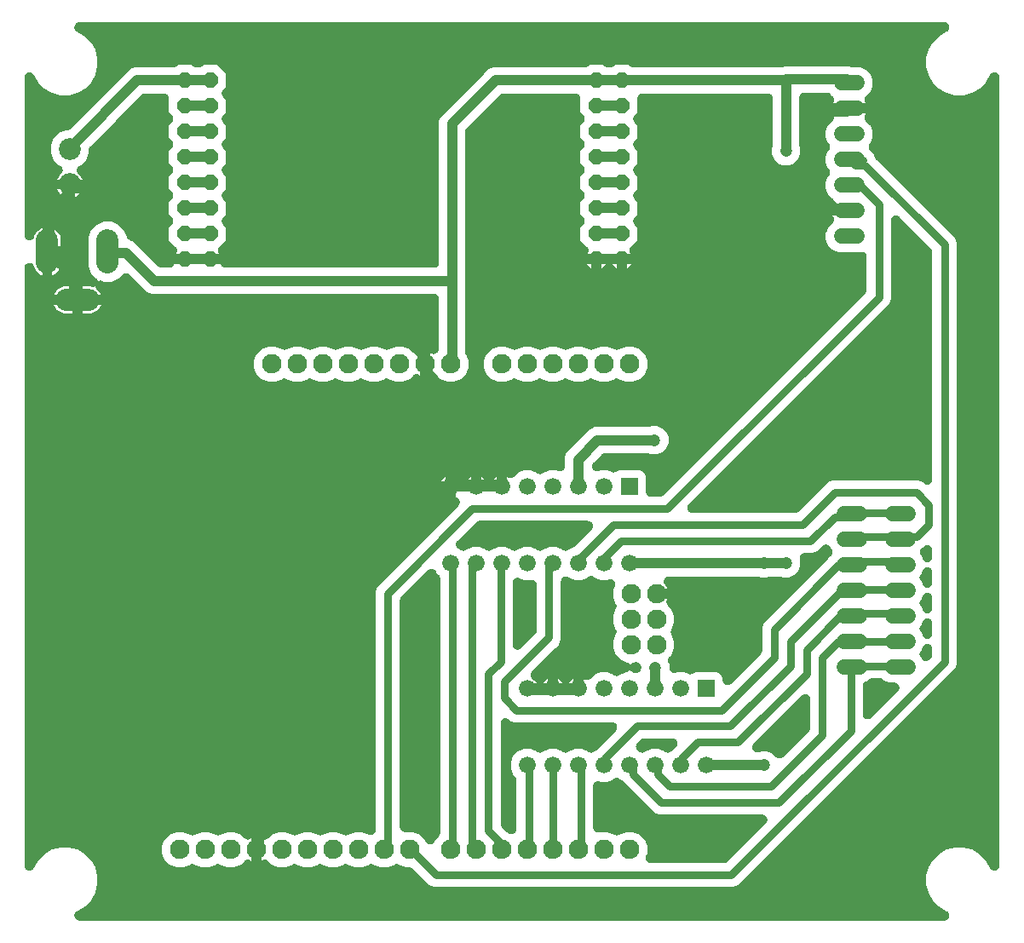
<source format=gbr>
G04 EAGLE Gerber RS-274X export*
G75*
%MOMM*%
%FSLAX34Y34*%
%LPD*%
%INBottom Copper*%
%IPPOS*%
%AMOC8*
5,1,8,0,0,1.08239X$1,22.5*%
G01*
%ADD10C,1.524000*%
%ADD11P,1.649562X8X292.500000*%
%ADD12R,1.676400X1.676400*%
%ADD13C,1.676400*%
%ADD14C,2.184400*%
%ADD15C,2.184400*%
%ADD16C,1.930400*%
%ADD17C,0.800000*%
%ADD18C,1.000000*%
%ADD19C,1.206400*%

G36*
X38193Y833165D02*
X38193Y833165D01*
X30746Y837465D01*
X24665Y843546D01*
X20124Y851410D01*
X19974Y851636D01*
X19827Y851866D01*
X19799Y851900D01*
X19774Y851936D01*
X19597Y852142D01*
X19422Y852351D01*
X19389Y852381D01*
X19361Y852414D01*
X19158Y852596D01*
X18958Y852782D01*
X18923Y852807D01*
X18890Y852836D01*
X18666Y852991D01*
X18445Y853150D01*
X18406Y853171D01*
X18370Y853196D01*
X18128Y853321D01*
X17889Y853450D01*
X17848Y853466D01*
X17809Y853486D01*
X17553Y853580D01*
X17299Y853678D01*
X17256Y853689D01*
X17215Y853704D01*
X16950Y853764D01*
X16685Y853830D01*
X16642Y853835D01*
X16599Y853845D01*
X16328Y853871D01*
X16058Y853903D01*
X16014Y853902D01*
X15970Y853907D01*
X15697Y853899D01*
X15425Y853896D01*
X15382Y853890D01*
X15338Y853889D01*
X15069Y853847D01*
X14799Y853810D01*
X14757Y853798D01*
X14714Y853791D01*
X14452Y853716D01*
X14189Y853645D01*
X14149Y853628D01*
X14106Y853616D01*
X13856Y853508D01*
X13605Y853404D01*
X13566Y853383D01*
X13526Y853365D01*
X13292Y853226D01*
X13055Y853092D01*
X13020Y853066D01*
X12982Y853043D01*
X12767Y852876D01*
X12549Y852713D01*
X12518Y852682D01*
X12483Y852655D01*
X12291Y852463D01*
X12095Y852273D01*
X12068Y852239D01*
X12037Y852208D01*
X11871Y851992D01*
X11701Y851779D01*
X11678Y851742D01*
X11651Y851707D01*
X11513Y851472D01*
X11371Y851240D01*
X11353Y851200D01*
X11331Y851162D01*
X11224Y850911D01*
X11113Y850663D01*
X11100Y850621D01*
X11083Y850581D01*
X11008Y850319D01*
X10929Y850058D01*
X10922Y850015D01*
X10910Y849973D01*
X10869Y849702D01*
X10823Y849435D01*
X10821Y849386D01*
X10815Y849348D01*
X10812Y849212D01*
X10796Y848911D01*
X10796Y691818D01*
X10814Y691524D01*
X10830Y691230D01*
X10834Y691209D01*
X10836Y691187D01*
X10891Y690897D01*
X10944Y690608D01*
X10951Y690588D01*
X10955Y690566D01*
X11047Y690284D01*
X11136Y690006D01*
X11145Y689986D01*
X11152Y689965D01*
X11278Y689698D01*
X11401Y689432D01*
X11413Y689414D01*
X11422Y689394D01*
X11582Y689145D01*
X11738Y688897D01*
X11751Y688880D01*
X11763Y688862D01*
X11952Y688635D01*
X12138Y688408D01*
X12154Y688393D01*
X12168Y688377D01*
X12384Y688177D01*
X12598Y687974D01*
X12616Y687961D01*
X12632Y687947D01*
X12870Y687775D01*
X13108Y687602D01*
X13128Y687591D01*
X13145Y687578D01*
X13404Y687439D01*
X13662Y687296D01*
X13682Y687288D01*
X13701Y687278D01*
X13976Y687172D01*
X14249Y687063D01*
X14271Y687058D01*
X14291Y687050D01*
X14576Y686980D01*
X14862Y686906D01*
X14884Y686903D01*
X14905Y686898D01*
X15195Y686864D01*
X15489Y686828D01*
X15511Y686828D01*
X15532Y686825D01*
X15826Y686828D01*
X16121Y686829D01*
X16143Y686832D01*
X16165Y686832D01*
X16456Y686872D01*
X16748Y686910D01*
X16769Y686915D01*
X16791Y686918D01*
X17074Y686995D01*
X17360Y687069D01*
X17380Y687078D01*
X17401Y687083D01*
X17672Y687195D01*
X17946Y687305D01*
X17965Y687315D01*
X17985Y687324D01*
X18241Y687469D01*
X18498Y687612D01*
X18516Y687625D01*
X18535Y687636D01*
X18770Y687813D01*
X19007Y687987D01*
X19023Y688002D01*
X19041Y688015D01*
X19253Y688221D01*
X19465Y688423D01*
X19479Y688440D01*
X19495Y688455D01*
X19678Y688685D01*
X19864Y688913D01*
X19876Y688932D01*
X19889Y688949D01*
X20043Y689201D01*
X20198Y689450D01*
X20207Y689470D01*
X20219Y689488D01*
X20339Y689758D01*
X20462Y690025D01*
X20469Y690047D01*
X20477Y690065D01*
X20509Y690169D01*
X20624Y690524D01*
X20724Y690899D01*
X21400Y692529D01*
X22282Y694058D01*
X23356Y695458D01*
X24604Y696706D01*
X26004Y697780D01*
X27533Y698662D01*
X28501Y699063D01*
X28501Y675640D01*
X28501Y652217D01*
X27533Y652618D01*
X26004Y653500D01*
X24604Y654574D01*
X23356Y655822D01*
X22282Y657222D01*
X21400Y658751D01*
X20724Y660381D01*
X20624Y660756D01*
X20530Y661034D01*
X20438Y661315D01*
X20429Y661335D01*
X20422Y661355D01*
X20294Y661620D01*
X20168Y661886D01*
X20156Y661904D01*
X20146Y661924D01*
X19986Y662169D01*
X19827Y662418D01*
X19813Y662435D01*
X19801Y662453D01*
X19611Y662676D01*
X19422Y662903D01*
X19406Y662918D01*
X19391Y662935D01*
X19174Y663133D01*
X18958Y663333D01*
X18941Y663346D01*
X18925Y663361D01*
X18684Y663530D01*
X18445Y663702D01*
X18425Y663712D01*
X18408Y663725D01*
X18147Y663862D01*
X17889Y664002D01*
X17868Y664010D01*
X17849Y664020D01*
X17574Y664124D01*
X17299Y664230D01*
X17278Y664235D01*
X17257Y664243D01*
X16971Y664311D01*
X16685Y664382D01*
X16664Y664384D01*
X16642Y664389D01*
X16348Y664421D01*
X16058Y664455D01*
X16036Y664455D01*
X16014Y664457D01*
X15718Y664451D01*
X15425Y664448D01*
X15404Y664445D01*
X15382Y664445D01*
X15090Y664402D01*
X14799Y664362D01*
X14778Y664356D01*
X14757Y664353D01*
X14473Y664273D01*
X14189Y664197D01*
X14169Y664188D01*
X14148Y664183D01*
X13876Y664068D01*
X13605Y663956D01*
X13586Y663945D01*
X13565Y663937D01*
X13311Y663790D01*
X13055Y663644D01*
X13037Y663631D01*
X13019Y663620D01*
X12785Y663441D01*
X12549Y663265D01*
X12534Y663250D01*
X12516Y663236D01*
X12308Y663031D01*
X12095Y662825D01*
X12082Y662808D01*
X12066Y662792D01*
X11886Y662562D01*
X11701Y662331D01*
X11689Y662312D01*
X11676Y662295D01*
X11525Y662043D01*
X11371Y661792D01*
X11362Y661772D01*
X11351Y661753D01*
X11233Y661482D01*
X11113Y661215D01*
X11107Y661194D01*
X11098Y661174D01*
X11015Y660891D01*
X10929Y660610D01*
X10926Y660588D01*
X10919Y660567D01*
X10873Y660278D01*
X10823Y659987D01*
X10822Y659963D01*
X10819Y659943D01*
X10815Y659836D01*
X10796Y659462D01*
X10796Y65489D01*
X10813Y65217D01*
X10825Y64946D01*
X10833Y64902D01*
X10836Y64859D01*
X10887Y64591D01*
X10934Y64323D01*
X10947Y64281D01*
X10955Y64238D01*
X11040Y63979D01*
X11120Y63719D01*
X11138Y63679D01*
X11152Y63637D01*
X11268Y63391D01*
X11381Y63143D01*
X11404Y63106D01*
X11422Y63066D01*
X11570Y62836D01*
X11712Y62605D01*
X11739Y62571D01*
X11763Y62534D01*
X11938Y62324D01*
X12109Y62113D01*
X12140Y62082D01*
X12168Y62049D01*
X12368Y61863D01*
X12564Y61674D01*
X12599Y61648D01*
X12632Y61618D01*
X12852Y61460D01*
X13071Y61297D01*
X13110Y61276D01*
X13145Y61250D01*
X13384Y61121D01*
X13622Y60987D01*
X13663Y60971D01*
X13701Y60950D01*
X13955Y60852D01*
X14208Y60749D01*
X14250Y60738D01*
X14291Y60722D01*
X14555Y60656D01*
X14819Y60586D01*
X14862Y60581D01*
X14905Y60570D01*
X15175Y60539D01*
X15445Y60502D01*
X15489Y60502D01*
X15532Y60497D01*
X15804Y60500D01*
X16077Y60498D01*
X16121Y60503D01*
X16165Y60504D01*
X16434Y60541D01*
X16705Y60574D01*
X16747Y60584D01*
X16791Y60590D01*
X17053Y60661D01*
X17318Y60728D01*
X17359Y60744D01*
X17401Y60755D01*
X17653Y60859D01*
X17906Y60958D01*
X17945Y60979D01*
X17985Y60996D01*
X18223Y61131D01*
X18461Y61261D01*
X18497Y61286D01*
X18535Y61308D01*
X18753Y61471D01*
X18974Y61631D01*
X19006Y61661D01*
X19041Y61687D01*
X19236Y61877D01*
X19435Y62063D01*
X19463Y62097D01*
X19495Y62127D01*
X19665Y62340D01*
X19838Y62550D01*
X19865Y62590D01*
X19889Y62621D01*
X19960Y62737D01*
X20124Y62990D01*
X24665Y70854D01*
X30746Y76935D01*
X38193Y81235D01*
X46500Y83461D01*
X55100Y83461D01*
X63407Y81235D01*
X70854Y76935D01*
X76935Y70854D01*
X81235Y63407D01*
X83461Y55100D01*
X83461Y46500D01*
X81235Y38193D01*
X76935Y30746D01*
X70854Y24665D01*
X62990Y20124D01*
X62764Y19974D01*
X62534Y19827D01*
X62500Y19799D01*
X62464Y19774D01*
X62258Y19597D01*
X62049Y19422D01*
X62019Y19389D01*
X61986Y19361D01*
X61804Y19158D01*
X61618Y18958D01*
X61593Y18923D01*
X61564Y18890D01*
X61409Y18666D01*
X61250Y18445D01*
X61229Y18406D01*
X61204Y18370D01*
X61079Y18128D01*
X60950Y17889D01*
X60934Y17848D01*
X60914Y17809D01*
X60820Y17553D01*
X60722Y17299D01*
X60711Y17256D01*
X60696Y17215D01*
X60636Y16950D01*
X60570Y16685D01*
X60565Y16642D01*
X60555Y16599D01*
X60529Y16328D01*
X60497Y16058D01*
X60498Y16014D01*
X60493Y15970D01*
X60501Y15697D01*
X60504Y15425D01*
X60510Y15382D01*
X60511Y15338D01*
X60553Y15069D01*
X60590Y14799D01*
X60602Y14757D01*
X60609Y14714D01*
X60684Y14452D01*
X60755Y14189D01*
X60772Y14149D01*
X60784Y14106D01*
X60892Y13856D01*
X60996Y13605D01*
X61017Y13566D01*
X61035Y13526D01*
X61174Y13292D01*
X61308Y13055D01*
X61334Y13020D01*
X61357Y12982D01*
X61524Y12767D01*
X61687Y12549D01*
X61718Y12518D01*
X61745Y12483D01*
X61937Y12291D01*
X62127Y12095D01*
X62161Y12068D01*
X62192Y12037D01*
X62408Y11871D01*
X62621Y11701D01*
X62658Y11678D01*
X62693Y11651D01*
X62928Y11513D01*
X63160Y11371D01*
X63200Y11353D01*
X63238Y11331D01*
X63489Y11224D01*
X63737Y11113D01*
X63779Y11100D01*
X63819Y11083D01*
X64081Y11008D01*
X64342Y10929D01*
X64385Y10922D01*
X64427Y10910D01*
X64696Y10869D01*
X64965Y10823D01*
X65014Y10821D01*
X65052Y10815D01*
X65188Y10812D01*
X65489Y10796D01*
X925111Y10796D01*
X925383Y10813D01*
X925654Y10825D01*
X925698Y10833D01*
X925741Y10836D01*
X926009Y10887D01*
X926277Y10934D01*
X926319Y10947D01*
X926362Y10955D01*
X926621Y11040D01*
X926881Y11120D01*
X926921Y11138D01*
X926963Y11152D01*
X927209Y11268D01*
X927457Y11381D01*
X927494Y11404D01*
X927534Y11422D01*
X927764Y11570D01*
X927995Y11712D01*
X928029Y11739D01*
X928066Y11763D01*
X928276Y11938D01*
X928487Y12109D01*
X928518Y12140D01*
X928551Y12168D01*
X928737Y12368D01*
X928926Y12564D01*
X928952Y12599D01*
X928982Y12632D01*
X929140Y12852D01*
X929303Y13071D01*
X929324Y13110D01*
X929350Y13145D01*
X929479Y13384D01*
X929613Y13622D01*
X929629Y13663D01*
X929650Y13701D01*
X929748Y13955D01*
X929851Y14208D01*
X929862Y14250D01*
X929878Y14291D01*
X929944Y14555D01*
X930014Y14819D01*
X930019Y14862D01*
X930030Y14905D01*
X930061Y15175D01*
X930098Y15445D01*
X930098Y15489D01*
X930103Y15532D01*
X930100Y15804D01*
X930102Y16077D01*
X930097Y16121D01*
X930096Y16165D01*
X930059Y16434D01*
X930026Y16705D01*
X930016Y16747D01*
X930010Y16791D01*
X929939Y17053D01*
X929872Y17318D01*
X929856Y17359D01*
X929845Y17401D01*
X929741Y17653D01*
X929642Y17906D01*
X929621Y17945D01*
X929604Y17985D01*
X929469Y18223D01*
X929339Y18461D01*
X929314Y18497D01*
X929292Y18535D01*
X929129Y18753D01*
X928969Y18974D01*
X928939Y19006D01*
X928913Y19041D01*
X928723Y19236D01*
X928537Y19435D01*
X928503Y19463D01*
X928473Y19495D01*
X928260Y19665D01*
X928050Y19838D01*
X928010Y19865D01*
X927979Y19889D01*
X927863Y19960D01*
X927610Y20124D01*
X919746Y24665D01*
X913665Y30746D01*
X909365Y38193D01*
X907139Y46500D01*
X907139Y55100D01*
X909365Y63407D01*
X913665Y70854D01*
X919746Y76935D01*
X927193Y81235D01*
X935500Y83461D01*
X944100Y83461D01*
X952407Y81235D01*
X959854Y76935D01*
X965935Y70854D01*
X970476Y62990D01*
X970626Y62764D01*
X970773Y62534D01*
X970801Y62500D01*
X970826Y62464D01*
X971003Y62258D01*
X971178Y62049D01*
X971211Y62019D01*
X971239Y61986D01*
X971442Y61804D01*
X971642Y61618D01*
X971677Y61593D01*
X971710Y61564D01*
X971934Y61409D01*
X972155Y61250D01*
X972194Y61229D01*
X972230Y61204D01*
X972472Y61079D01*
X972711Y60950D01*
X972752Y60934D01*
X972791Y60914D01*
X973047Y60820D01*
X973301Y60722D01*
X973344Y60711D01*
X973385Y60696D01*
X973650Y60636D01*
X973915Y60570D01*
X973958Y60565D01*
X974001Y60555D01*
X974272Y60529D01*
X974542Y60497D01*
X974586Y60498D01*
X974630Y60493D01*
X974903Y60501D01*
X975175Y60504D01*
X975218Y60510D01*
X975262Y60511D01*
X975531Y60553D01*
X975801Y60590D01*
X975843Y60602D01*
X975886Y60609D01*
X976148Y60684D01*
X976411Y60755D01*
X976451Y60772D01*
X976494Y60784D01*
X976744Y60892D01*
X976995Y60996D01*
X977034Y61017D01*
X977074Y61035D01*
X977308Y61174D01*
X977545Y61308D01*
X977580Y61334D01*
X977618Y61357D01*
X977833Y61524D01*
X978051Y61687D01*
X978082Y61718D01*
X978117Y61745D01*
X978309Y61937D01*
X978505Y62127D01*
X978532Y62161D01*
X978563Y62192D01*
X978729Y62408D01*
X978899Y62621D01*
X978922Y62658D01*
X978949Y62693D01*
X979087Y62928D01*
X979229Y63160D01*
X979247Y63200D01*
X979269Y63238D01*
X979376Y63489D01*
X979487Y63737D01*
X979500Y63779D01*
X979517Y63819D01*
X979592Y64081D01*
X979671Y64342D01*
X979678Y64385D01*
X979690Y64427D01*
X979731Y64696D01*
X979777Y64965D01*
X979779Y65014D01*
X979785Y65052D01*
X979788Y65188D01*
X979804Y65489D01*
X979804Y848911D01*
X979787Y849183D01*
X979775Y849454D01*
X979767Y849498D01*
X979764Y849541D01*
X979713Y849809D01*
X979666Y850077D01*
X979653Y850119D01*
X979645Y850162D01*
X979560Y850421D01*
X979480Y850681D01*
X979462Y850721D01*
X979448Y850763D01*
X979332Y851009D01*
X979219Y851257D01*
X979196Y851294D01*
X979178Y851334D01*
X979031Y851563D01*
X978888Y851795D01*
X978861Y851829D01*
X978837Y851866D01*
X978662Y852076D01*
X978491Y852287D01*
X978460Y852318D01*
X978432Y852351D01*
X978232Y852537D01*
X978036Y852726D01*
X978001Y852752D01*
X977968Y852782D01*
X977748Y852940D01*
X977529Y853103D01*
X977490Y853124D01*
X977455Y853150D01*
X977216Y853279D01*
X976978Y853413D01*
X976937Y853429D01*
X976899Y853450D01*
X976645Y853548D01*
X976392Y853651D01*
X976350Y853662D01*
X976309Y853678D01*
X976045Y853744D01*
X975781Y853814D01*
X975738Y853819D01*
X975695Y853830D01*
X975425Y853861D01*
X975155Y853898D01*
X975111Y853898D01*
X975068Y853903D01*
X974796Y853900D01*
X974523Y853902D01*
X974479Y853897D01*
X974435Y853896D01*
X974166Y853859D01*
X973895Y853826D01*
X973853Y853816D01*
X973809Y853810D01*
X973547Y853739D01*
X973282Y853672D01*
X973241Y853656D01*
X973199Y853645D01*
X972947Y853541D01*
X972694Y853442D01*
X972655Y853421D01*
X972615Y853404D01*
X972377Y853269D01*
X972139Y853139D01*
X972103Y853114D01*
X972065Y853092D01*
X971847Y852929D01*
X971626Y852769D01*
X971594Y852739D01*
X971559Y852713D01*
X971364Y852523D01*
X971165Y852337D01*
X971137Y852303D01*
X971105Y852273D01*
X970935Y852060D01*
X970762Y851850D01*
X970735Y851810D01*
X970711Y851779D01*
X970640Y851663D01*
X970476Y851410D01*
X965935Y843546D01*
X959854Y837465D01*
X952407Y833165D01*
X944100Y830939D01*
X935500Y830939D01*
X927193Y833165D01*
X919746Y837465D01*
X913665Y843546D01*
X909365Y850993D01*
X907139Y859300D01*
X907139Y867900D01*
X909365Y876207D01*
X913665Y883654D01*
X919746Y889735D01*
X927610Y894276D01*
X927836Y894426D01*
X928066Y894573D01*
X928100Y894601D01*
X928136Y894626D01*
X928342Y894803D01*
X928551Y894978D01*
X928581Y895011D01*
X928614Y895039D01*
X928796Y895242D01*
X928982Y895442D01*
X929007Y895477D01*
X929036Y895510D01*
X929191Y895734D01*
X929350Y895955D01*
X929371Y895994D01*
X929396Y896030D01*
X929521Y896272D01*
X929650Y896511D01*
X929666Y896552D01*
X929686Y896591D01*
X929780Y896847D01*
X929878Y897101D01*
X929889Y897144D01*
X929904Y897185D01*
X929964Y897450D01*
X930030Y897715D01*
X930035Y897758D01*
X930045Y897801D01*
X930071Y898072D01*
X930103Y898342D01*
X930102Y898386D01*
X930107Y898430D01*
X930099Y898703D01*
X930096Y898975D01*
X930090Y899018D01*
X930089Y899062D01*
X930047Y899331D01*
X930010Y899601D01*
X929998Y899643D01*
X929991Y899686D01*
X929916Y899948D01*
X929845Y900211D01*
X929828Y900251D01*
X929816Y900294D01*
X929708Y900544D01*
X929604Y900795D01*
X929583Y900834D01*
X929565Y900874D01*
X929426Y901108D01*
X929292Y901345D01*
X929266Y901380D01*
X929243Y901418D01*
X929076Y901633D01*
X928913Y901851D01*
X928882Y901882D01*
X928855Y901917D01*
X928663Y902109D01*
X928473Y902305D01*
X928439Y902332D01*
X928408Y902363D01*
X928192Y902529D01*
X927979Y902699D01*
X927942Y902722D01*
X927907Y902749D01*
X927672Y902887D01*
X927440Y903029D01*
X927400Y903047D01*
X927362Y903069D01*
X927111Y903176D01*
X926863Y903287D01*
X926821Y903300D01*
X926781Y903317D01*
X926519Y903392D01*
X926258Y903471D01*
X926215Y903478D01*
X926173Y903490D01*
X925904Y903531D01*
X925635Y903577D01*
X925586Y903579D01*
X925548Y903585D01*
X925412Y903588D01*
X925111Y903604D01*
X65489Y903604D01*
X65217Y903587D01*
X64946Y903575D01*
X64902Y903567D01*
X64859Y903564D01*
X64591Y903513D01*
X64323Y903466D01*
X64281Y903453D01*
X64238Y903445D01*
X63979Y903360D01*
X63719Y903280D01*
X63679Y903262D01*
X63637Y903248D01*
X63391Y903132D01*
X63143Y903019D01*
X63106Y902996D01*
X63066Y902978D01*
X62836Y902830D01*
X62605Y902688D01*
X62571Y902661D01*
X62534Y902637D01*
X62324Y902462D01*
X62113Y902291D01*
X62082Y902260D01*
X62049Y902232D01*
X61863Y902032D01*
X61674Y901836D01*
X61648Y901801D01*
X61618Y901768D01*
X61460Y901548D01*
X61297Y901329D01*
X61276Y901290D01*
X61250Y901255D01*
X61121Y901016D01*
X60987Y900778D01*
X60971Y900737D01*
X60950Y900699D01*
X60852Y900445D01*
X60749Y900192D01*
X60738Y900150D01*
X60722Y900109D01*
X60656Y899845D01*
X60586Y899581D01*
X60581Y899538D01*
X60570Y899495D01*
X60539Y899225D01*
X60502Y898955D01*
X60502Y898911D01*
X60497Y898868D01*
X60500Y898596D01*
X60498Y898323D01*
X60503Y898279D01*
X60504Y898235D01*
X60541Y897966D01*
X60574Y897695D01*
X60584Y897653D01*
X60590Y897609D01*
X60661Y897347D01*
X60728Y897082D01*
X60744Y897041D01*
X60755Y896999D01*
X60859Y896747D01*
X60958Y896494D01*
X60979Y896455D01*
X60996Y896415D01*
X61131Y896177D01*
X61261Y895939D01*
X61286Y895903D01*
X61308Y895865D01*
X61471Y895647D01*
X61631Y895426D01*
X61661Y895394D01*
X61687Y895359D01*
X61877Y895164D01*
X62063Y894965D01*
X62097Y894937D01*
X62127Y894905D01*
X62340Y894735D01*
X62550Y894562D01*
X62590Y894535D01*
X62621Y894511D01*
X62737Y894440D01*
X62990Y894276D01*
X70854Y889735D01*
X76935Y883654D01*
X81235Y876207D01*
X83461Y867900D01*
X83461Y859300D01*
X81235Y850993D01*
X76935Y843546D01*
X70854Y837465D01*
X63407Y833165D01*
X55100Y830939D01*
X46500Y830939D01*
X38193Y833165D01*
G37*
%LPC*%
G36*
X279346Y67015D02*
X279346Y67015D01*
X279227Y67018D01*
X279031Y66999D01*
X278834Y66989D01*
X278717Y66968D01*
X278598Y66957D01*
X278406Y66913D01*
X278212Y66878D01*
X278098Y66843D01*
X277982Y66816D01*
X277743Y66731D01*
X277609Y66690D01*
X277556Y66665D01*
X277487Y66641D01*
X270211Y63627D01*
X263189Y63627D01*
X259959Y64965D01*
X256700Y66315D01*
X253214Y69801D01*
X253092Y69909D01*
X252976Y70024D01*
X252855Y70118D01*
X252740Y70219D01*
X252605Y70311D01*
X252476Y70410D01*
X252344Y70487D01*
X252217Y70574D01*
X252071Y70647D01*
X251930Y70730D01*
X251790Y70790D01*
X251653Y70859D01*
X251499Y70914D01*
X251349Y70978D01*
X251202Y71020D01*
X251057Y71072D01*
X250898Y71107D01*
X250741Y71151D01*
X250590Y71174D01*
X250440Y71207D01*
X250277Y71222D01*
X250116Y71246D01*
X249963Y71250D01*
X249810Y71264D01*
X249647Y71258D01*
X249484Y71262D01*
X249332Y71246D01*
X249179Y71240D01*
X249018Y71214D01*
X248856Y71197D01*
X248706Y71162D01*
X248555Y71137D01*
X248399Y71091D01*
X248240Y71054D01*
X248096Y71000D01*
X247949Y70957D01*
X247801Y70891D01*
X247647Y70834D01*
X247484Y70751D01*
X247371Y70701D01*
X247291Y70653D01*
X247179Y70596D01*
X246704Y70321D01*
X246299Y70153D01*
X246299Y81280D01*
X246299Y92407D01*
X246704Y92239D01*
X247179Y91964D01*
X247325Y91892D01*
X247467Y91811D01*
X247609Y91752D01*
X247746Y91684D01*
X247900Y91630D01*
X248050Y91567D01*
X248198Y91527D01*
X248343Y91477D01*
X248502Y91443D01*
X248660Y91400D01*
X248812Y91378D01*
X248962Y91346D01*
X249124Y91333D01*
X249286Y91310D01*
X249439Y91308D01*
X249592Y91295D01*
X249754Y91303D01*
X249918Y91300D01*
X250070Y91317D01*
X250223Y91324D01*
X250384Y91352D01*
X250546Y91370D01*
X250695Y91406D01*
X250846Y91433D01*
X251002Y91481D01*
X251160Y91519D01*
X251303Y91574D01*
X251450Y91619D01*
X251599Y91686D01*
X251751Y91744D01*
X251886Y91816D01*
X252026Y91880D01*
X252165Y91965D01*
X252308Y92042D01*
X252433Y92131D01*
X252564Y92211D01*
X252691Y92313D01*
X252824Y92408D01*
X252960Y92530D01*
X253056Y92608D01*
X253121Y92675D01*
X253214Y92759D01*
X256700Y96245D01*
X263189Y98933D01*
X270211Y98933D01*
X277487Y95919D01*
X277600Y95881D01*
X277709Y95833D01*
X277899Y95778D01*
X278085Y95715D01*
X278202Y95691D01*
X278317Y95657D01*
X278511Y95627D01*
X278704Y95587D01*
X278823Y95578D01*
X278941Y95560D01*
X279138Y95554D01*
X279334Y95539D01*
X279454Y95545D01*
X279573Y95542D01*
X279769Y95561D01*
X279966Y95571D01*
X280083Y95592D01*
X280202Y95603D01*
X280394Y95647D01*
X280588Y95682D01*
X280702Y95717D01*
X280818Y95744D01*
X281057Y95829D01*
X281191Y95870D01*
X281244Y95895D01*
X281313Y95919D01*
X288589Y98933D01*
X295611Y98933D01*
X302887Y95919D01*
X303000Y95881D01*
X303109Y95833D01*
X303299Y95778D01*
X303485Y95715D01*
X303602Y95691D01*
X303717Y95657D01*
X303911Y95627D01*
X304104Y95587D01*
X304223Y95578D01*
X304341Y95560D01*
X304538Y95554D01*
X304734Y95539D01*
X304854Y95545D01*
X304973Y95542D01*
X305169Y95561D01*
X305366Y95571D01*
X305483Y95592D01*
X305602Y95603D01*
X305794Y95647D01*
X305988Y95682D01*
X306102Y95717D01*
X306218Y95744D01*
X306457Y95829D01*
X306591Y95870D01*
X306644Y95895D01*
X306713Y95919D01*
X313989Y98933D01*
X321011Y98933D01*
X328287Y95919D01*
X328400Y95881D01*
X328509Y95833D01*
X328699Y95778D01*
X328885Y95715D01*
X329002Y95691D01*
X329117Y95657D01*
X329311Y95627D01*
X329504Y95587D01*
X329623Y95578D01*
X329741Y95560D01*
X329938Y95554D01*
X330134Y95539D01*
X330254Y95545D01*
X330373Y95542D01*
X330569Y95561D01*
X330766Y95571D01*
X330883Y95592D01*
X331002Y95603D01*
X331194Y95647D01*
X331388Y95682D01*
X331502Y95717D01*
X331618Y95744D01*
X331857Y95829D01*
X331991Y95870D01*
X332044Y95895D01*
X332113Y95919D01*
X339389Y98933D01*
X346411Y98933D01*
X353087Y96168D01*
X353164Y96141D01*
X353233Y96110D01*
X353353Y96074D01*
X353496Y96019D01*
X353592Y95995D01*
X353685Y95963D01*
X353787Y95942D01*
X353838Y95927D01*
X353935Y95910D01*
X354110Y95867D01*
X354208Y95856D01*
X354304Y95836D01*
X354429Y95826D01*
X354461Y95821D01*
X354544Y95816D01*
X354737Y95794D01*
X354836Y95795D01*
X354934Y95788D01*
X355152Y95798D01*
X355370Y95801D01*
X355467Y95814D01*
X355566Y95819D01*
X355780Y95857D01*
X355996Y95887D01*
X356091Y95913D01*
X356188Y95930D01*
X356396Y95995D01*
X356606Y96052D01*
X356697Y96089D01*
X356791Y96119D01*
X356989Y96210D01*
X357190Y96293D01*
X357276Y96341D01*
X357366Y96382D01*
X357551Y96497D01*
X357740Y96605D01*
X357819Y96664D01*
X357903Y96716D01*
X358072Y96853D01*
X358246Y96984D01*
X358316Y97053D01*
X358393Y97115D01*
X358543Y97272D01*
X358700Y97424D01*
X358761Y97501D01*
X358829Y97572D01*
X358871Y97629D01*
X358873Y97632D01*
X358958Y97747D01*
X359094Y97918D01*
X359146Y98002D01*
X359204Y98081D01*
X359236Y98138D01*
X359239Y98143D01*
X359264Y98189D01*
X359310Y98271D01*
X359424Y98457D01*
X359464Y98547D01*
X359512Y98633D01*
X359534Y98688D01*
X359540Y98699D01*
X359578Y98799D01*
X359593Y98835D01*
X359682Y99034D01*
X359711Y99128D01*
X359747Y99220D01*
X359761Y99271D01*
X359768Y99289D01*
X359804Y99435D01*
X359826Y99509D01*
X359866Y99639D01*
X359882Y99736D01*
X359907Y99831D01*
X359913Y99877D01*
X359919Y99902D01*
X359938Y100066D01*
X359972Y100262D01*
X359978Y100374D01*
X359988Y100458D01*
X359989Y100497D01*
X359992Y100530D01*
X359991Y100634D01*
X359999Y100786D01*
X359999Y338387D01*
X361826Y342798D01*
X365905Y346877D01*
X442078Y423049D01*
X442135Y423115D01*
X442199Y423175D01*
X442344Y423352D01*
X442495Y423523D01*
X442544Y423596D01*
X442600Y423663D01*
X442721Y423857D01*
X442850Y424047D01*
X442889Y424125D01*
X442936Y424198D01*
X443032Y424406D01*
X443136Y424611D01*
X443165Y424693D01*
X443202Y424772D01*
X443271Y424990D01*
X443348Y425206D01*
X443367Y425291D01*
X443393Y425374D01*
X443434Y425600D01*
X443484Y425823D01*
X443491Y425910D01*
X443507Y425996D01*
X443520Y426225D01*
X443540Y426453D01*
X443537Y426540D01*
X443542Y426627D01*
X443525Y426855D01*
X443517Y427084D01*
X443502Y427171D01*
X443496Y427258D01*
X443451Y427482D01*
X443414Y427708D01*
X443389Y427792D01*
X443372Y427877D01*
X443298Y428094D01*
X443233Y428314D01*
X443198Y428394D01*
X443170Y428476D01*
X443070Y428683D01*
X442977Y428892D01*
X442932Y428966D01*
X442894Y429045D01*
X442769Y429237D01*
X442651Y429433D01*
X442596Y429501D01*
X442549Y429575D01*
X442400Y429749D01*
X442258Y429929D01*
X442196Y429990D01*
X442139Y430056D01*
X441970Y430211D01*
X441807Y430371D01*
X441737Y430423D01*
X441673Y430482D01*
X441485Y430614D01*
X441303Y430752D01*
X441227Y430796D01*
X441156Y430846D01*
X440954Y430953D01*
X440755Y431067D01*
X440674Y431101D01*
X440597Y431142D01*
X440383Y431222D01*
X440171Y431311D01*
X440087Y431334D01*
X440005Y431365D01*
X439783Y431417D01*
X439562Y431478D01*
X439475Y431491D01*
X439391Y431511D01*
X439339Y431516D01*
X439339Y436961D01*
X459740Y436961D01*
X485140Y436961D01*
X485324Y436972D01*
X485509Y436974D01*
X485639Y436992D01*
X485770Y437001D01*
X485952Y437035D01*
X486135Y437061D01*
X486262Y437095D01*
X486391Y437120D01*
X486567Y437177D01*
X486746Y437226D01*
X486867Y437275D01*
X486992Y437316D01*
X487159Y437396D01*
X487330Y437466D01*
X487444Y437531D01*
X487563Y437587D01*
X487719Y437687D01*
X487880Y437778D01*
X487985Y437857D01*
X488095Y437928D01*
X488238Y438047D01*
X488385Y438158D01*
X488480Y438249D01*
X488581Y438333D01*
X488581Y438334D01*
X488706Y438469D01*
X488839Y438597D01*
X488839Y438598D01*
X488840Y438598D01*
X488922Y438701D01*
X489011Y438797D01*
X489119Y438947D01*
X489234Y439092D01*
X489303Y439204D01*
X489379Y439311D01*
X489467Y439473D01*
X489564Y439631D01*
X489618Y439751D01*
X489680Y439867D01*
X489747Y440039D01*
X489822Y440208D01*
X489860Y440334D01*
X489908Y440456D01*
X489952Y440636D01*
X490006Y440813D01*
X490028Y440943D01*
X490059Y441070D01*
X490081Y441253D01*
X490112Y441436D01*
X490120Y441590D01*
X490132Y441698D01*
X490131Y441807D01*
X490139Y441960D01*
X490139Y451672D01*
X490902Y451283D01*
X490976Y451227D01*
X491156Y451123D01*
X491331Y451012D01*
X491430Y450966D01*
X491524Y450912D01*
X491716Y450832D01*
X491904Y450744D01*
X492007Y450710D01*
X492108Y450669D01*
X492308Y450613D01*
X492505Y450550D01*
X492612Y450530D01*
X492717Y450501D01*
X492923Y450471D01*
X493126Y450433D01*
X493235Y450427D01*
X493343Y450411D01*
X493550Y450408D01*
X493757Y450396D01*
X493866Y450403D01*
X493975Y450401D01*
X494181Y450424D01*
X494388Y450438D01*
X494495Y450459D01*
X494603Y450471D01*
X494805Y450520D01*
X495008Y450560D01*
X495112Y450595D01*
X495217Y450620D01*
X495411Y450694D01*
X495608Y450759D01*
X495706Y450807D01*
X495808Y450845D01*
X495991Y450943D01*
X496178Y451033D01*
X496270Y451092D01*
X496366Y451143D01*
X496535Y451263D01*
X496709Y451376D01*
X496792Y451446D01*
X496881Y451509D01*
X497086Y451693D01*
X497193Y451783D01*
X497226Y451819D01*
X497271Y451860D01*
X501260Y455849D01*
X505053Y457420D01*
X505074Y457428D01*
X507281Y458343D01*
X513799Y458343D01*
X519849Y455837D01*
X519976Y455712D01*
X520081Y455633D01*
X520179Y455546D01*
X520332Y455442D01*
X520480Y455330D01*
X520594Y455265D01*
X520703Y455191D01*
X520868Y455107D01*
X521028Y455015D01*
X521149Y454965D01*
X521266Y454905D01*
X521441Y454843D01*
X521611Y454772D01*
X521738Y454737D01*
X521862Y454693D01*
X522042Y454654D01*
X522221Y454604D01*
X522351Y454586D01*
X522479Y454558D01*
X522663Y454541D01*
X522847Y454515D01*
X522978Y454513D01*
X523109Y454501D01*
X523294Y454508D01*
X523479Y454505D01*
X523609Y454520D01*
X523740Y454525D01*
X523923Y454555D01*
X524107Y454575D01*
X524234Y454606D01*
X524364Y454627D01*
X524541Y454680D01*
X524721Y454724D01*
X524844Y454771D01*
X524970Y454808D01*
X525139Y454883D01*
X525312Y454949D01*
X525428Y455011D01*
X525548Y455064D01*
X525706Y455160D01*
X525869Y455247D01*
X525976Y455323D01*
X526089Y455391D01*
X526234Y455506D01*
X526385Y455613D01*
X526499Y455715D01*
X526585Y455783D01*
X526641Y455841D01*
X532681Y458343D01*
X539199Y458343D01*
X541127Y457544D01*
X541333Y457474D01*
X541536Y457395D01*
X541632Y457371D01*
X541725Y457340D01*
X541938Y457296D01*
X542150Y457243D01*
X542248Y457232D01*
X542344Y457212D01*
X542561Y457196D01*
X542777Y457170D01*
X542876Y457171D01*
X542974Y457164D01*
X543192Y457175D01*
X543410Y457177D01*
X543507Y457191D01*
X543606Y457196D01*
X543820Y457234D01*
X544036Y457264D01*
X544131Y457289D01*
X544228Y457307D01*
X544436Y457372D01*
X544646Y457428D01*
X544737Y457466D01*
X544831Y457495D01*
X545029Y457586D01*
X545230Y457669D01*
X545316Y457718D01*
X545406Y457759D01*
X545591Y457874D01*
X545780Y457981D01*
X545859Y458040D01*
X545943Y458092D01*
X546111Y458230D01*
X546286Y458360D01*
X546357Y458429D01*
X546433Y458491D01*
X546583Y458649D01*
X546740Y458800D01*
X546801Y458878D01*
X546869Y458949D01*
X546998Y459124D01*
X547134Y459294D01*
X547186Y459378D01*
X547244Y459458D01*
X547350Y459648D01*
X547464Y459834D01*
X547504Y459924D01*
X547552Y460010D01*
X547633Y460212D01*
X547722Y460410D01*
X547751Y460505D01*
X547787Y460596D01*
X547842Y460807D01*
X547906Y461015D01*
X547922Y461113D01*
X547947Y461208D01*
X547975Y461423D01*
X548012Y461638D01*
X548018Y461751D01*
X548028Y461835D01*
X548029Y461964D01*
X548039Y462163D01*
X548039Y471437D01*
X550018Y476215D01*
X567364Y493561D01*
X567365Y493561D01*
X573013Y499210D01*
X577791Y501189D01*
X630501Y501189D01*
X630587Y501194D01*
X630674Y501192D01*
X630902Y501214D01*
X631132Y501229D01*
X631217Y501245D01*
X631303Y501253D01*
X631526Y501305D01*
X631752Y501348D01*
X631835Y501375D01*
X631919Y501394D01*
X632233Y501505D01*
X632353Y501545D01*
X632380Y501557D01*
X632414Y501569D01*
X633987Y502221D01*
X639569Y502221D01*
X644727Y500084D01*
X648674Y496137D01*
X650811Y490979D01*
X650811Y485397D01*
X648674Y480239D01*
X644727Y476292D01*
X639569Y474155D01*
X633987Y474155D01*
X632414Y474807D01*
X632332Y474835D01*
X632253Y474870D01*
X632033Y474937D01*
X631816Y475011D01*
X631731Y475029D01*
X631648Y475054D01*
X631421Y475092D01*
X631197Y475139D01*
X631111Y475145D01*
X631025Y475160D01*
X630692Y475177D01*
X630566Y475187D01*
X630537Y475185D01*
X630501Y475187D01*
X587833Y475187D01*
X587714Y475180D01*
X587595Y475182D01*
X587399Y475160D01*
X587202Y475147D01*
X587085Y475125D01*
X586966Y475112D01*
X586775Y475065D01*
X586582Y475028D01*
X586468Y474991D01*
X586352Y474963D01*
X586168Y474893D01*
X585981Y474831D01*
X585873Y474780D01*
X585761Y474738D01*
X585588Y474645D01*
X585410Y474561D01*
X585309Y474496D01*
X585204Y474440D01*
X585043Y474326D01*
X584877Y474220D01*
X584786Y474143D01*
X584688Y474074D01*
X584500Y473904D01*
X584392Y473815D01*
X584353Y473772D01*
X584298Y473723D01*
X576391Y465816D01*
X576204Y465604D01*
X576014Y465394D01*
X575995Y465367D01*
X575974Y465342D01*
X575815Y465107D01*
X575653Y464875D01*
X575637Y464846D01*
X575619Y464819D01*
X575491Y464567D01*
X575360Y464315D01*
X575348Y464284D01*
X575333Y464255D01*
X575238Y463989D01*
X575139Y463723D01*
X575132Y463691D01*
X575121Y463660D01*
X575060Y463384D01*
X574996Y463107D01*
X574992Y463074D01*
X574985Y463042D01*
X574960Y462760D01*
X574931Y462478D01*
X574932Y462445D01*
X574929Y462413D01*
X574939Y462128D01*
X574946Y461846D01*
X574951Y461814D01*
X574952Y461781D01*
X574998Y461501D01*
X575041Y461221D01*
X575050Y461190D01*
X575055Y461157D01*
X575136Y460885D01*
X575214Y460613D01*
X575227Y460583D01*
X575236Y460552D01*
X575351Y460293D01*
X575462Y460032D01*
X575478Y460004D01*
X575492Y459974D01*
X575638Y459731D01*
X575781Y459487D01*
X575801Y459461D01*
X575818Y459433D01*
X575995Y459210D01*
X576167Y458986D01*
X576190Y458963D01*
X576211Y458937D01*
X576414Y458738D01*
X576613Y458538D01*
X576639Y458518D01*
X576662Y458495D01*
X576888Y458324D01*
X577112Y458150D01*
X577140Y458133D01*
X577166Y458113D01*
X577411Y457973D01*
X577656Y457828D01*
X577686Y457814D01*
X577714Y457798D01*
X577975Y457690D01*
X578236Y457577D01*
X578267Y457568D01*
X578298Y457555D01*
X578571Y457480D01*
X578843Y457401D01*
X578875Y457396D01*
X578907Y457387D01*
X579189Y457347D01*
X579467Y457303D01*
X579500Y457302D01*
X579533Y457298D01*
X579818Y457293D01*
X580099Y457285D01*
X580132Y457288D01*
X580165Y457288D01*
X580447Y457319D01*
X580728Y457347D01*
X580760Y457354D01*
X580793Y457358D01*
X581069Y457425D01*
X581345Y457488D01*
X581379Y457500D01*
X581407Y457507D01*
X581526Y457552D01*
X581840Y457663D01*
X583481Y458343D01*
X589999Y458343D01*
X594298Y456562D01*
X594442Y456513D01*
X594583Y456454D01*
X594742Y456410D01*
X594897Y456357D01*
X595046Y456326D01*
X595193Y456286D01*
X595355Y456263D01*
X595516Y456230D01*
X595667Y456218D01*
X595819Y456197D01*
X595983Y456194D01*
X596146Y456182D01*
X596298Y456189D01*
X596451Y456187D01*
X596613Y456205D01*
X596777Y456213D01*
X596927Y456240D01*
X597079Y456257D01*
X597238Y456296D01*
X597400Y456324D01*
X597545Y456370D01*
X597693Y456406D01*
X597846Y456464D01*
X598003Y456513D01*
X598141Y456577D01*
X598284Y456631D01*
X598428Y456708D01*
X598577Y456776D01*
X598707Y456857D01*
X598841Y456929D01*
X598966Y457017D01*
X602167Y458343D01*
X622113Y458343D01*
X625054Y457125D01*
X627305Y454874D01*
X628523Y451933D01*
X628523Y437000D01*
X628534Y436815D01*
X628536Y436630D01*
X628554Y436500D01*
X628563Y436369D01*
X628598Y436188D01*
X628623Y436004D01*
X628657Y435878D01*
X628682Y435748D01*
X628740Y435572D01*
X628788Y435394D01*
X628838Y435273D01*
X628879Y435148D01*
X628958Y434980D01*
X629028Y434810D01*
X629093Y434695D01*
X629149Y434577D01*
X629249Y434421D01*
X629340Y434260D01*
X629419Y434155D01*
X629490Y434044D01*
X629609Y433902D01*
X629720Y433754D01*
X629811Y433660D01*
X629895Y433559D01*
X630031Y433433D01*
X630160Y433300D01*
X630262Y433218D01*
X630359Y433129D01*
X630509Y433021D01*
X630653Y432906D01*
X630766Y432837D01*
X630872Y432761D01*
X631035Y432673D01*
X631193Y432576D01*
X631313Y432523D01*
X631428Y432460D01*
X631601Y432394D01*
X631770Y432318D01*
X631895Y432280D01*
X632018Y432232D01*
X632198Y432188D01*
X632375Y432134D01*
X632504Y432112D01*
X632632Y432081D01*
X632815Y432059D01*
X632998Y432028D01*
X633151Y432020D01*
X633259Y432008D01*
X633368Y432009D01*
X633522Y432001D01*
X642358Y432001D01*
X642477Y432008D01*
X642597Y432006D01*
X642793Y432028D01*
X642989Y432041D01*
X643106Y432063D01*
X643225Y432076D01*
X643416Y432123D01*
X643610Y432160D01*
X643723Y432197D01*
X643839Y432225D01*
X644023Y432295D01*
X644211Y432357D01*
X644319Y432408D01*
X644430Y432450D01*
X644603Y432543D01*
X644782Y432627D01*
X644883Y432692D01*
X644988Y432748D01*
X645148Y432862D01*
X645314Y432968D01*
X645406Y433045D01*
X645503Y433114D01*
X645692Y433284D01*
X645799Y433373D01*
X645839Y433416D01*
X645893Y433465D01*
X846535Y634107D01*
X846614Y634196D01*
X846700Y634279D01*
X846823Y634433D01*
X846953Y634581D01*
X847020Y634680D01*
X847094Y634773D01*
X847197Y634941D01*
X847307Y635104D01*
X847361Y635211D01*
X847424Y635313D01*
X847504Y635492D01*
X847593Y635668D01*
X847633Y635780D01*
X847682Y635889D01*
X847739Y636078D01*
X847806Y636263D01*
X847831Y636380D01*
X847866Y636494D01*
X847899Y636689D01*
X847941Y636881D01*
X847952Y636999D01*
X847972Y637117D01*
X847985Y637371D01*
X847998Y637510D01*
X847995Y637568D01*
X847999Y637642D01*
X847999Y670549D01*
X847986Y670767D01*
X847980Y670985D01*
X847966Y671082D01*
X847959Y671180D01*
X847918Y671394D01*
X847886Y671610D01*
X847859Y671704D01*
X847840Y671801D01*
X847772Y672008D01*
X847713Y672218D01*
X847674Y672308D01*
X847643Y672402D01*
X847550Y672599D01*
X847465Y672799D01*
X847415Y672884D01*
X847373Y672973D01*
X847255Y673157D01*
X847145Y673344D01*
X847085Y673422D01*
X847032Y673505D01*
X846892Y673673D01*
X846759Y673845D01*
X846690Y673915D01*
X846627Y673990D01*
X846467Y674139D01*
X846313Y674293D01*
X846236Y674353D01*
X846163Y674420D01*
X845987Y674547D01*
X845814Y674681D01*
X845729Y674731D01*
X845650Y674789D01*
X845458Y674892D01*
X845271Y675003D01*
X845180Y675042D01*
X845094Y675089D01*
X844890Y675168D01*
X844690Y675254D01*
X844596Y675281D01*
X844504Y675317D01*
X844293Y675369D01*
X844083Y675430D01*
X843986Y675445D01*
X843890Y675469D01*
X843674Y675494D01*
X843459Y675528D01*
X843360Y675530D01*
X843263Y675542D01*
X843045Y675539D01*
X842827Y675546D01*
X842729Y675536D01*
X842630Y675535D01*
X842415Y675505D01*
X842198Y675484D01*
X842102Y675462D01*
X842004Y675448D01*
X841794Y675392D01*
X841582Y675343D01*
X841476Y675306D01*
X841394Y675284D01*
X841335Y675259D01*
X819853Y675259D01*
X814112Y677637D01*
X809717Y682032D01*
X807339Y687773D01*
X807339Y693987D01*
X808325Y696367D01*
X809717Y699728D01*
X814059Y704070D01*
X814131Y704151D01*
X814209Y704227D01*
X814340Y704389D01*
X814477Y704544D01*
X814538Y704634D01*
X814606Y704719D01*
X814715Y704896D01*
X814831Y705068D01*
X814881Y705165D01*
X814938Y705257D01*
X815023Y705446D01*
X815117Y705631D01*
X815154Y705734D01*
X815199Y705833D01*
X815260Y706031D01*
X815329Y706227D01*
X815353Y706333D01*
X815385Y706437D01*
X815421Y706642D01*
X815465Y706844D01*
X815475Y706952D01*
X815493Y707059D01*
X815503Y707267D01*
X815522Y707474D01*
X815517Y707582D01*
X815522Y707691D01*
X815506Y707897D01*
X815498Y708105D01*
X815480Y708213D01*
X815472Y708321D01*
X815429Y708524D01*
X815395Y708729D01*
X815364Y708833D01*
X815342Y708940D01*
X815274Y709136D01*
X815214Y709335D01*
X815171Y709434D01*
X815135Y709537D01*
X815043Y709723D01*
X814959Y709913D01*
X814903Y710006D01*
X814854Y710103D01*
X814704Y710334D01*
X814632Y710454D01*
X814602Y710492D01*
X814568Y710544D01*
X814270Y710955D01*
X814104Y711281D01*
X830580Y711281D01*
X830764Y711292D01*
X830949Y711294D01*
X831079Y711312D01*
X831210Y711321D01*
X831392Y711355D01*
X831575Y711381D01*
X831702Y711415D01*
X831831Y711440D01*
X832007Y711497D01*
X832186Y711546D01*
X832307Y711595D01*
X832432Y711636D01*
X832599Y711716D01*
X832770Y711786D01*
X832884Y711851D01*
X833003Y711907D01*
X833159Y712007D01*
X833320Y712098D01*
X833425Y712177D01*
X833535Y712248D01*
X833678Y712367D01*
X833825Y712478D01*
X833920Y712569D01*
X834021Y712653D01*
X834146Y712789D01*
X834279Y712917D01*
X834361Y713020D01*
X834451Y713116D01*
X834558Y713266D01*
X834674Y713411D01*
X834743Y713524D01*
X834819Y713630D01*
X834907Y713793D01*
X835003Y713951D01*
X835057Y714071D01*
X835119Y714186D01*
X835186Y714359D01*
X835262Y714528D01*
X835300Y714653D01*
X835347Y714776D01*
X835392Y714955D01*
X835445Y715132D01*
X835467Y715262D01*
X835499Y715389D01*
X835520Y715573D01*
X835551Y715756D01*
X835559Y715909D01*
X835572Y716017D01*
X835572Y716018D01*
X835571Y716126D01*
X835579Y716280D01*
X835567Y716465D01*
X835565Y716650D01*
X835547Y716780D01*
X835539Y716911D01*
X835504Y717093D01*
X835479Y717276D01*
X835445Y717403D01*
X835420Y717532D01*
X835362Y717708D01*
X835314Y717886D01*
X835264Y718007D01*
X835223Y718132D01*
X835144Y718300D01*
X835073Y718471D01*
X835009Y718585D01*
X834952Y718704D01*
X834852Y718859D01*
X834761Y719020D01*
X834682Y719125D01*
X834612Y719236D01*
X834493Y719378D01*
X834382Y719526D01*
X834291Y719620D01*
X834206Y719721D01*
X834071Y719847D01*
X833942Y719980D01*
X833839Y720062D01*
X833743Y720151D01*
X833593Y720259D01*
X833448Y720374D01*
X833336Y720443D01*
X833229Y720519D01*
X833067Y720607D01*
X832909Y720704D01*
X832789Y720758D01*
X832673Y720820D01*
X832501Y720887D01*
X832332Y720962D01*
X832206Y721000D01*
X832084Y721048D01*
X831904Y721092D01*
X831727Y721146D01*
X831597Y721168D01*
X831470Y721199D01*
X831287Y721221D01*
X831104Y721252D01*
X830950Y721260D01*
X830842Y721272D01*
X830733Y721271D01*
X830580Y721279D01*
X814104Y721279D01*
X814270Y721605D01*
X814568Y722016D01*
X814626Y722108D01*
X814692Y722195D01*
X814796Y722375D01*
X814907Y722550D01*
X814953Y722648D01*
X815007Y722743D01*
X815087Y722935D01*
X815175Y723123D01*
X815209Y723226D01*
X815250Y723326D01*
X815306Y723527D01*
X815369Y723724D01*
X815389Y723831D01*
X815418Y723936D01*
X815448Y724141D01*
X815486Y724345D01*
X815492Y724454D01*
X815508Y724561D01*
X815511Y724769D01*
X815523Y724976D01*
X815516Y725085D01*
X815518Y725193D01*
X815495Y725400D01*
X815481Y725607D01*
X815460Y725714D01*
X815448Y725822D01*
X815399Y726024D01*
X815359Y726227D01*
X815324Y726330D01*
X815299Y726436D01*
X815225Y726630D01*
X815159Y726827D01*
X815113Y726925D01*
X815074Y727027D01*
X814976Y727210D01*
X814886Y727397D01*
X814827Y727488D01*
X814776Y727584D01*
X814656Y727754D01*
X814543Y727928D01*
X814473Y728011D01*
X814410Y728100D01*
X814226Y728305D01*
X814136Y728411D01*
X814100Y728444D01*
X814059Y728490D01*
X809717Y732832D01*
X807339Y738573D01*
X807339Y744787D01*
X809717Y750528D01*
X810034Y750845D01*
X810156Y750984D01*
X810286Y751116D01*
X810365Y751221D01*
X810452Y751319D01*
X810555Y751472D01*
X810667Y751620D01*
X810733Y751734D01*
X810806Y751842D01*
X810890Y752007D01*
X810982Y752168D01*
X811033Y752289D01*
X811092Y752406D01*
X811154Y752581D01*
X811225Y752751D01*
X811260Y752878D01*
X811304Y753002D01*
X811344Y753182D01*
X811393Y753361D01*
X811412Y753491D01*
X811440Y753619D01*
X811456Y753803D01*
X811483Y753986D01*
X811485Y754118D01*
X811496Y754249D01*
X811490Y754433D01*
X811493Y754618D01*
X811478Y754749D01*
X811473Y754880D01*
X811443Y755063D01*
X811423Y755247D01*
X811392Y755374D01*
X811370Y755504D01*
X811317Y755681D01*
X811274Y755861D01*
X811227Y755984D01*
X811189Y756110D01*
X811115Y756279D01*
X811049Y756452D01*
X810987Y756567D01*
X810934Y756688D01*
X810838Y756846D01*
X810751Y757009D01*
X810675Y757116D01*
X810607Y757229D01*
X810492Y757374D01*
X810385Y757525D01*
X810283Y757639D01*
X810215Y757724D01*
X810137Y757801D01*
X810034Y757915D01*
X809717Y758232D01*
X807339Y763973D01*
X807339Y770187D01*
X809717Y775928D01*
X810034Y776245D01*
X810156Y776384D01*
X810286Y776516D01*
X810365Y776621D01*
X810452Y776719D01*
X810555Y776872D01*
X810667Y777020D01*
X810733Y777134D01*
X810806Y777242D01*
X810890Y777407D01*
X810982Y777568D01*
X811033Y777689D01*
X811092Y777806D01*
X811154Y777981D01*
X811225Y778151D01*
X811260Y778278D01*
X811304Y778402D01*
X811344Y778582D01*
X811393Y778761D01*
X811412Y778891D01*
X811440Y779019D01*
X811456Y779203D01*
X811483Y779386D01*
X811485Y779518D01*
X811496Y779649D01*
X811490Y779833D01*
X811493Y780018D01*
X811478Y780149D01*
X811473Y780280D01*
X811443Y780463D01*
X811423Y780647D01*
X811392Y780774D01*
X811370Y780904D01*
X811317Y781081D01*
X811274Y781261D01*
X811227Y781384D01*
X811189Y781510D01*
X811115Y781679D01*
X811049Y781852D01*
X810987Y781968D01*
X810934Y782088D01*
X810838Y782246D01*
X810751Y782409D01*
X810675Y782516D01*
X810607Y782629D01*
X810492Y782774D01*
X810385Y782925D01*
X810283Y783039D01*
X810215Y783124D01*
X810137Y783201D01*
X810034Y783315D01*
X809717Y783632D01*
X807339Y789373D01*
X807339Y795587D01*
X809717Y801328D01*
X814059Y805670D01*
X814131Y805751D01*
X814209Y805827D01*
X814340Y805989D01*
X814477Y806144D01*
X814538Y806234D01*
X814606Y806319D01*
X814715Y806496D01*
X814831Y806668D01*
X814881Y806765D01*
X814938Y806857D01*
X815023Y807046D01*
X815117Y807231D01*
X815154Y807334D01*
X815199Y807433D01*
X815260Y807631D01*
X815329Y807827D01*
X815353Y807933D01*
X815385Y808037D01*
X815421Y808242D01*
X815465Y808444D01*
X815475Y808552D01*
X815493Y808659D01*
X815503Y808867D01*
X815522Y809074D01*
X815517Y809182D01*
X815522Y809291D01*
X815506Y809497D01*
X815498Y809705D01*
X815480Y809813D01*
X815472Y809921D01*
X815429Y810124D01*
X815395Y810329D01*
X815364Y810433D01*
X815342Y810540D01*
X815274Y810736D01*
X815214Y810935D01*
X815171Y811034D01*
X815135Y811137D01*
X815043Y811323D01*
X814959Y811513D01*
X814903Y811606D01*
X814854Y811703D01*
X814704Y811934D01*
X814632Y812054D01*
X814602Y812092D01*
X814568Y812144D01*
X814270Y812555D01*
X814104Y812881D01*
X830580Y812881D01*
X847056Y812881D01*
X846890Y812555D01*
X846592Y812144D01*
X846534Y812052D01*
X846468Y811965D01*
X846364Y811785D01*
X846253Y811610D01*
X846207Y811512D01*
X846153Y811417D01*
X846073Y811225D01*
X845985Y811037D01*
X845951Y810934D01*
X845910Y810834D01*
X845854Y810633D01*
X845791Y810436D01*
X845771Y810329D01*
X845742Y810224D01*
X845712Y810019D01*
X845674Y809815D01*
X845668Y809706D01*
X845652Y809599D01*
X845649Y809391D01*
X845637Y809184D01*
X845644Y809075D01*
X845642Y808967D01*
X845665Y808760D01*
X845679Y808553D01*
X845700Y808446D01*
X845712Y808338D01*
X845761Y808136D01*
X845801Y807933D01*
X845836Y807830D01*
X845861Y807724D01*
X845935Y807530D01*
X846001Y807333D01*
X846047Y807235D01*
X846086Y807133D01*
X846184Y806950D01*
X846274Y806763D01*
X846333Y806672D01*
X846384Y806576D01*
X846504Y806406D01*
X846617Y806232D01*
X846687Y806149D01*
X846750Y806060D01*
X846934Y805855D01*
X847024Y805749D01*
X847060Y805716D01*
X847101Y805670D01*
X851126Y801645D01*
X851443Y801328D01*
X853821Y795587D01*
X853821Y789373D01*
X851443Y783632D01*
X851226Y783415D01*
X851104Y783277D01*
X850975Y783144D01*
X850895Y783040D01*
X850809Y782941D01*
X850705Y782788D01*
X850593Y782640D01*
X850527Y782526D01*
X850454Y782418D01*
X850370Y782253D01*
X850278Y782092D01*
X850228Y781971D01*
X850168Y781854D01*
X850106Y781680D01*
X850035Y781509D01*
X850000Y781382D01*
X849956Y781259D01*
X849916Y781078D01*
X849867Y780900D01*
X849848Y780769D01*
X849820Y780641D01*
X849804Y780457D01*
X849778Y780274D01*
X849776Y780142D01*
X849764Y780012D01*
X849771Y779827D01*
X849768Y779642D01*
X849782Y779511D01*
X849787Y779380D01*
X849817Y779198D01*
X849838Y779014D01*
X849869Y778886D01*
X849890Y778756D01*
X849943Y778579D01*
X849986Y778399D01*
X850033Y778277D01*
X850071Y778151D01*
X850146Y777981D01*
X850212Y777809D01*
X850273Y777693D01*
X850327Y777573D01*
X850422Y777414D01*
X850509Y777251D01*
X850585Y777144D01*
X850653Y777031D01*
X850768Y776886D01*
X850875Y776736D01*
X850978Y776622D01*
X851046Y776536D01*
X851124Y776459D01*
X851226Y776345D01*
X854174Y773398D01*
X855895Y769241D01*
X855934Y769163D01*
X855964Y769083D01*
X856072Y768880D01*
X856174Y768674D01*
X856221Y768601D01*
X856262Y768525D01*
X856395Y768338D01*
X856522Y768146D01*
X856578Y768080D01*
X856628Y768010D01*
X856850Y767762D01*
X856933Y767666D01*
X856955Y767646D01*
X856979Y767619D01*
X935374Y689225D01*
X937201Y684814D01*
X937201Y265613D01*
X935374Y261202D01*
X836013Y161841D01*
X728507Y54335D01*
X728506Y54335D01*
X719998Y45826D01*
X715587Y43999D01*
X417613Y43999D01*
X413202Y45826D01*
X404694Y54335D01*
X404693Y54335D01*
X396865Y62163D01*
X396776Y62242D01*
X396693Y62328D01*
X396539Y62451D01*
X396391Y62581D01*
X396292Y62648D01*
X396199Y62722D01*
X396031Y62825D01*
X395868Y62935D01*
X395761Y62989D01*
X395659Y63052D01*
X395480Y63132D01*
X395304Y63221D01*
X395192Y63261D01*
X395083Y63310D01*
X394894Y63367D01*
X394709Y63434D01*
X394592Y63459D01*
X394478Y63494D01*
X394283Y63527D01*
X394166Y63553D01*
X394091Y63569D01*
X394032Y63574D01*
X393973Y63580D01*
X393855Y63600D01*
X393601Y63613D01*
X393462Y63626D01*
X393404Y63623D01*
X393330Y63627D01*
X390189Y63627D01*
X382913Y66641D01*
X382800Y66679D01*
X382691Y66727D01*
X382501Y66782D01*
X382315Y66845D01*
X382198Y66869D01*
X382083Y66903D01*
X381889Y66933D01*
X381696Y66973D01*
X381577Y66982D01*
X381459Y67000D01*
X381262Y67006D01*
X381066Y67021D01*
X380946Y67015D01*
X380827Y67018D01*
X380631Y66999D01*
X380434Y66989D01*
X380317Y66968D01*
X380198Y66957D01*
X380006Y66913D01*
X379812Y66878D01*
X379698Y66843D01*
X379582Y66816D01*
X379343Y66731D01*
X379209Y66690D01*
X379156Y66665D01*
X379087Y66641D01*
X371811Y63627D01*
X364789Y63627D01*
X357513Y66641D01*
X357400Y66679D01*
X357291Y66727D01*
X357101Y66782D01*
X356915Y66845D01*
X356798Y66869D01*
X356683Y66903D01*
X356489Y66933D01*
X356296Y66973D01*
X356177Y66982D01*
X356059Y67000D01*
X355862Y67006D01*
X355666Y67021D01*
X355546Y67015D01*
X355427Y67018D01*
X355231Y66999D01*
X355034Y66989D01*
X354917Y66968D01*
X354798Y66957D01*
X354606Y66913D01*
X354412Y66878D01*
X354298Y66843D01*
X354182Y66816D01*
X353943Y66731D01*
X353809Y66690D01*
X353756Y66665D01*
X353687Y66641D01*
X346411Y63627D01*
X339389Y63627D01*
X332113Y66641D01*
X332000Y66679D01*
X331891Y66727D01*
X331701Y66782D01*
X331515Y66845D01*
X331398Y66869D01*
X331283Y66903D01*
X331089Y66933D01*
X330896Y66973D01*
X330777Y66982D01*
X330659Y67000D01*
X330462Y67006D01*
X330266Y67021D01*
X330146Y67015D01*
X330027Y67018D01*
X329831Y66999D01*
X329634Y66989D01*
X329517Y66968D01*
X329398Y66957D01*
X329206Y66913D01*
X329012Y66878D01*
X328898Y66843D01*
X328782Y66816D01*
X328543Y66731D01*
X328409Y66690D01*
X328356Y66665D01*
X328287Y66641D01*
X321011Y63627D01*
X313989Y63627D01*
X306713Y66641D01*
X306600Y66679D01*
X306491Y66727D01*
X306301Y66782D01*
X306115Y66845D01*
X305998Y66869D01*
X305883Y66903D01*
X305689Y66933D01*
X305496Y66973D01*
X305377Y66982D01*
X305259Y67000D01*
X305062Y67006D01*
X304866Y67021D01*
X304746Y67015D01*
X304627Y67018D01*
X304431Y66999D01*
X304234Y66989D01*
X304117Y66968D01*
X303998Y66957D01*
X303806Y66913D01*
X303612Y66878D01*
X303498Y66843D01*
X303382Y66816D01*
X303143Y66731D01*
X303009Y66690D01*
X302956Y66665D01*
X302887Y66641D01*
X295611Y63627D01*
X288589Y63627D01*
X281313Y66641D01*
X281200Y66679D01*
X281091Y66727D01*
X280901Y66782D01*
X280715Y66845D01*
X280598Y66869D01*
X280483Y66903D01*
X280289Y66933D01*
X280096Y66973D01*
X279977Y66982D01*
X279859Y67000D01*
X279662Y67006D01*
X279466Y67021D01*
X279346Y67015D01*
G37*
%LPD*%
%LPC*%
G36*
X422988Y628785D02*
X422988Y628785D01*
X422986Y628970D01*
X422968Y629100D01*
X422959Y629231D01*
X422924Y629412D01*
X422899Y629596D01*
X422865Y629722D01*
X422840Y629852D01*
X422782Y630028D01*
X422734Y630206D01*
X422684Y630327D01*
X422643Y630452D01*
X422564Y630620D01*
X422494Y630790D01*
X422429Y630905D01*
X422373Y631023D01*
X422273Y631179D01*
X422182Y631340D01*
X422103Y631445D01*
X422032Y631556D01*
X421913Y631698D01*
X421802Y631846D01*
X421711Y631940D01*
X421627Y632041D01*
X421491Y632167D01*
X421362Y632300D01*
X421260Y632382D01*
X421163Y632471D01*
X421013Y632579D01*
X420869Y632694D01*
X420756Y632763D01*
X420650Y632839D01*
X420487Y632927D01*
X420329Y633024D01*
X420209Y633077D01*
X420094Y633140D01*
X419921Y633206D01*
X419752Y633282D01*
X419627Y633320D01*
X419504Y633368D01*
X419324Y633412D01*
X419147Y633466D01*
X419018Y633488D01*
X418890Y633519D01*
X418707Y633541D01*
X418524Y633572D01*
X418371Y633580D01*
X418263Y633592D01*
X418154Y633591D01*
X418000Y633599D01*
X137414Y633599D01*
X132636Y635578D01*
X119040Y649174D01*
X119039Y649175D01*
X115413Y652801D01*
X115275Y652923D01*
X115143Y653052D01*
X115038Y653132D01*
X114939Y653219D01*
X114786Y653322D01*
X114639Y653434D01*
X114525Y653500D01*
X114416Y653573D01*
X114271Y653647D01*
X114251Y653657D01*
X114142Y653720D01*
X114091Y653749D01*
X113969Y653799D01*
X113852Y653859D01*
X113678Y653921D01*
X113614Y653947D01*
X113507Y653992D01*
X113482Y653999D01*
X113380Y654027D01*
X113257Y654071D01*
X113076Y654111D01*
X112981Y654137D01*
X112898Y654160D01*
X112767Y654179D01*
X112639Y654207D01*
X112455Y654223D01*
X112318Y654243D01*
X112272Y654249D01*
X112228Y654250D01*
X112141Y654251D01*
X112010Y654263D01*
X111825Y654256D01*
X111640Y654259D01*
X111509Y654245D01*
X111378Y654240D01*
X111290Y654225D01*
X111196Y654210D01*
X111012Y654189D01*
X110884Y654158D01*
X110883Y654158D01*
X110754Y654137D01*
X110577Y654084D01*
X110524Y654071D01*
X110397Y654041D01*
X110275Y653994D01*
X110149Y653956D01*
X109980Y653881D01*
X109807Y653815D01*
X109691Y653754D01*
X109571Y653700D01*
X109412Y653605D01*
X109249Y653518D01*
X109142Y653442D01*
X109030Y653374D01*
X108884Y653259D01*
X108734Y653152D01*
X108619Y653049D01*
X108534Y652981D01*
X108458Y652904D01*
X108343Y652801D01*
X104718Y649175D01*
X104219Y648676D01*
X97264Y645795D01*
X89736Y645795D01*
X88182Y646439D01*
X87905Y646534D01*
X87626Y646632D01*
X87605Y646636D01*
X87584Y646643D01*
X87297Y646703D01*
X87008Y646764D01*
X86986Y646766D01*
X86965Y646771D01*
X86672Y646793D01*
X86378Y646818D01*
X86356Y646817D01*
X86335Y646819D01*
X86040Y646804D01*
X85747Y646792D01*
X85725Y646788D01*
X85704Y646787D01*
X85413Y646735D01*
X85124Y646686D01*
X85103Y646680D01*
X85081Y646676D01*
X84800Y646588D01*
X84519Y646503D01*
X84499Y646494D01*
X84478Y646488D01*
X84210Y646365D01*
X83942Y646245D01*
X83923Y646233D01*
X83903Y646224D01*
X83768Y646140D01*
X83763Y646173D01*
X83733Y646444D01*
X83723Y646487D01*
X83717Y646530D01*
X83649Y646794D01*
X83584Y647059D01*
X83569Y647100D01*
X83558Y647142D01*
X83456Y647395D01*
X83359Y647649D01*
X83339Y647688D01*
X83322Y647729D01*
X83190Y647966D01*
X83062Y648207D01*
X83036Y648243D01*
X83015Y648281D01*
X82854Y648500D01*
X82696Y648722D01*
X82663Y648759D01*
X82640Y648790D01*
X82547Y648888D01*
X82345Y649113D01*
X77458Y653999D01*
X74577Y660954D01*
X74577Y690326D01*
X77458Y697281D01*
X82781Y702604D01*
X89736Y705485D01*
X97264Y705485D01*
X104219Y702604D01*
X109542Y697281D01*
X112545Y690031D01*
X112597Y689924D01*
X112641Y689813D01*
X112737Y689640D01*
X112823Y689464D01*
X112889Y689364D01*
X112946Y689259D01*
X113063Y689100D01*
X113171Y688936D01*
X113249Y688845D01*
X113319Y688749D01*
X113454Y688605D01*
X113582Y688456D01*
X113671Y688376D01*
X113753Y688289D01*
X113905Y688164D01*
X114051Y688032D01*
X114149Y687964D01*
X114241Y687888D01*
X114408Y687783D01*
X114570Y687670D01*
X114676Y687615D01*
X114777Y687552D01*
X115006Y687442D01*
X115130Y687377D01*
X115184Y687357D01*
X115250Y687325D01*
X119364Y685621D01*
X143921Y661065D01*
X144010Y660986D01*
X144093Y660900D01*
X144247Y660777D01*
X144395Y660647D01*
X144494Y660580D01*
X144587Y660506D01*
X144755Y660403D01*
X144918Y660293D01*
X145025Y660239D01*
X145127Y660176D01*
X145306Y660096D01*
X145482Y660007D01*
X145595Y659967D01*
X145704Y659918D01*
X145892Y659861D01*
X146078Y659794D01*
X146194Y659769D01*
X146308Y659734D01*
X146503Y659701D01*
X146695Y659659D01*
X146814Y659648D01*
X146932Y659628D01*
X147185Y659615D01*
X147325Y659602D01*
X147382Y659605D01*
X147456Y659601D01*
X155020Y659601D01*
X155205Y659612D01*
X155390Y659614D01*
X155520Y659632D01*
X155651Y659641D01*
X155832Y659676D01*
X156016Y659701D01*
X156142Y659735D01*
X156272Y659760D01*
X156448Y659818D01*
X156626Y659866D01*
X156747Y659916D01*
X156872Y659957D01*
X157040Y660036D01*
X157210Y660106D01*
X157325Y660171D01*
X157443Y660227D01*
X157599Y660327D01*
X157760Y660418D01*
X157865Y660497D01*
X157976Y660568D01*
X158118Y660687D01*
X158266Y660798D01*
X158360Y660889D01*
X158461Y660973D01*
X158587Y661109D01*
X158720Y661238D01*
X158802Y661340D01*
X158891Y661437D01*
X158999Y661587D01*
X159114Y661731D01*
X159183Y661844D01*
X159259Y661950D01*
X159347Y662113D01*
X159444Y662271D01*
X159497Y662391D01*
X159560Y662506D01*
X159626Y662679D01*
X159702Y662848D01*
X159740Y662973D01*
X159759Y663021D01*
X170180Y663021D01*
X195580Y663021D01*
X205999Y663021D01*
X206006Y662994D01*
X206056Y662873D01*
X206097Y662748D01*
X206176Y662580D01*
X206246Y662410D01*
X206311Y662295D01*
X206367Y662177D01*
X206467Y662021D01*
X206558Y661860D01*
X206637Y661755D01*
X206708Y661644D01*
X206827Y661502D01*
X206938Y661354D01*
X207029Y661260D01*
X207113Y661159D01*
X207249Y661033D01*
X207378Y660900D01*
X207480Y660818D01*
X207577Y660729D01*
X207727Y660621D01*
X207871Y660506D01*
X207984Y660437D01*
X208090Y660361D01*
X208253Y660273D01*
X208411Y660176D01*
X208531Y660123D01*
X208646Y660060D01*
X208819Y659994D01*
X208988Y659918D01*
X209113Y659880D01*
X209236Y659832D01*
X209416Y659788D01*
X209592Y659734D01*
X209722Y659712D01*
X209850Y659681D01*
X210033Y659659D01*
X210216Y659628D01*
X210369Y659620D01*
X210477Y659608D01*
X210586Y659609D01*
X210740Y659601D01*
X418000Y659601D01*
X418185Y659612D01*
X418370Y659614D01*
X418500Y659632D01*
X418631Y659641D01*
X418812Y659676D01*
X418996Y659701D01*
X419122Y659735D01*
X419252Y659760D01*
X419428Y659818D01*
X419606Y659866D01*
X419727Y659916D01*
X419852Y659957D01*
X420020Y660036D01*
X420190Y660106D01*
X420305Y660171D01*
X420423Y660227D01*
X420579Y660327D01*
X420740Y660418D01*
X420845Y660497D01*
X420956Y660568D01*
X421098Y660687D01*
X421246Y660798D01*
X421340Y660889D01*
X421441Y660973D01*
X421567Y661109D01*
X421700Y661238D01*
X421782Y661340D01*
X421871Y661437D01*
X421979Y661587D01*
X422094Y661731D01*
X422163Y661844D01*
X422239Y661950D01*
X422327Y662113D01*
X422424Y662271D01*
X422477Y662391D01*
X422540Y662506D01*
X422606Y662679D01*
X422682Y662848D01*
X422720Y662973D01*
X422768Y663096D01*
X422812Y663276D01*
X422866Y663453D01*
X422888Y663582D01*
X422919Y663710D01*
X422941Y663893D01*
X422972Y664076D01*
X422980Y664229D01*
X422992Y664337D01*
X422991Y664446D01*
X422999Y664600D01*
X422999Y805186D01*
X424978Y809964D01*
X429339Y814324D01*
X429339Y814325D01*
X467495Y852481D01*
X471856Y856841D01*
X476634Y858821D01*
X567959Y858821D01*
X568078Y858828D01*
X568197Y858826D01*
X568393Y858848D01*
X568590Y858861D01*
X568707Y858883D01*
X568826Y858896D01*
X569017Y858943D01*
X569211Y858980D01*
X569324Y859017D01*
X569440Y859045D01*
X569624Y859115D01*
X569811Y859177D01*
X569919Y859228D01*
X570031Y859270D01*
X570204Y859363D01*
X570382Y859447D01*
X570483Y859512D01*
X570588Y859568D01*
X570749Y859682D01*
X570915Y859788D01*
X571006Y859865D01*
X571104Y859934D01*
X571293Y860104D01*
X571400Y860193D01*
X571439Y860236D01*
X571494Y860285D01*
X572650Y861441D01*
X585590Y861441D01*
X586746Y860285D01*
X586836Y860206D01*
X586919Y860120D01*
X587073Y859997D01*
X587220Y859867D01*
X587319Y859800D01*
X587412Y859726D01*
X587581Y859623D01*
X587744Y859513D01*
X587850Y859459D01*
X587952Y859396D01*
X588132Y859316D01*
X588307Y859227D01*
X588420Y859187D01*
X588529Y859138D01*
X588717Y859081D01*
X588903Y859014D01*
X589019Y858989D01*
X589134Y858954D01*
X589328Y858921D01*
X589520Y858879D01*
X589639Y858868D01*
X589757Y858848D01*
X590010Y858835D01*
X590150Y858822D01*
X590208Y858825D01*
X590281Y858821D01*
X593359Y858821D01*
X593478Y858828D01*
X593597Y858826D01*
X593793Y858848D01*
X593990Y858861D01*
X594107Y858883D01*
X594226Y858896D01*
X594417Y858943D01*
X594610Y858980D01*
X594724Y859017D01*
X594840Y859045D01*
X595024Y859115D01*
X595211Y859177D01*
X595319Y859228D01*
X595431Y859270D01*
X595604Y859363D01*
X595782Y859447D01*
X595883Y859512D01*
X595988Y859568D01*
X596149Y859682D01*
X596315Y859788D01*
X596406Y859865D01*
X596504Y859934D01*
X596692Y860104D01*
X596800Y860193D01*
X596839Y860236D01*
X596894Y860285D01*
X598050Y861441D01*
X610990Y861441D01*
X612146Y860285D01*
X612236Y860206D01*
X612319Y860120D01*
X612473Y859997D01*
X612620Y859867D01*
X612719Y859800D01*
X612812Y859726D01*
X612981Y859623D01*
X613144Y859513D01*
X613250Y859459D01*
X613352Y859396D01*
X613532Y859316D01*
X613707Y859227D01*
X613820Y859187D01*
X613929Y859138D01*
X614117Y859081D01*
X614303Y859014D01*
X614419Y858989D01*
X614534Y858954D01*
X614728Y858921D01*
X614920Y858879D01*
X615039Y858868D01*
X615157Y858848D01*
X615410Y858835D01*
X615550Y858822D01*
X615608Y858825D01*
X615681Y858821D01*
X762633Y858821D01*
X762719Y858826D01*
X762805Y858824D01*
X763034Y858846D01*
X763263Y858861D01*
X763348Y858877D01*
X763434Y858885D01*
X763658Y858937D01*
X763884Y858980D01*
X763966Y859007D01*
X764051Y859026D01*
X764364Y859137D01*
X764485Y859177D01*
X764512Y859189D01*
X764546Y859201D01*
X765510Y859601D01*
X825574Y859601D01*
X825665Y859606D01*
X825756Y859604D01*
X825980Y859626D01*
X826205Y859641D01*
X826294Y859658D01*
X826385Y859667D01*
X826696Y859735D01*
X826826Y859760D01*
X826858Y859770D01*
X826898Y859779D01*
X827052Y859822D01*
X828502Y859640D01*
X828551Y859637D01*
X828600Y859628D01*
X829124Y859601D01*
X830586Y859601D01*
X830734Y859539D01*
X830820Y859510D01*
X830903Y859473D01*
X831118Y859408D01*
X831332Y859335D01*
X831421Y859317D01*
X831508Y859290D01*
X831822Y859234D01*
X831951Y859208D01*
X831984Y859205D01*
X832025Y859198D01*
X832500Y859138D01*
X832687Y859074D01*
X832768Y859058D01*
X832846Y859034D01*
X833077Y858995D01*
X833307Y858948D01*
X833388Y858942D01*
X833470Y858928D01*
X833816Y858910D01*
X833937Y858901D01*
X833963Y858902D01*
X833994Y858901D01*
X841307Y858901D01*
X841360Y858879D01*
X847048Y856523D01*
X851443Y852128D01*
X853821Y846387D01*
X853821Y840173D01*
X851443Y834432D01*
X847101Y830090D01*
X847029Y830009D01*
X846951Y829933D01*
X846820Y829771D01*
X846683Y829616D01*
X846622Y829526D01*
X846554Y829441D01*
X846445Y829264D01*
X846329Y829092D01*
X846279Y828995D01*
X846222Y828903D01*
X846137Y828714D01*
X846043Y828529D01*
X846006Y828426D01*
X845961Y828327D01*
X845900Y828129D01*
X845831Y827933D01*
X845807Y827827D01*
X845775Y827723D01*
X845739Y827518D01*
X845695Y827316D01*
X845685Y827208D01*
X845667Y827101D01*
X845657Y826893D01*
X845638Y826686D01*
X845643Y826578D01*
X845638Y826469D01*
X845654Y826263D01*
X845662Y826055D01*
X845680Y825947D01*
X845688Y825839D01*
X845731Y825636D01*
X845765Y825431D01*
X845796Y825327D01*
X845818Y825220D01*
X845886Y825024D01*
X845946Y824825D01*
X845989Y824726D01*
X846025Y824623D01*
X846117Y824437D01*
X846201Y824247D01*
X846257Y824154D01*
X846306Y824057D01*
X846456Y823826D01*
X846528Y823706D01*
X846558Y823668D01*
X846592Y823616D01*
X846890Y823205D01*
X847056Y822879D01*
X830580Y822879D01*
X814104Y822879D01*
X814270Y823205D01*
X814568Y823616D01*
X814627Y823708D01*
X814692Y823795D01*
X814796Y823975D01*
X814907Y824150D01*
X814953Y824249D01*
X815007Y824343D01*
X815087Y824535D01*
X815175Y824723D01*
X815209Y824826D01*
X815250Y824926D01*
X815306Y825126D01*
X815369Y825324D01*
X815389Y825431D01*
X815418Y825536D01*
X815448Y825741D01*
X815486Y825945D01*
X815492Y826054D01*
X815508Y826161D01*
X815511Y826369D01*
X815523Y826576D01*
X815516Y826685D01*
X815518Y826793D01*
X815495Y827000D01*
X815481Y827207D01*
X815460Y827314D01*
X815448Y827422D01*
X815399Y827624D01*
X815359Y827827D01*
X815324Y827930D01*
X815299Y828036D01*
X815225Y828230D01*
X815159Y828427D01*
X815113Y828525D01*
X815074Y828627D01*
X814976Y828810D01*
X814886Y828997D01*
X814827Y829088D01*
X814776Y829184D01*
X814656Y829354D01*
X814543Y829528D01*
X814473Y829611D01*
X814410Y829700D01*
X814226Y829905D01*
X814136Y830011D01*
X814100Y830044D01*
X814059Y830090D01*
X812014Y832135D01*
X811924Y832214D01*
X811841Y832300D01*
X811687Y832423D01*
X811540Y832553D01*
X811441Y832620D01*
X811348Y832694D01*
X811179Y832797D01*
X811016Y832907D01*
X810910Y832961D01*
X810808Y833024D01*
X810628Y833104D01*
X810453Y833193D01*
X810340Y833233D01*
X810231Y833282D01*
X810043Y833339D01*
X809857Y833406D01*
X809740Y833431D01*
X809626Y833466D01*
X809432Y833499D01*
X809240Y833541D01*
X809121Y833552D01*
X809003Y833572D01*
X808750Y833585D01*
X808610Y833598D01*
X808552Y833595D01*
X808479Y833599D01*
X785842Y833599D01*
X785657Y833588D01*
X785472Y833586D01*
X785342Y833568D01*
X785211Y833559D01*
X785030Y833524D01*
X784846Y833499D01*
X784720Y833465D01*
X784590Y833440D01*
X784414Y833382D01*
X784236Y833334D01*
X784115Y833284D01*
X783990Y833243D01*
X783822Y833164D01*
X783652Y833094D01*
X783537Y833029D01*
X783419Y832973D01*
X783263Y832873D01*
X783102Y832782D01*
X782997Y832703D01*
X782886Y832632D01*
X782744Y832513D01*
X782596Y832402D01*
X782502Y832311D01*
X782401Y832227D01*
X782275Y832091D01*
X782142Y831962D01*
X782060Y831860D01*
X781971Y831763D01*
X781863Y831613D01*
X781748Y831469D01*
X781679Y831356D01*
X781603Y831250D01*
X781515Y831087D01*
X781418Y830929D01*
X781365Y830809D01*
X781302Y830694D01*
X781236Y830521D01*
X781160Y830352D01*
X781122Y830227D01*
X781074Y830104D01*
X781030Y829924D01*
X780976Y829747D01*
X780954Y829618D01*
X780923Y829490D01*
X780901Y829307D01*
X780870Y829124D01*
X780862Y828971D01*
X780850Y828863D01*
X780851Y828754D01*
X780843Y828600D01*
X780843Y781739D01*
X780848Y781653D01*
X780846Y781566D01*
X780868Y781338D01*
X780883Y781108D01*
X780899Y781023D01*
X780907Y780937D01*
X780959Y780714D01*
X781002Y780488D01*
X781029Y780405D01*
X781048Y780321D01*
X781159Y780007D01*
X781199Y779887D01*
X781211Y779860D01*
X781223Y779826D01*
X781875Y778253D01*
X781875Y772671D01*
X779738Y767513D01*
X778466Y766240D01*
X778465Y766240D01*
X775791Y763566D01*
X775621Y763495D01*
X770633Y761429D01*
X765051Y761429D01*
X759893Y763566D01*
X755946Y767513D01*
X753809Y772671D01*
X753809Y778253D01*
X754461Y779826D01*
X754489Y779908D01*
X754524Y779987D01*
X754591Y780207D01*
X754665Y780424D01*
X754683Y780509D01*
X754708Y780592D01*
X754746Y780819D01*
X754793Y781043D01*
X754799Y781129D01*
X754814Y781215D01*
X754831Y781548D01*
X754841Y781674D01*
X754839Y781703D01*
X754841Y781739D01*
X754841Y827820D01*
X754830Y828005D01*
X754828Y828190D01*
X754810Y828320D01*
X754801Y828451D01*
X754766Y828632D01*
X754741Y828816D01*
X754707Y828942D01*
X754682Y829072D01*
X754624Y829248D01*
X754576Y829426D01*
X754526Y829547D01*
X754485Y829672D01*
X754406Y829840D01*
X754336Y830010D01*
X754271Y830125D01*
X754215Y830243D01*
X754115Y830399D01*
X754024Y830560D01*
X753945Y830665D01*
X753874Y830776D01*
X753755Y830918D01*
X753644Y831066D01*
X753553Y831160D01*
X753469Y831261D01*
X753333Y831387D01*
X753204Y831520D01*
X753102Y831602D01*
X753005Y831691D01*
X752855Y831799D01*
X752711Y831914D01*
X752598Y831983D01*
X752492Y832059D01*
X752329Y832147D01*
X752171Y832244D01*
X752051Y832297D01*
X751936Y832360D01*
X751763Y832426D01*
X751594Y832502D01*
X751469Y832540D01*
X751346Y832588D01*
X751166Y832632D01*
X750989Y832686D01*
X750860Y832708D01*
X750732Y832739D01*
X750549Y832761D01*
X750366Y832792D01*
X750213Y832800D01*
X750105Y832812D01*
X749996Y832811D01*
X749842Y832819D01*
X625140Y832819D01*
X624955Y832808D01*
X624770Y832806D01*
X624640Y832788D01*
X624509Y832779D01*
X624328Y832744D01*
X624144Y832719D01*
X624018Y832685D01*
X623888Y832660D01*
X623712Y832602D01*
X623534Y832554D01*
X623413Y832504D01*
X623288Y832463D01*
X623120Y832384D01*
X622950Y832314D01*
X622835Y832249D01*
X622717Y832193D01*
X622561Y832093D01*
X622400Y832002D01*
X622295Y831923D01*
X622184Y831852D01*
X622042Y831733D01*
X621894Y831622D01*
X621800Y831531D01*
X621699Y831447D01*
X621573Y831311D01*
X621440Y831182D01*
X621358Y831080D01*
X621269Y830983D01*
X621161Y830833D01*
X621046Y830689D01*
X620977Y830576D01*
X620901Y830470D01*
X620813Y830307D01*
X620716Y830149D01*
X620663Y830029D01*
X620600Y829914D01*
X620534Y829741D01*
X620458Y829572D01*
X620420Y829447D01*
X620372Y829324D01*
X620328Y829144D01*
X620274Y828967D01*
X620252Y828838D01*
X620221Y828710D01*
X620199Y828527D01*
X620168Y828344D01*
X620160Y828191D01*
X620148Y828083D01*
X620149Y827974D01*
X620141Y827820D01*
X620141Y813950D01*
X617446Y811255D01*
X617324Y811116D01*
X617194Y810984D01*
X617115Y810879D01*
X617028Y810781D01*
X616924Y810627D01*
X616813Y810480D01*
X616747Y810366D01*
X616674Y810257D01*
X616590Y810093D01*
X616498Y809932D01*
X616447Y809811D01*
X616388Y809694D01*
X616326Y809519D01*
X616255Y809349D01*
X616220Y809222D01*
X616176Y809098D01*
X616136Y808918D01*
X616087Y808739D01*
X616068Y808609D01*
X616040Y808481D01*
X616024Y808297D01*
X615997Y808114D01*
X615995Y807982D01*
X615984Y807851D01*
X615990Y807666D01*
X615987Y807482D01*
X616002Y807351D01*
X616007Y807220D01*
X616037Y807037D01*
X616057Y806853D01*
X616088Y806726D01*
X616110Y806596D01*
X616163Y806419D01*
X616206Y806239D01*
X616253Y806116D01*
X616291Y805990D01*
X616366Y805821D01*
X616431Y805648D01*
X616493Y805533D01*
X616546Y805412D01*
X616642Y805254D01*
X616729Y805091D01*
X616805Y804984D01*
X616873Y804871D01*
X616988Y804726D01*
X617095Y804575D01*
X617197Y804461D01*
X617265Y804376D01*
X617343Y804299D01*
X617446Y804185D01*
X620141Y801490D01*
X620141Y788550D01*
X617446Y785855D01*
X617324Y785716D01*
X617194Y785584D01*
X617115Y785479D01*
X617028Y785381D01*
X616924Y785227D01*
X616813Y785080D01*
X616747Y784966D01*
X616674Y784857D01*
X616590Y784693D01*
X616498Y784532D01*
X616447Y784411D01*
X616388Y784294D01*
X616326Y784119D01*
X616255Y783949D01*
X616220Y783822D01*
X616176Y783698D01*
X616136Y783518D01*
X616087Y783339D01*
X616068Y783209D01*
X616040Y783081D01*
X616024Y782897D01*
X615997Y782714D01*
X615995Y782582D01*
X615984Y782451D01*
X615990Y782266D01*
X615987Y782082D01*
X616002Y781951D01*
X616007Y781820D01*
X616037Y781637D01*
X616057Y781453D01*
X616088Y781326D01*
X616110Y781196D01*
X616163Y781019D01*
X616206Y780839D01*
X616253Y780716D01*
X616291Y780590D01*
X616366Y780421D01*
X616431Y780248D01*
X616493Y780133D01*
X616546Y780012D01*
X616642Y779854D01*
X616729Y779691D01*
X616805Y779584D01*
X616873Y779471D01*
X616988Y779326D01*
X617095Y779175D01*
X617197Y779061D01*
X617265Y778976D01*
X617343Y778899D01*
X617446Y778785D01*
X620141Y776090D01*
X620141Y763150D01*
X617446Y760455D01*
X617324Y760316D01*
X617194Y760184D01*
X617115Y760079D01*
X617028Y759981D01*
X616924Y759827D01*
X616813Y759680D01*
X616747Y759566D01*
X616674Y759457D01*
X616590Y759293D01*
X616498Y759132D01*
X616447Y759011D01*
X616388Y758894D01*
X616326Y758719D01*
X616255Y758549D01*
X616220Y758422D01*
X616176Y758298D01*
X616136Y758118D01*
X616087Y757939D01*
X616068Y757809D01*
X616040Y757681D01*
X616024Y757497D01*
X615997Y757314D01*
X615995Y757182D01*
X615984Y757051D01*
X615990Y756866D01*
X615987Y756682D01*
X616002Y756551D01*
X616007Y756420D01*
X616037Y756237D01*
X616057Y756053D01*
X616088Y755926D01*
X616110Y755796D01*
X616163Y755619D01*
X616206Y755439D01*
X616253Y755316D01*
X616291Y755190D01*
X616366Y755021D01*
X616431Y754848D01*
X616493Y754733D01*
X616546Y754612D01*
X616642Y754454D01*
X616729Y754291D01*
X616805Y754184D01*
X616873Y754071D01*
X616988Y753926D01*
X617095Y753775D01*
X617197Y753661D01*
X617265Y753576D01*
X617343Y753499D01*
X617446Y753385D01*
X620141Y750690D01*
X620141Y737750D01*
X617446Y735055D01*
X617324Y734916D01*
X617194Y734784D01*
X617115Y734679D01*
X617028Y734581D01*
X616924Y734427D01*
X616813Y734280D01*
X616747Y734166D01*
X616674Y734057D01*
X616590Y733893D01*
X616498Y733732D01*
X616447Y733611D01*
X616388Y733494D01*
X616326Y733319D01*
X616255Y733149D01*
X616220Y733022D01*
X616176Y732898D01*
X616136Y732718D01*
X616087Y732539D01*
X616068Y732409D01*
X616040Y732281D01*
X616024Y732097D01*
X615997Y731914D01*
X615995Y731782D01*
X615984Y731651D01*
X615990Y731466D01*
X615987Y731282D01*
X616002Y731151D01*
X616007Y731020D01*
X616037Y730837D01*
X616057Y730653D01*
X616088Y730526D01*
X616110Y730396D01*
X616163Y730219D01*
X616206Y730039D01*
X616253Y729916D01*
X616291Y729790D01*
X616366Y729621D01*
X616431Y729448D01*
X616493Y729333D01*
X616546Y729212D01*
X616642Y729054D01*
X616729Y728891D01*
X616805Y728784D01*
X616873Y728671D01*
X616988Y728526D01*
X617095Y728375D01*
X617197Y728261D01*
X617265Y728176D01*
X617343Y728099D01*
X617446Y727985D01*
X620141Y725290D01*
X620141Y712350D01*
X617446Y709655D01*
X617324Y709516D01*
X617194Y709384D01*
X617115Y709279D01*
X617028Y709181D01*
X616924Y709027D01*
X616813Y708880D01*
X616747Y708766D01*
X616674Y708657D01*
X616590Y708493D01*
X616498Y708332D01*
X616447Y708211D01*
X616388Y708094D01*
X616326Y707919D01*
X616255Y707749D01*
X616220Y707622D01*
X616176Y707498D01*
X616136Y707318D01*
X616087Y707139D01*
X616068Y707009D01*
X616040Y706881D01*
X616024Y706697D01*
X615997Y706514D01*
X615995Y706382D01*
X615984Y706251D01*
X615990Y706066D01*
X615987Y705882D01*
X616002Y705751D01*
X616007Y705620D01*
X616037Y705437D01*
X616057Y705253D01*
X616088Y705126D01*
X616110Y704996D01*
X616163Y704819D01*
X616206Y704639D01*
X616253Y704516D01*
X616291Y704390D01*
X616366Y704221D01*
X616431Y704048D01*
X616493Y703933D01*
X616546Y703812D01*
X616642Y703654D01*
X616729Y703491D01*
X616805Y703384D01*
X616873Y703271D01*
X616988Y703126D01*
X617095Y702975D01*
X617197Y702861D01*
X617265Y702776D01*
X617343Y702699D01*
X617446Y702585D01*
X620141Y699890D01*
X620141Y686950D01*
X613585Y680394D01*
X613463Y680255D01*
X613334Y680123D01*
X613254Y680019D01*
X613167Y679920D01*
X613064Y679767D01*
X612952Y679619D01*
X612886Y679505D01*
X612813Y679397D01*
X612729Y679232D01*
X612637Y679071D01*
X612586Y678950D01*
X612527Y678833D01*
X612465Y678659D01*
X612394Y678488D01*
X612359Y678361D01*
X612315Y678237D01*
X612275Y678057D01*
X612226Y677878D01*
X612207Y677748D01*
X612179Y677620D01*
X612163Y677436D01*
X612136Y677253D01*
X612134Y677121D01*
X612123Y676991D01*
X612130Y676806D01*
X612127Y676621D01*
X612141Y676490D01*
X612146Y676359D01*
X612176Y676176D01*
X612197Y675993D01*
X612228Y675865D01*
X612249Y675735D01*
X612302Y675558D01*
X612345Y675378D01*
X612392Y675256D01*
X612430Y675130D01*
X612505Y674960D01*
X612570Y674788D01*
X612632Y674672D01*
X612686Y674551D01*
X612781Y674393D01*
X612868Y674230D01*
X612944Y674123D01*
X613012Y674010D01*
X613127Y673865D01*
X613234Y673714D01*
X613337Y673600D01*
X613404Y673515D01*
X613482Y673438D01*
X613585Y673324D01*
X613890Y673019D01*
X604520Y673019D01*
X579120Y673019D01*
X569750Y673019D01*
X570055Y673324D01*
X570177Y673463D01*
X570306Y673595D01*
X570386Y673700D01*
X570473Y673799D01*
X570576Y673952D01*
X570688Y674099D01*
X570753Y674213D01*
X570827Y674322D01*
X570911Y674487D01*
X571003Y674647D01*
X571054Y674768D01*
X571113Y674886D01*
X571175Y675060D01*
X571246Y675231D01*
X571281Y675357D01*
X571325Y675481D01*
X571365Y675661D01*
X571414Y675840D01*
X571433Y675970D01*
X571461Y676098D01*
X571477Y676282D01*
X571504Y676466D01*
X571506Y676597D01*
X571517Y676728D01*
X571510Y676913D01*
X571513Y677098D01*
X571499Y677228D01*
X571494Y677360D01*
X571464Y677542D01*
X571443Y677726D01*
X571412Y677854D01*
X571391Y677983D01*
X571338Y678160D01*
X571295Y678340D01*
X571248Y678463D01*
X571210Y678589D01*
X571135Y678758D01*
X571070Y678931D01*
X571008Y679047D01*
X570954Y679167D01*
X570859Y679325D01*
X570772Y679488D01*
X570696Y679595D01*
X570628Y679708D01*
X570513Y679853D01*
X570406Y680004D01*
X570303Y680118D01*
X570236Y680204D01*
X570158Y680280D01*
X570055Y680394D01*
X563499Y686950D01*
X563499Y699890D01*
X566194Y702585D01*
X566316Y702724D01*
X566446Y702856D01*
X566525Y702961D01*
X566612Y703059D01*
X566715Y703212D01*
X566827Y703360D01*
X566893Y703474D01*
X566966Y703583D01*
X567050Y703748D01*
X567142Y703908D01*
X567193Y704029D01*
X567252Y704146D01*
X567314Y704321D01*
X567385Y704491D01*
X567420Y704618D01*
X567464Y704742D01*
X567504Y704922D01*
X567553Y705101D01*
X567572Y705231D01*
X567600Y705359D01*
X567616Y705543D01*
X567643Y705726D01*
X567645Y705858D01*
X567656Y705989D01*
X567650Y706174D01*
X567653Y706358D01*
X567638Y706489D01*
X567633Y706620D01*
X567603Y706803D01*
X567583Y706987D01*
X567552Y707115D01*
X567530Y707244D01*
X567477Y707421D01*
X567434Y707601D01*
X567387Y707724D01*
X567349Y707850D01*
X567275Y708019D01*
X567209Y708192D01*
X567147Y708308D01*
X567094Y708428D01*
X566998Y708586D01*
X566911Y708749D01*
X566835Y708856D01*
X566767Y708969D01*
X566652Y709114D01*
X566545Y709265D01*
X566442Y709379D01*
X566375Y709465D01*
X566297Y709541D01*
X566194Y709655D01*
X563499Y712350D01*
X563499Y725290D01*
X566194Y727985D01*
X566316Y728124D01*
X566446Y728256D01*
X566525Y728361D01*
X566612Y728459D01*
X566715Y728612D01*
X566827Y728760D01*
X566893Y728874D01*
X566966Y728983D01*
X567050Y729148D01*
X567142Y729308D01*
X567193Y729429D01*
X567252Y729546D01*
X567314Y729721D01*
X567385Y729891D01*
X567420Y730018D01*
X567464Y730142D01*
X567504Y730322D01*
X567553Y730501D01*
X567572Y730631D01*
X567600Y730759D01*
X567616Y730943D01*
X567643Y731126D01*
X567645Y731258D01*
X567656Y731389D01*
X567650Y731574D01*
X567653Y731758D01*
X567638Y731889D01*
X567633Y732020D01*
X567603Y732203D01*
X567583Y732387D01*
X567552Y732515D01*
X567530Y732644D01*
X567477Y732821D01*
X567434Y733001D01*
X567387Y733124D01*
X567349Y733250D01*
X567275Y733419D01*
X567209Y733592D01*
X567147Y733708D01*
X567094Y733828D01*
X566998Y733986D01*
X566911Y734149D01*
X566835Y734256D01*
X566767Y734369D01*
X566652Y734514D01*
X566545Y734665D01*
X566442Y734779D01*
X566375Y734865D01*
X566297Y734941D01*
X566194Y735055D01*
X563499Y737750D01*
X563499Y750690D01*
X566194Y753385D01*
X566316Y753524D01*
X566446Y753656D01*
X566525Y753761D01*
X566612Y753859D01*
X566715Y754012D01*
X566827Y754160D01*
X566893Y754274D01*
X566966Y754383D01*
X567050Y754548D01*
X567142Y754708D01*
X567193Y754829D01*
X567252Y754946D01*
X567314Y755121D01*
X567385Y755291D01*
X567420Y755418D01*
X567464Y755542D01*
X567504Y755722D01*
X567553Y755901D01*
X567572Y756031D01*
X567600Y756159D01*
X567616Y756343D01*
X567643Y756526D01*
X567645Y756658D01*
X567656Y756789D01*
X567650Y756974D01*
X567653Y757158D01*
X567638Y757289D01*
X567633Y757420D01*
X567603Y757603D01*
X567583Y757787D01*
X567552Y757915D01*
X567530Y758044D01*
X567477Y758221D01*
X567434Y758401D01*
X567387Y758524D01*
X567349Y758650D01*
X567275Y758819D01*
X567209Y758992D01*
X567147Y759108D01*
X567094Y759228D01*
X566998Y759386D01*
X566911Y759549D01*
X566835Y759656D01*
X566767Y759769D01*
X566652Y759914D01*
X566545Y760065D01*
X566442Y760179D01*
X566375Y760265D01*
X566297Y760341D01*
X566194Y760455D01*
X563499Y763150D01*
X563499Y776090D01*
X566194Y778785D01*
X566316Y778924D01*
X566446Y779056D01*
X566525Y779161D01*
X566612Y779259D01*
X566715Y779412D01*
X566827Y779560D01*
X566893Y779674D01*
X566966Y779783D01*
X567050Y779948D01*
X567142Y780108D01*
X567193Y780229D01*
X567252Y780346D01*
X567314Y780521D01*
X567385Y780691D01*
X567420Y780818D01*
X567464Y780942D01*
X567504Y781122D01*
X567553Y781301D01*
X567572Y781431D01*
X567600Y781559D01*
X567616Y781743D01*
X567643Y781926D01*
X567645Y782058D01*
X567656Y782189D01*
X567650Y782374D01*
X567653Y782558D01*
X567638Y782689D01*
X567633Y782820D01*
X567603Y783003D01*
X567583Y783187D01*
X567552Y783315D01*
X567530Y783444D01*
X567477Y783621D01*
X567434Y783801D01*
X567387Y783924D01*
X567349Y784050D01*
X567275Y784219D01*
X567209Y784392D01*
X567147Y784507D01*
X567094Y784628D01*
X566998Y784786D01*
X566911Y784949D01*
X566835Y785056D01*
X566767Y785169D01*
X566652Y785314D01*
X566545Y785465D01*
X566442Y785579D01*
X566375Y785665D01*
X566297Y785741D01*
X566194Y785855D01*
X563499Y788550D01*
X563499Y801490D01*
X566194Y804185D01*
X566316Y804324D01*
X566446Y804456D01*
X566525Y804561D01*
X566612Y804659D01*
X566715Y804812D01*
X566827Y804960D01*
X566893Y805074D01*
X566966Y805183D01*
X567050Y805347D01*
X567142Y805508D01*
X567193Y805629D01*
X567252Y805746D01*
X567314Y805921D01*
X567385Y806091D01*
X567420Y806218D01*
X567464Y806342D01*
X567504Y806522D01*
X567553Y806701D01*
X567572Y806831D01*
X567600Y806959D01*
X567616Y807143D01*
X567643Y807326D01*
X567645Y807458D01*
X567656Y807589D01*
X567650Y807774D01*
X567653Y807958D01*
X567638Y808089D01*
X567633Y808220D01*
X567603Y808403D01*
X567583Y808587D01*
X567552Y808715D01*
X567530Y808844D01*
X567477Y809021D01*
X567434Y809201D01*
X567387Y809324D01*
X567349Y809450D01*
X567275Y809619D01*
X567209Y809792D01*
X567147Y809908D01*
X567094Y810028D01*
X566998Y810186D01*
X566911Y810349D01*
X566835Y810456D01*
X566767Y810569D01*
X566652Y810714D01*
X566545Y810865D01*
X566442Y810979D01*
X566375Y811065D01*
X566297Y811141D01*
X566194Y811255D01*
X563499Y813950D01*
X563499Y827820D01*
X563488Y828005D01*
X563486Y828190D01*
X563468Y828320D01*
X563459Y828451D01*
X563424Y828632D01*
X563399Y828816D01*
X563365Y828942D01*
X563340Y829072D01*
X563282Y829248D01*
X563234Y829426D01*
X563184Y829547D01*
X563143Y829672D01*
X563064Y829840D01*
X562994Y830010D01*
X562929Y830125D01*
X562873Y830243D01*
X562773Y830399D01*
X562682Y830560D01*
X562603Y830665D01*
X562532Y830776D01*
X562413Y830918D01*
X562302Y831066D01*
X562211Y831160D01*
X562127Y831261D01*
X561991Y831387D01*
X561862Y831520D01*
X561760Y831602D01*
X561663Y831691D01*
X561513Y831799D01*
X561369Y831914D01*
X561256Y831983D01*
X561150Y832059D01*
X560987Y832147D01*
X560829Y832244D01*
X560709Y832297D01*
X560594Y832360D01*
X560421Y832426D01*
X560252Y832502D01*
X560127Y832540D01*
X560004Y832588D01*
X559824Y832632D01*
X559647Y832686D01*
X559518Y832708D01*
X559390Y832739D01*
X559207Y832761D01*
X559024Y832792D01*
X558871Y832800D01*
X558763Y832812D01*
X558654Y832811D01*
X558500Y832819D01*
X486676Y832819D01*
X486557Y832812D01*
X486437Y832814D01*
X486241Y832792D01*
X486045Y832779D01*
X485928Y832757D01*
X485809Y832744D01*
X485618Y832697D01*
X485424Y832660D01*
X485311Y832623D01*
X485195Y832595D01*
X485011Y832525D01*
X484824Y832463D01*
X484715Y832412D01*
X484604Y832370D01*
X484431Y832277D01*
X484252Y832193D01*
X484152Y832128D01*
X484047Y832072D01*
X483886Y831958D01*
X483720Y831852D01*
X483628Y831775D01*
X483531Y831706D01*
X483342Y831536D01*
X483235Y831447D01*
X483196Y831404D01*
X483141Y831355D01*
X450465Y798679D01*
X450386Y798590D01*
X450300Y798507D01*
X450177Y798353D01*
X450047Y798205D01*
X449980Y798106D01*
X449906Y798013D01*
X449803Y797845D01*
X449693Y797682D01*
X449639Y797575D01*
X449576Y797473D01*
X449496Y797294D01*
X449407Y797118D01*
X449367Y797005D01*
X449318Y796896D01*
X449261Y796708D01*
X449194Y796522D01*
X449169Y796406D01*
X449134Y796292D01*
X449101Y796097D01*
X449059Y795905D01*
X449048Y795786D01*
X449028Y795669D01*
X449015Y795415D01*
X449002Y795276D01*
X449005Y795218D01*
X449001Y795144D01*
X449001Y575609D01*
X449006Y575523D01*
X449004Y575436D01*
X449026Y575208D01*
X449041Y574978D01*
X449057Y574893D01*
X449065Y574807D01*
X449117Y574583D01*
X449160Y574357D01*
X449187Y574275D01*
X449206Y574191D01*
X449317Y573878D01*
X449357Y573757D01*
X449369Y573730D01*
X449381Y573696D01*
X451993Y567391D01*
X451993Y560369D01*
X449305Y553880D01*
X444340Y548915D01*
X437851Y546227D01*
X430829Y546227D01*
X424341Y548915D01*
X420854Y552401D01*
X420732Y552509D01*
X420616Y552624D01*
X420495Y552717D01*
X420380Y552819D01*
X420245Y552910D01*
X420116Y553010D01*
X419984Y553088D01*
X419857Y553174D01*
X419711Y553247D01*
X419570Y553330D01*
X419430Y553390D01*
X419293Y553459D01*
X419139Y553514D01*
X418989Y553578D01*
X418842Y553620D01*
X418697Y553672D01*
X418538Y553707D01*
X418381Y553751D01*
X418230Y553774D01*
X418080Y553807D01*
X417918Y553822D01*
X417756Y553846D01*
X417603Y553850D01*
X417450Y553864D01*
X417288Y553858D01*
X417124Y553862D01*
X416972Y553846D01*
X416819Y553840D01*
X416658Y553814D01*
X416496Y553797D01*
X416346Y553762D01*
X416195Y553737D01*
X416039Y553691D01*
X415880Y553654D01*
X415737Y553600D01*
X415589Y553557D01*
X415440Y553491D01*
X415287Y553434D01*
X415124Y553351D01*
X415011Y553301D01*
X414932Y553253D01*
X414820Y553196D01*
X414344Y552921D01*
X413939Y552753D01*
X413939Y563880D01*
X413939Y575007D01*
X414344Y574839D01*
X414820Y574564D01*
X414966Y574492D01*
X415107Y574411D01*
X415249Y574352D01*
X415386Y574284D01*
X415540Y574230D01*
X415690Y574167D01*
X415838Y574127D01*
X415983Y574076D01*
X416143Y574043D01*
X416300Y574000D01*
X416452Y573978D01*
X416602Y573946D01*
X416764Y573933D01*
X416926Y573910D01*
X417079Y573908D01*
X417232Y573895D01*
X417394Y573903D01*
X417558Y573900D01*
X417710Y573917D01*
X417863Y573924D01*
X418024Y573952D01*
X418186Y573970D01*
X418335Y574006D01*
X418486Y574033D01*
X418642Y574081D01*
X418800Y574119D01*
X418943Y574174D01*
X419090Y574219D01*
X419239Y574286D01*
X419391Y574344D01*
X419526Y574416D01*
X419666Y574480D01*
X419805Y574565D01*
X419948Y574642D01*
X420073Y574730D01*
X420204Y574811D01*
X420331Y574913D01*
X420464Y575008D01*
X420600Y575130D01*
X420696Y575208D01*
X420761Y575275D01*
X420854Y575359D01*
X421535Y576040D01*
X421614Y576129D01*
X421700Y576212D01*
X421823Y576366D01*
X421953Y576514D01*
X422020Y576613D01*
X422094Y576706D01*
X422197Y576874D01*
X422307Y577037D01*
X422361Y577144D01*
X422424Y577246D01*
X422504Y577425D01*
X422593Y577601D01*
X422633Y577714D01*
X422682Y577822D01*
X422739Y578011D01*
X422806Y578196D01*
X422831Y578313D01*
X422866Y578427D01*
X422899Y578622D01*
X422941Y578814D01*
X422952Y578933D01*
X422972Y579050D01*
X422985Y579304D01*
X422998Y579443D01*
X422995Y579501D01*
X422999Y579575D01*
X422999Y628600D01*
X422988Y628785D01*
G37*
%LPD*%
G36*
X777077Y416008D02*
X777077Y416008D01*
X777197Y416006D01*
X777393Y416028D01*
X777589Y416041D01*
X777706Y416063D01*
X777825Y416076D01*
X778016Y416123D01*
X778210Y416160D01*
X778323Y416197D01*
X778439Y416225D01*
X778623Y416295D01*
X778811Y416357D01*
X778919Y416408D01*
X779030Y416450D01*
X779203Y416543D01*
X779382Y416627D01*
X779483Y416692D01*
X779588Y416748D01*
X779748Y416862D01*
X779914Y416968D01*
X780006Y417045D01*
X780103Y417114D01*
X780292Y417284D01*
X780399Y417373D01*
X780439Y417416D01*
X780493Y417465D01*
X809202Y446174D01*
X813613Y448001D01*
X899587Y448001D01*
X903998Y446174D01*
X904665Y445507D01*
X904853Y445341D01*
X905037Y445171D01*
X905090Y445132D01*
X905139Y445089D01*
X905347Y444948D01*
X905550Y444802D01*
X905608Y444771D01*
X905663Y444734D01*
X905887Y444621D01*
X906106Y444502D01*
X906168Y444478D01*
X906226Y444448D01*
X906462Y444364D01*
X906696Y444274D01*
X906760Y444258D01*
X906822Y444236D01*
X907067Y444182D01*
X907310Y444122D01*
X907375Y444115D01*
X907439Y444101D01*
X907689Y444078D01*
X907937Y444049D01*
X908003Y444050D01*
X908069Y444044D01*
X908320Y444053D01*
X908570Y444056D01*
X908635Y444065D01*
X908700Y444067D01*
X908948Y444108D01*
X909196Y444142D01*
X909259Y444160D01*
X909324Y444170D01*
X909564Y444242D01*
X909806Y444307D01*
X909867Y444332D01*
X909930Y444351D01*
X910159Y444452D01*
X910390Y444548D01*
X910448Y444580D01*
X910508Y444607D01*
X910722Y444736D01*
X910940Y444860D01*
X910993Y444899D01*
X911049Y444933D01*
X911245Y445089D01*
X911446Y445239D01*
X911493Y445285D01*
X911544Y445326D01*
X911720Y445505D01*
X911900Y445679D01*
X911941Y445731D01*
X911987Y445778D01*
X912138Y445977D01*
X912294Y446173D01*
X912329Y446229D01*
X912368Y446281D01*
X912493Y446499D01*
X912624Y446712D01*
X912650Y446772D01*
X912683Y446829D01*
X912780Y447061D01*
X912882Y447289D01*
X912901Y447352D01*
X912926Y447413D01*
X912993Y447654D01*
X913066Y447894D01*
X913077Y447959D01*
X913094Y448022D01*
X913130Y448270D01*
X913172Y448517D01*
X913176Y448591D01*
X913184Y448648D01*
X913186Y448787D01*
X913199Y449042D01*
X913199Y675385D01*
X913192Y675504D01*
X913194Y675624D01*
X913172Y675820D01*
X913159Y676016D01*
X913137Y676133D01*
X913124Y676252D01*
X913077Y676443D01*
X913040Y676637D01*
X913003Y676750D01*
X912975Y676866D01*
X912905Y677050D01*
X912843Y677238D01*
X912792Y677346D01*
X912750Y677457D01*
X912657Y677630D01*
X912573Y677809D01*
X912508Y677909D01*
X912452Y678014D01*
X912338Y678175D01*
X912232Y678341D01*
X912155Y678433D01*
X912086Y678530D01*
X911916Y678719D01*
X911827Y678826D01*
X911784Y678866D01*
X911735Y678920D01*
X880535Y710120D01*
X880347Y710286D01*
X880163Y710456D01*
X880110Y710495D01*
X880061Y710538D01*
X879853Y710679D01*
X879650Y710825D01*
X879592Y710856D01*
X879537Y710893D01*
X879313Y711006D01*
X879094Y711125D01*
X879032Y711149D01*
X878974Y711178D01*
X878738Y711263D01*
X878504Y711353D01*
X878440Y711369D01*
X878378Y711391D01*
X878134Y711444D01*
X877890Y711505D01*
X877825Y711512D01*
X877761Y711526D01*
X877511Y711549D01*
X877263Y711578D01*
X877197Y711577D01*
X877131Y711583D01*
X876880Y711574D01*
X876630Y711571D01*
X876566Y711562D01*
X876500Y711559D01*
X876252Y711519D01*
X876004Y711484D01*
X875941Y711467D01*
X875876Y711457D01*
X875636Y711385D01*
X875394Y711320D01*
X875333Y711295D01*
X875270Y711276D01*
X875041Y711174D01*
X874810Y711079D01*
X874752Y711047D01*
X874692Y711020D01*
X874478Y710891D01*
X874260Y710767D01*
X874207Y710727D01*
X874151Y710693D01*
X873954Y710538D01*
X873754Y710388D01*
X873707Y710342D01*
X873655Y710301D01*
X873480Y710122D01*
X873300Y709948D01*
X873259Y709896D01*
X873213Y709849D01*
X873062Y709650D01*
X872906Y709454D01*
X872871Y709398D01*
X872832Y709345D01*
X872707Y709129D01*
X872576Y708914D01*
X872549Y708854D01*
X872517Y708797D01*
X872421Y708567D01*
X872318Y708338D01*
X872299Y708275D01*
X872273Y708214D01*
X872207Y707972D01*
X872134Y707733D01*
X872123Y707668D01*
X872106Y707605D01*
X872070Y707356D01*
X872028Y707110D01*
X872024Y707036D01*
X872016Y706979D01*
X872014Y706839D01*
X872001Y706585D01*
X872001Y628213D01*
X870174Y623802D01*
X670907Y424535D01*
X670741Y424347D01*
X670571Y424163D01*
X670532Y424110D01*
X670489Y424061D01*
X670348Y423853D01*
X670202Y423650D01*
X670171Y423592D01*
X670134Y423537D01*
X670021Y423313D01*
X669902Y423094D01*
X669878Y423032D01*
X669848Y422974D01*
X669764Y422738D01*
X669674Y422504D01*
X669658Y422440D01*
X669636Y422378D01*
X669582Y422134D01*
X669522Y421890D01*
X669515Y421825D01*
X669501Y421761D01*
X669478Y421511D01*
X669449Y421263D01*
X669450Y421197D01*
X669444Y421131D01*
X669453Y420880D01*
X669456Y420630D01*
X669465Y420566D01*
X669467Y420500D01*
X669508Y420252D01*
X669542Y420004D01*
X669560Y419941D01*
X669570Y419876D01*
X669642Y419636D01*
X669707Y419394D01*
X669732Y419333D01*
X669751Y419270D01*
X669852Y419041D01*
X669948Y418810D01*
X669980Y418752D01*
X670007Y418692D01*
X670136Y418478D01*
X670260Y418260D01*
X670299Y418207D01*
X670333Y418151D01*
X670489Y417954D01*
X670639Y417754D01*
X670685Y417707D01*
X670726Y417655D01*
X670905Y417480D01*
X671079Y417300D01*
X671131Y417259D01*
X671178Y417213D01*
X671377Y417062D01*
X671573Y416906D01*
X671629Y416871D01*
X671681Y416832D01*
X671899Y416707D01*
X672112Y416576D01*
X672172Y416550D01*
X672229Y416517D01*
X672461Y416420D01*
X672689Y416318D01*
X672752Y416299D01*
X672813Y416273D01*
X673055Y416207D01*
X673294Y416134D01*
X673359Y416123D01*
X673422Y416106D01*
X673671Y416070D01*
X673917Y416028D01*
X673991Y416024D01*
X674048Y416016D01*
X674188Y416014D01*
X674442Y416001D01*
X776958Y416001D01*
X777077Y416008D01*
G37*
%LPC*%
G36*
X157254Y702585D02*
X157254Y702585D01*
X157376Y702724D01*
X157506Y702856D01*
X157585Y702961D01*
X157672Y703059D01*
X157776Y703212D01*
X157887Y703360D01*
X157953Y703474D01*
X158026Y703583D01*
X158110Y703747D01*
X158202Y703908D01*
X158253Y704029D01*
X158312Y704146D01*
X158374Y704321D01*
X158445Y704491D01*
X158480Y704618D01*
X158524Y704742D01*
X158564Y704922D01*
X158613Y705101D01*
X158632Y705231D01*
X158651Y705319D01*
X158660Y705359D01*
X158676Y705543D01*
X158703Y705726D01*
X158705Y705858D01*
X158716Y705989D01*
X158710Y706174D01*
X158713Y706358D01*
X158698Y706489D01*
X158693Y706620D01*
X158663Y706803D01*
X158643Y706987D01*
X158612Y707115D01*
X158590Y707244D01*
X158537Y707421D01*
X158494Y707601D01*
X158447Y707724D01*
X158409Y707850D01*
X158355Y707972D01*
X158335Y708019D01*
X158269Y708192D01*
X158207Y708308D01*
X158163Y708406D01*
X158154Y708428D01*
X158058Y708586D01*
X157971Y708749D01*
X157895Y708856D01*
X157827Y708969D01*
X157712Y709114D01*
X157605Y709265D01*
X157502Y709379D01*
X157435Y709465D01*
X157357Y709541D01*
X157254Y709655D01*
X154559Y712350D01*
X154559Y725290D01*
X157254Y727985D01*
X157376Y728124D01*
X157506Y728256D01*
X157585Y728361D01*
X157672Y728459D01*
X157775Y728612D01*
X157887Y728760D01*
X157953Y728874D01*
X158026Y728983D01*
X158110Y729148D01*
X158202Y729308D01*
X158253Y729429D01*
X158312Y729546D01*
X158374Y729721D01*
X158445Y729891D01*
X158480Y730018D01*
X158524Y730142D01*
X158564Y730322D01*
X158613Y730501D01*
X158632Y730631D01*
X158660Y730759D01*
X158676Y730943D01*
X158703Y731126D01*
X158705Y731258D01*
X158716Y731389D01*
X158710Y731574D01*
X158713Y731758D01*
X158698Y731889D01*
X158693Y732020D01*
X158663Y732203D01*
X158643Y732387D01*
X158612Y732515D01*
X158590Y732644D01*
X158537Y732821D01*
X158494Y733001D01*
X158447Y733124D01*
X158409Y733250D01*
X158335Y733419D01*
X158269Y733592D01*
X158207Y733708D01*
X158154Y733828D01*
X158058Y733986D01*
X157971Y734149D01*
X157895Y734256D01*
X157827Y734369D01*
X157712Y734514D01*
X157605Y734665D01*
X157502Y734779D01*
X157435Y734865D01*
X157357Y734941D01*
X157254Y735055D01*
X154559Y737750D01*
X154559Y750690D01*
X157254Y753385D01*
X157376Y753524D01*
X157506Y753656D01*
X157585Y753761D01*
X157672Y753859D01*
X157775Y754012D01*
X157887Y754160D01*
X157953Y754274D01*
X158026Y754383D01*
X158110Y754548D01*
X158202Y754708D01*
X158253Y754829D01*
X158312Y754946D01*
X158374Y755121D01*
X158445Y755291D01*
X158480Y755418D01*
X158524Y755542D01*
X158564Y755722D01*
X158613Y755901D01*
X158632Y756031D01*
X158660Y756159D01*
X158676Y756343D01*
X158703Y756526D01*
X158705Y756658D01*
X158716Y756789D01*
X158710Y756974D01*
X158713Y757158D01*
X158698Y757289D01*
X158693Y757420D01*
X158663Y757603D01*
X158643Y757787D01*
X158612Y757915D01*
X158590Y758044D01*
X158537Y758221D01*
X158494Y758401D01*
X158447Y758524D01*
X158409Y758650D01*
X158335Y758819D01*
X158269Y758992D01*
X158207Y759108D01*
X158154Y759228D01*
X158058Y759386D01*
X157971Y759549D01*
X157895Y759656D01*
X157827Y759769D01*
X157712Y759914D01*
X157605Y760065D01*
X157502Y760179D01*
X157435Y760265D01*
X157357Y760341D01*
X157254Y760455D01*
X154559Y763150D01*
X154559Y776090D01*
X157254Y778785D01*
X157376Y778924D01*
X157506Y779056D01*
X157585Y779161D01*
X157672Y779259D01*
X157775Y779412D01*
X157887Y779560D01*
X157953Y779674D01*
X158026Y779783D01*
X158110Y779948D01*
X158202Y780108D01*
X158253Y780229D01*
X158312Y780346D01*
X158374Y780521D01*
X158445Y780691D01*
X158480Y780818D01*
X158524Y780942D01*
X158564Y781122D01*
X158613Y781301D01*
X158632Y781431D01*
X158660Y781559D01*
X158676Y781743D01*
X158703Y781926D01*
X158705Y782058D01*
X158716Y782189D01*
X158710Y782374D01*
X158713Y782558D01*
X158698Y782689D01*
X158693Y782820D01*
X158663Y783003D01*
X158643Y783187D01*
X158612Y783315D01*
X158590Y783444D01*
X158537Y783621D01*
X158494Y783801D01*
X158447Y783924D01*
X158409Y784050D01*
X158335Y784219D01*
X158269Y784392D01*
X158207Y784507D01*
X158154Y784628D01*
X158058Y784786D01*
X157971Y784949D01*
X157895Y785056D01*
X157827Y785169D01*
X157712Y785314D01*
X157605Y785465D01*
X157502Y785579D01*
X157435Y785665D01*
X157357Y785741D01*
X157254Y785855D01*
X154559Y788550D01*
X154559Y801490D01*
X157254Y804185D01*
X157376Y804324D01*
X157506Y804456D01*
X157585Y804561D01*
X157672Y804659D01*
X157775Y804812D01*
X157887Y804960D01*
X157953Y805074D01*
X158026Y805183D01*
X158110Y805347D01*
X158202Y805508D01*
X158253Y805629D01*
X158312Y805746D01*
X158374Y805921D01*
X158445Y806091D01*
X158480Y806218D01*
X158524Y806342D01*
X158564Y806522D01*
X158613Y806701D01*
X158632Y806831D01*
X158660Y806959D01*
X158676Y807143D01*
X158703Y807326D01*
X158705Y807458D01*
X158716Y807589D01*
X158710Y807774D01*
X158713Y807958D01*
X158698Y808089D01*
X158693Y808220D01*
X158663Y808403D01*
X158643Y808587D01*
X158612Y808715D01*
X158590Y808844D01*
X158537Y809021D01*
X158494Y809201D01*
X158447Y809324D01*
X158409Y809450D01*
X158335Y809619D01*
X158269Y809792D01*
X158207Y809908D01*
X158154Y810028D01*
X158058Y810186D01*
X157971Y810349D01*
X157895Y810456D01*
X157827Y810569D01*
X157712Y810714D01*
X157605Y810865D01*
X157502Y810979D01*
X157435Y811065D01*
X157357Y811141D01*
X157254Y811255D01*
X154559Y813950D01*
X154559Y827820D01*
X154548Y828005D01*
X154546Y828190D01*
X154528Y828320D01*
X154519Y828451D01*
X154484Y828632D01*
X154459Y828816D01*
X154425Y828942D01*
X154400Y829072D01*
X154342Y829248D01*
X154294Y829426D01*
X154244Y829547D01*
X154203Y829672D01*
X154124Y829840D01*
X154054Y830010D01*
X153989Y830125D01*
X153933Y830243D01*
X153833Y830399D01*
X153742Y830560D01*
X153663Y830665D01*
X153592Y830776D01*
X153473Y830918D01*
X153362Y831066D01*
X153271Y831160D01*
X153187Y831261D01*
X153051Y831387D01*
X152922Y831520D01*
X152820Y831602D01*
X152723Y831691D01*
X152573Y831799D01*
X152429Y831914D01*
X152316Y831983D01*
X152210Y832059D01*
X152047Y832147D01*
X151889Y832244D01*
X151769Y832297D01*
X151654Y832360D01*
X151481Y832426D01*
X151312Y832502D01*
X151187Y832540D01*
X151064Y832588D01*
X150884Y832632D01*
X150707Y832686D01*
X150578Y832708D01*
X150450Y832739D01*
X150267Y832761D01*
X150084Y832792D01*
X149931Y832800D01*
X149823Y832812D01*
X149714Y832811D01*
X149560Y832819D01*
X130676Y832819D01*
X130557Y832812D01*
X130437Y832814D01*
X130241Y832792D01*
X130045Y832779D01*
X129928Y832757D01*
X129809Y832744D01*
X129618Y832697D01*
X129424Y832660D01*
X129311Y832623D01*
X129195Y832595D01*
X129011Y832525D01*
X128824Y832463D01*
X128715Y832412D01*
X128604Y832370D01*
X128431Y832277D01*
X128252Y832193D01*
X128152Y832128D01*
X128047Y832072D01*
X127886Y831958D01*
X127720Y831852D01*
X127628Y831775D01*
X127531Y831706D01*
X127342Y831536D01*
X127235Y831447D01*
X127196Y831404D01*
X127141Y831355D01*
X101706Y805921D01*
X76267Y780481D01*
X76188Y780392D01*
X76102Y780309D01*
X75979Y780155D01*
X75849Y780007D01*
X75782Y779908D01*
X75708Y779815D01*
X75605Y779647D01*
X75495Y779484D01*
X75441Y779377D01*
X75378Y779275D01*
X75298Y779096D01*
X75209Y778920D01*
X75169Y778807D01*
X75120Y778698D01*
X75063Y778510D01*
X74996Y778324D01*
X74971Y778208D01*
X74936Y778094D01*
X74903Y777899D01*
X74861Y777707D01*
X74850Y777588D01*
X74830Y777471D01*
X74817Y777217D01*
X74804Y777078D01*
X74807Y777020D01*
X74803Y776946D01*
X74803Y773696D01*
X71922Y766741D01*
X68676Y763495D01*
X68675Y763495D01*
X66599Y761418D01*
X65954Y761151D01*
X65750Y761051D01*
X65540Y760957D01*
X65466Y760911D01*
X65387Y760873D01*
X65196Y760747D01*
X65001Y760628D01*
X64932Y760573D01*
X64859Y760525D01*
X64685Y760376D01*
X64507Y760234D01*
X64446Y760171D01*
X64379Y760114D01*
X64226Y759944D01*
X64067Y759780D01*
X64014Y759710D01*
X63955Y759645D01*
X63825Y759458D01*
X63687Y759274D01*
X63644Y759198D01*
X63594Y759126D01*
X63488Y758924D01*
X63375Y758725D01*
X63341Y758644D01*
X63301Y758566D01*
X63221Y758352D01*
X63134Y758140D01*
X63111Y758056D01*
X63081Y757974D01*
X63029Y757751D01*
X62969Y757530D01*
X62957Y757444D01*
X62937Y757358D01*
X62913Y757130D01*
X62882Y756904D01*
X62881Y756817D01*
X62872Y756729D01*
X62878Y756501D01*
X62875Y756272D01*
X62885Y756185D01*
X62887Y756098D01*
X62921Y755872D01*
X62948Y755644D01*
X62969Y755559D01*
X62982Y755473D01*
X63044Y755253D01*
X63099Y755031D01*
X63131Y754949D01*
X63155Y754865D01*
X63245Y754654D01*
X63327Y754441D01*
X63368Y754364D01*
X63403Y754283D01*
X63519Y754086D01*
X63627Y753885D01*
X63678Y753813D01*
X63722Y753738D01*
X63862Y753557D01*
X63995Y753371D01*
X64055Y753306D01*
X64108Y753237D01*
X64270Y753075D01*
X64425Y752907D01*
X64500Y752843D01*
X64554Y752789D01*
X64660Y752707D01*
X64747Y752633D01*
X66024Y751356D01*
X67098Y749956D01*
X67980Y748427D01*
X68381Y747459D01*
X55880Y747459D01*
X43379Y747459D01*
X43780Y748427D01*
X44662Y749956D01*
X45736Y751356D01*
X47025Y752644D01*
X47108Y752717D01*
X47286Y752861D01*
X47346Y752924D01*
X47412Y752982D01*
X47564Y753153D01*
X47722Y753318D01*
X47774Y753389D01*
X47832Y753455D01*
X47961Y753643D01*
X48097Y753827D01*
X48139Y753904D01*
X48189Y753976D01*
X48293Y754180D01*
X48404Y754379D01*
X48437Y754461D01*
X48477Y754539D01*
X48555Y754754D01*
X48640Y754966D01*
X48662Y755051D01*
X48692Y755133D01*
X48742Y755356D01*
X48800Y755578D01*
X48811Y755665D01*
X48830Y755750D01*
X48852Y755978D01*
X48881Y756204D01*
X48881Y756292D01*
X48889Y756379D01*
X48882Y756608D01*
X48882Y756837D01*
X48872Y756924D01*
X48869Y757011D01*
X48833Y757236D01*
X48804Y757464D01*
X48782Y757549D01*
X48769Y757635D01*
X48704Y757854D01*
X48647Y758076D01*
X48615Y758158D01*
X48590Y758242D01*
X48499Y758451D01*
X48415Y758664D01*
X48372Y758740D01*
X48337Y758821D01*
X48220Y759017D01*
X48110Y759217D01*
X48058Y759288D01*
X48013Y759363D01*
X47872Y759544D01*
X47737Y759728D01*
X47677Y759792D01*
X47623Y759861D01*
X47460Y760021D01*
X47303Y760188D01*
X47235Y760243D01*
X47173Y760305D01*
X46991Y760444D01*
X46815Y760589D01*
X46740Y760635D01*
X46671Y760689D01*
X46473Y760803D01*
X46279Y760925D01*
X46190Y760968D01*
X46124Y761006D01*
X46001Y761058D01*
X45806Y761151D01*
X45161Y761418D01*
X39838Y766741D01*
X36957Y773696D01*
X36957Y781224D01*
X39838Y788179D01*
X45161Y793502D01*
X52116Y796383D01*
X53326Y796383D01*
X53445Y796390D01*
X53565Y796388D01*
X53761Y796410D01*
X53957Y796423D01*
X54074Y796445D01*
X54193Y796458D01*
X54384Y796505D01*
X54578Y796542D01*
X54691Y796579D01*
X54807Y796607D01*
X54991Y796677D01*
X55179Y796739D01*
X55287Y796790D01*
X55398Y796832D01*
X55571Y796925D01*
X55750Y797009D01*
X55850Y797074D01*
X55955Y797130D01*
X56116Y797244D01*
X56282Y797350D01*
X56374Y797427D01*
X56471Y797496D01*
X56660Y797666D01*
X56767Y797755D01*
X56807Y797798D01*
X56861Y797847D01*
X115856Y856842D01*
X120634Y858821D01*
X159019Y858821D01*
X159138Y858828D01*
X159257Y858826D01*
X159453Y858848D01*
X159650Y858861D01*
X159767Y858883D01*
X159886Y858896D01*
X160077Y858943D01*
X160271Y858980D01*
X160384Y859017D01*
X160500Y859045D01*
X160684Y859115D01*
X160871Y859177D01*
X160979Y859228D01*
X161091Y859270D01*
X161264Y859363D01*
X161442Y859447D01*
X161543Y859512D01*
X161648Y859568D01*
X161809Y859682D01*
X161975Y859788D01*
X162066Y859865D01*
X162164Y859934D01*
X162353Y860104D01*
X162460Y860193D01*
X162499Y860236D01*
X162554Y860285D01*
X163710Y861441D01*
X176650Y861441D01*
X177806Y860285D01*
X177896Y860206D01*
X177979Y860120D01*
X178133Y859997D01*
X178280Y859867D01*
X178379Y859800D01*
X178472Y859726D01*
X178641Y859623D01*
X178804Y859513D01*
X178910Y859459D01*
X179012Y859396D01*
X179192Y859316D01*
X179367Y859227D01*
X179480Y859187D01*
X179589Y859138D01*
X179777Y859081D01*
X179963Y859014D01*
X180079Y858989D01*
X180194Y858954D01*
X180388Y858921D01*
X180580Y858879D01*
X180699Y858868D01*
X180817Y858848D01*
X181070Y858835D01*
X181210Y858822D01*
X181268Y858825D01*
X181341Y858821D01*
X184419Y858821D01*
X184538Y858828D01*
X184657Y858826D01*
X184853Y858848D01*
X185050Y858861D01*
X185167Y858883D01*
X185286Y858896D01*
X185477Y858943D01*
X185670Y858980D01*
X185784Y859017D01*
X185900Y859045D01*
X186084Y859115D01*
X186271Y859177D01*
X186379Y859228D01*
X186491Y859270D01*
X186664Y859363D01*
X186842Y859447D01*
X186943Y859512D01*
X187048Y859568D01*
X187209Y859682D01*
X187375Y859788D01*
X187466Y859865D01*
X187564Y859934D01*
X187752Y860104D01*
X187860Y860193D01*
X187899Y860236D01*
X187954Y860285D01*
X189110Y861441D01*
X202050Y861441D01*
X211201Y852290D01*
X211201Y839350D01*
X208506Y836655D01*
X208384Y836516D01*
X208254Y836384D01*
X208175Y836279D01*
X208088Y836181D01*
X207984Y836027D01*
X207873Y835880D01*
X207807Y835766D01*
X207734Y835657D01*
X207650Y835493D01*
X207558Y835332D01*
X207507Y835211D01*
X207448Y835094D01*
X207386Y834919D01*
X207315Y834749D01*
X207280Y834622D01*
X207236Y834498D01*
X207196Y834318D01*
X207147Y834139D01*
X207128Y834009D01*
X207100Y833881D01*
X207084Y833697D01*
X207057Y833514D01*
X207055Y833382D01*
X207044Y833251D01*
X207050Y833066D01*
X207047Y832882D01*
X207062Y832751D01*
X207067Y832620D01*
X207097Y832437D01*
X207117Y832253D01*
X207148Y832126D01*
X207170Y831996D01*
X207223Y831819D01*
X207266Y831639D01*
X207313Y831516D01*
X207351Y831390D01*
X207426Y831221D01*
X207491Y831048D01*
X207553Y830933D01*
X207606Y830812D01*
X207702Y830654D01*
X207789Y830491D01*
X207865Y830384D01*
X207933Y830271D01*
X208048Y830126D01*
X208155Y829975D01*
X208257Y829861D01*
X208325Y829776D01*
X208403Y829699D01*
X208506Y829585D01*
X211201Y826890D01*
X211201Y813950D01*
X208506Y811255D01*
X208384Y811116D01*
X208254Y810984D01*
X208251Y810979D01*
X208175Y810879D01*
X208162Y810865D01*
X208088Y810781D01*
X207984Y810627D01*
X207873Y810480D01*
X207807Y810366D01*
X207734Y810257D01*
X207650Y810093D01*
X207558Y809932D01*
X207507Y809811D01*
X207448Y809694D01*
X207386Y809519D01*
X207315Y809349D01*
X207280Y809222D01*
X207236Y809098D01*
X207196Y808918D01*
X207147Y808739D01*
X207128Y808609D01*
X207100Y808481D01*
X207097Y808444D01*
X207084Y808297D01*
X207057Y808114D01*
X207055Y807982D01*
X207044Y807851D01*
X207050Y807666D01*
X207047Y807482D01*
X207062Y807351D01*
X207067Y807220D01*
X207097Y807037D01*
X207117Y806853D01*
X207148Y806725D01*
X207170Y806596D01*
X207223Y806419D01*
X207266Y806239D01*
X207313Y806116D01*
X207351Y805990D01*
X207426Y805821D01*
X207491Y805648D01*
X207553Y805532D01*
X207606Y805412D01*
X207702Y805254D01*
X207789Y805091D01*
X207865Y804984D01*
X207933Y804871D01*
X208048Y804726D01*
X208155Y804575D01*
X208258Y804461D01*
X208325Y804375D01*
X208403Y804299D01*
X208506Y804185D01*
X211201Y801490D01*
X211201Y788550D01*
X208506Y785855D01*
X208384Y785716D01*
X208254Y785584D01*
X208175Y785479D01*
X208088Y785381D01*
X207984Y785227D01*
X207873Y785080D01*
X207807Y784966D01*
X207734Y784857D01*
X207650Y784693D01*
X207558Y784532D01*
X207507Y784411D01*
X207448Y784294D01*
X207386Y784119D01*
X207315Y783949D01*
X207280Y783822D01*
X207236Y783698D01*
X207196Y783518D01*
X207147Y783339D01*
X207128Y783209D01*
X207100Y783081D01*
X207084Y782897D01*
X207057Y782714D01*
X207055Y782582D01*
X207044Y782451D01*
X207050Y782266D01*
X207047Y782082D01*
X207062Y781951D01*
X207067Y781820D01*
X207097Y781637D01*
X207117Y781453D01*
X207148Y781326D01*
X207170Y781196D01*
X207223Y781019D01*
X207266Y780839D01*
X207313Y780716D01*
X207351Y780590D01*
X207426Y780421D01*
X207491Y780248D01*
X207553Y780133D01*
X207606Y780012D01*
X207702Y779854D01*
X207789Y779691D01*
X207865Y779584D01*
X207933Y779471D01*
X208048Y779326D01*
X208155Y779175D01*
X208257Y779061D01*
X208325Y778976D01*
X208403Y778899D01*
X208506Y778785D01*
X211201Y776090D01*
X211201Y763150D01*
X208506Y760455D01*
X208384Y760316D01*
X208254Y760184D01*
X208175Y760079D01*
X208088Y759981D01*
X207984Y759827D01*
X207873Y759680D01*
X207807Y759566D01*
X207734Y759457D01*
X207650Y759293D01*
X207558Y759132D01*
X207507Y759011D01*
X207448Y758894D01*
X207386Y758719D01*
X207315Y758549D01*
X207280Y758422D01*
X207236Y758298D01*
X207196Y758118D01*
X207147Y757939D01*
X207128Y757809D01*
X207100Y757681D01*
X207084Y757497D01*
X207057Y757314D01*
X207055Y757182D01*
X207044Y757051D01*
X207050Y756866D01*
X207047Y756682D01*
X207062Y756551D01*
X207067Y756420D01*
X207097Y756237D01*
X207117Y756053D01*
X207148Y755926D01*
X207170Y755796D01*
X207223Y755619D01*
X207266Y755439D01*
X207313Y755316D01*
X207351Y755190D01*
X207426Y755021D01*
X207491Y754848D01*
X207553Y754733D01*
X207606Y754612D01*
X207702Y754454D01*
X207789Y754291D01*
X207865Y754184D01*
X207933Y754071D01*
X208048Y753926D01*
X208155Y753775D01*
X208257Y753661D01*
X208325Y753576D01*
X208403Y753499D01*
X208506Y753385D01*
X211201Y750690D01*
X211201Y737750D01*
X208506Y735055D01*
X208384Y734916D01*
X208254Y734784D01*
X208175Y734679D01*
X208088Y734581D01*
X207984Y734427D01*
X207873Y734280D01*
X207807Y734166D01*
X207734Y734057D01*
X207650Y733893D01*
X207558Y733732D01*
X207507Y733611D01*
X207448Y733494D01*
X207386Y733319D01*
X207315Y733149D01*
X207280Y733022D01*
X207236Y732898D01*
X207196Y732718D01*
X207147Y732539D01*
X207128Y732409D01*
X207100Y732281D01*
X207084Y732097D01*
X207057Y731914D01*
X207055Y731782D01*
X207044Y731651D01*
X207050Y731466D01*
X207047Y731282D01*
X207062Y731151D01*
X207067Y731020D01*
X207097Y730837D01*
X207117Y730653D01*
X207148Y730526D01*
X207170Y730396D01*
X207223Y730219D01*
X207266Y730039D01*
X207313Y729916D01*
X207351Y729790D01*
X207426Y729621D01*
X207491Y729448D01*
X207553Y729333D01*
X207606Y729212D01*
X207702Y729054D01*
X207789Y728891D01*
X207865Y728784D01*
X207933Y728671D01*
X208048Y728526D01*
X208155Y728375D01*
X208257Y728261D01*
X208325Y728176D01*
X208403Y728099D01*
X208506Y727985D01*
X211201Y725290D01*
X211201Y712350D01*
X208506Y709655D01*
X208384Y709516D01*
X208254Y709384D01*
X208175Y709279D01*
X208088Y709181D01*
X207984Y709027D01*
X207873Y708880D01*
X207807Y708766D01*
X207734Y708657D01*
X207650Y708493D01*
X207558Y708332D01*
X207507Y708211D01*
X207448Y708094D01*
X207386Y707919D01*
X207315Y707749D01*
X207280Y707622D01*
X207236Y707498D01*
X207196Y707318D01*
X207147Y707139D01*
X207128Y707009D01*
X207100Y706881D01*
X207084Y706697D01*
X207057Y706514D01*
X207055Y706382D01*
X207044Y706251D01*
X207050Y706066D01*
X207047Y705882D01*
X207062Y705751D01*
X207067Y705620D01*
X207097Y705437D01*
X207117Y705253D01*
X207148Y705126D01*
X207170Y704996D01*
X207223Y704819D01*
X207266Y704639D01*
X207313Y704516D01*
X207351Y704390D01*
X207426Y704221D01*
X207491Y704048D01*
X207553Y703933D01*
X207606Y703812D01*
X207702Y703654D01*
X207789Y703491D01*
X207865Y703384D01*
X207933Y703271D01*
X208048Y703126D01*
X208155Y702975D01*
X208257Y702861D01*
X208325Y702776D01*
X208403Y702699D01*
X208506Y702585D01*
X211201Y699890D01*
X211201Y686950D01*
X208506Y684255D01*
X204645Y680394D01*
X204523Y680255D01*
X204394Y680123D01*
X204314Y680019D01*
X204227Y679920D01*
X204124Y679767D01*
X204012Y679619D01*
X203946Y679505D01*
X203873Y679397D01*
X203789Y679232D01*
X203697Y679071D01*
X203646Y678950D01*
X203587Y678833D01*
X203525Y678659D01*
X203454Y678488D01*
X203419Y678361D01*
X203375Y678237D01*
X203335Y678057D01*
X203286Y677878D01*
X203267Y677748D01*
X203239Y677620D01*
X203223Y677436D01*
X203196Y677253D01*
X203194Y677121D01*
X203183Y676991D01*
X203190Y676806D01*
X203187Y676621D01*
X203201Y676490D01*
X203206Y676359D01*
X203236Y676176D01*
X203257Y675993D01*
X203288Y675865D01*
X203309Y675735D01*
X203362Y675558D01*
X203405Y675378D01*
X203452Y675256D01*
X203490Y675130D01*
X203565Y674960D01*
X203630Y674788D01*
X203692Y674672D01*
X203746Y674551D01*
X203841Y674393D01*
X203928Y674230D01*
X204004Y674123D01*
X204072Y674010D01*
X204187Y673865D01*
X204294Y673714D01*
X204397Y673600D01*
X204464Y673515D01*
X204542Y673438D01*
X204645Y673324D01*
X204950Y673019D01*
X195580Y673019D01*
X170180Y673019D01*
X160810Y673019D01*
X161115Y673324D01*
X161237Y673463D01*
X161366Y673595D01*
X161446Y673700D01*
X161533Y673799D01*
X161636Y673952D01*
X161748Y674099D01*
X161813Y674213D01*
X161887Y674322D01*
X161971Y674487D01*
X162063Y674647D01*
X162114Y674768D01*
X162173Y674886D01*
X162235Y675060D01*
X162306Y675231D01*
X162341Y675357D01*
X162385Y675481D01*
X162425Y675661D01*
X162474Y675840D01*
X162493Y675970D01*
X162521Y676098D01*
X162537Y676282D01*
X162564Y676466D01*
X162566Y676597D01*
X162577Y676728D01*
X162570Y676913D01*
X162573Y677098D01*
X162559Y677228D01*
X162554Y677360D01*
X162524Y677542D01*
X162503Y677726D01*
X162472Y677854D01*
X162451Y677983D01*
X162398Y678160D01*
X162355Y678340D01*
X162308Y678463D01*
X162270Y678589D01*
X162195Y678758D01*
X162130Y678931D01*
X162068Y679047D01*
X162014Y679167D01*
X161919Y679325D01*
X161832Y679488D01*
X161756Y679595D01*
X161688Y679708D01*
X161573Y679853D01*
X161466Y680004D01*
X161363Y680118D01*
X161296Y680204D01*
X161218Y680280D01*
X161115Y680394D01*
X154559Y686950D01*
X154559Y699890D01*
X157254Y702585D01*
G37*
%LPD*%
G36*
X651023Y352743D02*
X651023Y352743D01*
X650773Y352734D01*
X650708Y352723D01*
X650642Y352719D01*
X650396Y352672D01*
X650149Y352631D01*
X650086Y352612D01*
X650022Y352600D01*
X649783Y352522D01*
X649543Y352450D01*
X649484Y352424D01*
X649421Y352403D01*
X649194Y352296D01*
X648965Y352195D01*
X648909Y352161D01*
X648850Y352133D01*
X648638Y351997D01*
X648424Y351868D01*
X648373Y351827D01*
X648317Y351792D01*
X648125Y351631D01*
X647929Y351476D01*
X647883Y351429D01*
X647832Y351387D01*
X647662Y351203D01*
X647487Y351024D01*
X647447Y350972D01*
X647402Y350923D01*
X647257Y350720D01*
X647105Y350520D01*
X647072Y350463D01*
X647034Y350410D01*
X646915Y350190D01*
X646790Y349972D01*
X646765Y349911D01*
X646734Y349854D01*
X646643Y349620D01*
X646547Y349389D01*
X646529Y349325D01*
X646506Y349264D01*
X646445Y349020D01*
X646379Y348779D01*
X646370Y348714D01*
X646354Y348650D01*
X646325Y348402D01*
X646290Y348153D01*
X646289Y348088D01*
X646281Y348023D01*
X646284Y347773D01*
X646280Y347521D01*
X646287Y347456D01*
X646288Y347390D01*
X646322Y347143D01*
X646350Y346893D01*
X646365Y346829D01*
X646374Y346764D01*
X646439Y346523D01*
X646498Y346279D01*
X646522Y346217D01*
X646539Y346154D01*
X646634Y345923D01*
X646724Y345688D01*
X646755Y345630D01*
X646779Y345570D01*
X646903Y345352D01*
X647021Y345131D01*
X647059Y345077D01*
X647092Y345020D01*
X647242Y344819D01*
X647387Y344615D01*
X647436Y344561D01*
X647471Y344514D01*
X647568Y344414D01*
X647738Y344225D01*
X648127Y343837D01*
X649100Y342569D01*
X649899Y341184D01*
X650067Y340780D01*
X638940Y340780D01*
X638756Y340768D01*
X638571Y340766D01*
X638441Y340748D01*
X638310Y340740D01*
X638128Y340705D01*
X637945Y340679D01*
X637818Y340645D01*
X637689Y340620D01*
X637513Y340563D01*
X637334Y340515D01*
X637213Y340465D01*
X637088Y340424D01*
X636921Y340344D01*
X636750Y340274D01*
X636636Y340209D01*
X636517Y340153D01*
X636361Y340053D01*
X636200Y339962D01*
X636095Y339883D01*
X635985Y339812D01*
X635843Y339693D01*
X635695Y339583D01*
X635600Y339491D01*
X635499Y339407D01*
X635374Y339271D01*
X635241Y339143D01*
X635159Y339040D01*
X635069Y338944D01*
X634962Y338794D01*
X634846Y338649D01*
X634777Y338537D01*
X634701Y338430D01*
X634613Y338268D01*
X634517Y338109D01*
X634463Y337989D01*
X634401Y337874D01*
X634334Y337701D01*
X634258Y337533D01*
X634220Y337407D01*
X634173Y337284D01*
X634128Y337105D01*
X634075Y336928D01*
X634053Y336798D01*
X634021Y336671D01*
X634000Y336487D01*
X633969Y336305D01*
X633961Y336151D01*
X633948Y336043D01*
X633949Y335934D01*
X633941Y335780D01*
X633953Y335595D01*
X633955Y335410D01*
X633973Y335280D01*
X633981Y335149D01*
X634016Y334968D01*
X634041Y334784D01*
X634076Y334658D01*
X634100Y334528D01*
X634158Y334352D01*
X634206Y334174D01*
X634256Y334053D01*
X634297Y333928D01*
X634376Y333760D01*
X634447Y333589D01*
X634511Y333475D01*
X634568Y333357D01*
X634668Y333201D01*
X634759Y333040D01*
X634838Y332935D01*
X634909Y332824D01*
X635027Y332682D01*
X635138Y332534D01*
X635230Y332440D01*
X635314Y332339D01*
X635449Y332213D01*
X635578Y332080D01*
X635681Y331998D01*
X635777Y331909D01*
X635927Y331801D01*
X636072Y331686D01*
X636184Y331617D01*
X636291Y331541D01*
X636453Y331453D01*
X636611Y331356D01*
X636731Y331303D01*
X636847Y331240D01*
X637019Y331174D01*
X637188Y331098D01*
X637314Y331060D01*
X637436Y331012D01*
X637616Y330968D01*
X637793Y330914D01*
X637923Y330892D01*
X638050Y330861D01*
X638233Y330839D01*
X638416Y330808D01*
X638570Y330800D01*
X638678Y330788D01*
X638787Y330789D01*
X638940Y330781D01*
X650067Y330781D01*
X649899Y330376D01*
X649625Y329901D01*
X649552Y329755D01*
X649471Y329613D01*
X649412Y329472D01*
X649344Y329334D01*
X649290Y329180D01*
X649227Y329030D01*
X649187Y328882D01*
X649137Y328737D01*
X649103Y328578D01*
X649060Y328420D01*
X649038Y328268D01*
X649006Y328119D01*
X648993Y327956D01*
X648970Y327795D01*
X648968Y327641D01*
X648955Y327489D01*
X648963Y327326D01*
X648960Y327163D01*
X648977Y327010D01*
X648984Y326857D01*
X649012Y326696D01*
X649030Y326534D01*
X649066Y326386D01*
X649093Y326234D01*
X649141Y326078D01*
X649179Y325920D01*
X649234Y325777D01*
X649279Y325630D01*
X649346Y325482D01*
X649404Y325329D01*
X649476Y325194D01*
X649540Y325055D01*
X649625Y324916D01*
X649702Y324772D01*
X649791Y324647D01*
X649871Y324516D01*
X649973Y324389D01*
X650068Y324256D01*
X650190Y324120D01*
X650268Y324024D01*
X650335Y323959D01*
X650419Y323866D01*
X653905Y320380D01*
X654019Y320104D01*
X654950Y317857D01*
X656593Y313891D01*
X656593Y306869D01*
X653579Y299593D01*
X653541Y299481D01*
X653493Y299371D01*
X653438Y299181D01*
X653375Y298995D01*
X653351Y298878D01*
X653317Y298764D01*
X653287Y298569D01*
X653247Y298376D01*
X653238Y298257D01*
X653220Y298139D01*
X653214Y297942D01*
X653199Y297746D01*
X653205Y297626D01*
X653202Y297507D01*
X653221Y297311D01*
X653231Y297114D01*
X653252Y296997D01*
X653263Y296878D01*
X653307Y296686D01*
X653342Y296492D01*
X653377Y296378D01*
X653404Y296262D01*
X653489Y296023D01*
X653530Y295889D01*
X653555Y295836D01*
X653579Y295767D01*
X656593Y288491D01*
X656593Y281469D01*
X653905Y274981D01*
X651851Y272926D01*
X651750Y272812D01*
X651642Y272704D01*
X651541Y272575D01*
X651433Y272452D01*
X651347Y272326D01*
X651254Y272206D01*
X651170Y272064D01*
X651078Y271928D01*
X651010Y271793D01*
X650932Y271662D01*
X650867Y271511D01*
X650792Y271365D01*
X650741Y271222D01*
X650681Y271082D01*
X650635Y270924D01*
X650580Y270769D01*
X650548Y270621D01*
X650505Y270474D01*
X650480Y270312D01*
X650445Y270152D01*
X650431Y270000D01*
X650408Y269850D01*
X650403Y269686D01*
X650388Y269522D01*
X650394Y269370D01*
X650389Y269218D01*
X650405Y269055D01*
X650411Y268891D01*
X650436Y268740D01*
X650451Y268589D01*
X650488Y268429D01*
X650514Y268267D01*
X650558Y268121D01*
X650592Y267973D01*
X650658Y267785D01*
X650695Y267661D01*
X650730Y267584D01*
X650767Y267478D01*
X651827Y264919D01*
X651827Y261911D01*
X651841Y261694D01*
X651846Y261476D01*
X651860Y261379D01*
X651867Y261280D01*
X651908Y261067D01*
X651940Y260851D01*
X651967Y260756D01*
X651986Y260660D01*
X652054Y260452D01*
X652113Y260243D01*
X652152Y260153D01*
X652183Y260059D01*
X652276Y259862D01*
X652361Y259662D01*
X652411Y259577D01*
X652453Y259488D01*
X652571Y259304D01*
X652681Y259116D01*
X652741Y259038D01*
X652794Y258955D01*
X652934Y258788D01*
X653067Y258616D01*
X653136Y258546D01*
X653199Y258470D01*
X653359Y258322D01*
X653513Y258168D01*
X653590Y258107D01*
X653663Y258040D01*
X653839Y257914D01*
X654011Y257780D01*
X654096Y257729D01*
X654176Y257672D01*
X654368Y257569D01*
X654555Y257457D01*
X654646Y257418D01*
X654732Y257371D01*
X654935Y257293D01*
X655135Y257206D01*
X655230Y257179D01*
X655322Y257144D01*
X655533Y257091D01*
X655743Y257031D01*
X655840Y257015D01*
X655936Y256992D01*
X656152Y256967D01*
X656367Y256933D01*
X656465Y256930D01*
X656563Y256919D01*
X656781Y256921D01*
X656999Y256915D01*
X657097Y256925D01*
X657196Y256926D01*
X657411Y256955D01*
X657628Y256977D01*
X657724Y256999D01*
X657822Y257012D01*
X658032Y257069D01*
X658244Y257117D01*
X658350Y257155D01*
X658432Y257177D01*
X658551Y257226D01*
X658739Y257292D01*
X659681Y257683D01*
X666199Y257683D01*
X670498Y255902D01*
X670642Y255853D01*
X670783Y255794D01*
X670942Y255750D01*
X671097Y255697D01*
X671246Y255666D01*
X671393Y255626D01*
X671555Y255603D01*
X671716Y255570D01*
X671867Y255558D01*
X672019Y255537D01*
X672183Y255534D01*
X672346Y255522D01*
X672498Y255529D01*
X672651Y255527D01*
X672813Y255545D01*
X672977Y255553D01*
X673127Y255580D01*
X673279Y255597D01*
X673438Y255636D01*
X673600Y255664D01*
X673745Y255710D01*
X673893Y255746D01*
X674046Y255804D01*
X674203Y255853D01*
X674341Y255917D01*
X674484Y255971D01*
X674628Y256048D01*
X674777Y256116D01*
X674907Y256197D01*
X675041Y256269D01*
X675166Y256357D01*
X678367Y257683D01*
X698313Y257683D01*
X701254Y256465D01*
X703505Y254214D01*
X704723Y251273D01*
X704723Y249764D01*
X704739Y249514D01*
X704748Y249263D01*
X704759Y249198D01*
X704763Y249133D01*
X704810Y248887D01*
X704851Y248640D01*
X704870Y248577D01*
X704882Y248512D01*
X704960Y248273D01*
X705032Y248034D01*
X705058Y247974D01*
X705079Y247911D01*
X705186Y247684D01*
X705287Y247456D01*
X705321Y247400D01*
X705349Y247340D01*
X705485Y247129D01*
X705614Y246915D01*
X705655Y246863D01*
X705690Y246808D01*
X705851Y246615D01*
X706006Y246419D01*
X706053Y246373D01*
X706095Y246323D01*
X706279Y246152D01*
X706458Y245977D01*
X706510Y245937D01*
X706559Y245893D01*
X706762Y245747D01*
X706962Y245595D01*
X707019Y245562D01*
X707072Y245524D01*
X707292Y245406D01*
X707510Y245280D01*
X707571Y245255D01*
X707628Y245224D01*
X707862Y245134D01*
X708093Y245037D01*
X708157Y245020D01*
X708218Y244996D01*
X708461Y244936D01*
X708703Y244869D01*
X708768Y244860D01*
X708832Y244844D01*
X709080Y244815D01*
X709328Y244780D01*
X709394Y244779D01*
X709459Y244771D01*
X709709Y244774D01*
X709960Y244770D01*
X710026Y244777D01*
X710092Y244778D01*
X710339Y244812D01*
X710589Y244840D01*
X710653Y244855D01*
X710718Y244864D01*
X710959Y244930D01*
X711203Y244989D01*
X711265Y245012D01*
X711328Y245029D01*
X711559Y245125D01*
X711794Y245214D01*
X711852Y245245D01*
X711912Y245270D01*
X712131Y245394D01*
X712351Y245512D01*
X712405Y245550D01*
X712462Y245582D01*
X712663Y245733D01*
X712867Y245877D01*
X712921Y245927D01*
X712968Y245961D01*
X713068Y246059D01*
X713257Y246229D01*
X742535Y275507D01*
X742614Y275596D01*
X742700Y275679D01*
X742823Y275833D01*
X742953Y275981D01*
X743020Y276080D01*
X743094Y276173D01*
X743197Y276341D01*
X743307Y276504D01*
X743361Y276611D01*
X743424Y276713D01*
X743504Y276892D01*
X743593Y277068D01*
X743633Y277180D01*
X743682Y277289D01*
X743739Y277478D01*
X743806Y277663D01*
X743831Y277780D01*
X743866Y277894D01*
X743899Y278089D01*
X743941Y278281D01*
X743952Y278399D01*
X743972Y278517D01*
X743985Y278771D01*
X743998Y278910D01*
X743995Y278968D01*
X743999Y279042D01*
X743999Y302387D01*
X745826Y306798D01*
X809123Y370095D01*
X811477Y372448D01*
X811534Y372514D01*
X811597Y372573D01*
X811743Y372751D01*
X811895Y372923D01*
X811943Y372994D01*
X811998Y373062D01*
X812029Y373110D01*
X812574Y373655D01*
X812696Y373794D01*
X812826Y373926D01*
X812905Y374031D01*
X812992Y374129D01*
X813095Y374282D01*
X813207Y374430D01*
X813273Y374544D01*
X813346Y374652D01*
X813430Y374817D01*
X813522Y374978D01*
X813573Y375099D01*
X813632Y375216D01*
X813694Y375391D01*
X813765Y375561D01*
X813800Y375688D01*
X813844Y375812D01*
X813884Y375992D01*
X813933Y376171D01*
X813952Y376301D01*
X813980Y376429D01*
X813996Y376613D01*
X814023Y376796D01*
X814025Y376928D01*
X814036Y377059D01*
X814030Y377243D01*
X814033Y377428D01*
X814018Y377559D01*
X814013Y377690D01*
X813983Y377873D01*
X813963Y378057D01*
X813932Y378184D01*
X813910Y378314D01*
X813857Y378491D01*
X813814Y378671D01*
X813767Y378794D01*
X813729Y378920D01*
X813655Y379089D01*
X813589Y379262D01*
X813527Y379378D01*
X813474Y379498D01*
X813378Y379656D01*
X813291Y379819D01*
X813215Y379926D01*
X813147Y380039D01*
X813032Y380184D01*
X812925Y380335D01*
X812823Y380449D01*
X812755Y380534D01*
X812677Y380611D01*
X812574Y380725D01*
X812257Y381042D01*
X812120Y381373D01*
X812024Y381569D01*
X811936Y381768D01*
X811885Y381852D01*
X811842Y381940D01*
X811722Y382122D01*
X811609Y382309D01*
X811548Y382386D01*
X811494Y382468D01*
X811352Y382634D01*
X811217Y382804D01*
X811147Y382873D01*
X811083Y382948D01*
X810921Y383094D01*
X810765Y383246D01*
X810687Y383306D01*
X810614Y383372D01*
X810436Y383496D01*
X810262Y383628D01*
X810176Y383677D01*
X810095Y383734D01*
X809903Y383834D01*
X809714Y383943D01*
X809622Y383981D01*
X809535Y384027D01*
X809331Y384103D01*
X809130Y384186D01*
X809035Y384212D01*
X808943Y384247D01*
X808730Y384296D01*
X808521Y384354D01*
X808423Y384368D01*
X808327Y384390D01*
X808111Y384413D01*
X807895Y384444D01*
X807796Y384445D01*
X807698Y384455D01*
X807481Y384450D01*
X807263Y384453D01*
X807165Y384442D01*
X807066Y384440D01*
X806852Y384408D01*
X806635Y384383D01*
X806539Y384360D01*
X806442Y384345D01*
X806232Y384286D01*
X806020Y384235D01*
X805928Y384200D01*
X805833Y384173D01*
X805633Y384087D01*
X805430Y384010D01*
X805343Y383963D01*
X805252Y383924D01*
X805064Y383814D01*
X804872Y383712D01*
X804792Y383655D01*
X804707Y383605D01*
X804534Y383472D01*
X804357Y383346D01*
X804273Y383271D01*
X804206Y383219D01*
X804114Y383128D01*
X803966Y382995D01*
X798798Y377826D01*
X794387Y375999D01*
X786272Y375999D01*
X786054Y375985D01*
X785837Y375980D01*
X785739Y375966D01*
X785641Y375959D01*
X785427Y375918D01*
X785212Y375886D01*
X785117Y375859D01*
X785020Y375840D01*
X784813Y375772D01*
X784604Y375713D01*
X784513Y375674D01*
X784419Y375643D01*
X784223Y375550D01*
X784022Y375465D01*
X783937Y375415D01*
X783848Y375373D01*
X783665Y375255D01*
X783477Y375145D01*
X783399Y375085D01*
X783316Y375032D01*
X783149Y374892D01*
X782976Y374759D01*
X782906Y374690D01*
X782831Y374627D01*
X782683Y374467D01*
X782528Y374313D01*
X782467Y374236D01*
X782401Y374163D01*
X782274Y373987D01*
X782140Y373815D01*
X782090Y373730D01*
X782032Y373650D01*
X781929Y373458D01*
X781818Y373271D01*
X781779Y373180D01*
X781732Y373094D01*
X781653Y372891D01*
X781567Y372691D01*
X781539Y372596D01*
X781504Y372504D01*
X781452Y372293D01*
X781391Y372083D01*
X781376Y371986D01*
X781352Y371890D01*
X781327Y371674D01*
X781293Y371459D01*
X781291Y371361D01*
X781279Y371263D01*
X781282Y371045D01*
X781275Y370827D01*
X781285Y370729D01*
X781286Y370630D01*
X781316Y370415D01*
X781337Y370198D01*
X781359Y370102D01*
X781372Y370004D01*
X781429Y369794D01*
X781478Y369582D01*
X781515Y369476D01*
X781537Y369394D01*
X781586Y369275D01*
X781653Y369087D01*
X781811Y368706D01*
X781875Y368551D01*
X781875Y362969D01*
X779738Y357811D01*
X775791Y353864D01*
X770633Y351727D01*
X765051Y351727D01*
X763478Y352379D01*
X763396Y352407D01*
X763317Y352442D01*
X763097Y352509D01*
X762880Y352583D01*
X762795Y352601D01*
X762712Y352626D01*
X762485Y352664D01*
X762261Y352711D01*
X762175Y352717D01*
X762089Y352732D01*
X761756Y352749D01*
X761630Y352759D01*
X761601Y352757D01*
X761565Y352759D01*
X752021Y352759D01*
X751935Y352754D01*
X751848Y352756D01*
X751620Y352734D01*
X751390Y352719D01*
X751305Y352703D01*
X751219Y352695D01*
X750996Y352643D01*
X750770Y352600D01*
X750687Y352573D01*
X750603Y352554D01*
X750289Y352443D01*
X750169Y352403D01*
X750142Y352391D01*
X750108Y352379D01*
X748535Y351727D01*
X742953Y351727D01*
X741380Y352379D01*
X741298Y352407D01*
X741219Y352442D01*
X740999Y352509D01*
X740782Y352583D01*
X740697Y352601D01*
X740614Y352626D01*
X740387Y352664D01*
X740163Y352711D01*
X740077Y352717D01*
X739991Y352732D01*
X739658Y352749D01*
X739532Y352759D01*
X739503Y352757D01*
X739467Y352759D01*
X651273Y352759D01*
X651023Y352743D01*
G37*
G36*
X414074Y86426D02*
X414074Y86426D01*
X414324Y86426D01*
X414389Y86434D01*
X414455Y86435D01*
X414702Y86473D01*
X414951Y86504D01*
X415015Y86520D01*
X415080Y86530D01*
X415321Y86598D01*
X415564Y86661D01*
X415625Y86685D01*
X415688Y86703D01*
X415918Y86801D01*
X416151Y86893D01*
X416209Y86925D01*
X416269Y86951D01*
X416485Y87077D01*
X416705Y87199D01*
X416758Y87237D01*
X416815Y87271D01*
X417013Y87423D01*
X417216Y87571D01*
X417263Y87616D01*
X417315Y87656D01*
X417493Y87833D01*
X417675Y88005D01*
X417717Y88056D01*
X417763Y88102D01*
X417917Y88299D01*
X418076Y88493D01*
X418111Y88549D01*
X418152Y88601D01*
X418279Y88817D01*
X418413Y89029D01*
X418444Y89095D01*
X418474Y89145D01*
X418530Y89274D01*
X418639Y89503D01*
X419375Y91280D01*
X422535Y94440D01*
X422614Y94529D01*
X422700Y94612D01*
X422823Y94766D01*
X422953Y94914D01*
X423020Y95013D01*
X423094Y95106D01*
X423197Y95274D01*
X423307Y95437D01*
X423361Y95544D01*
X423424Y95646D01*
X423504Y95825D01*
X423593Y96001D01*
X423633Y96114D01*
X423682Y96222D01*
X423739Y96411D01*
X423806Y96597D01*
X423831Y96713D01*
X423866Y96827D01*
X423899Y97022D01*
X423941Y97214D01*
X423952Y97333D01*
X423972Y97450D01*
X423985Y97704D01*
X423998Y97843D01*
X423995Y97901D01*
X423999Y97975D01*
X423999Y350861D01*
X423992Y350980D01*
X423994Y351100D01*
X423972Y351296D01*
X423959Y351492D01*
X423937Y351609D01*
X423924Y351728D01*
X423877Y351919D01*
X423840Y352113D01*
X423803Y352226D01*
X423775Y352342D01*
X423705Y352526D01*
X423643Y352714D01*
X423592Y352822D01*
X423550Y352933D01*
X423457Y353106D01*
X423373Y353285D01*
X423308Y353385D01*
X423252Y353491D01*
X423138Y353651D01*
X423032Y353817D01*
X422955Y353909D01*
X422886Y354006D01*
X422716Y354195D01*
X422627Y354302D01*
X422584Y354342D01*
X422535Y354396D01*
X420451Y356480D01*
X420093Y357346D01*
X419997Y357541D01*
X419909Y357740D01*
X419858Y357824D01*
X419815Y357913D01*
X419695Y358095D01*
X419582Y358281D01*
X419521Y358359D01*
X419467Y358441D01*
X419325Y358606D01*
X419190Y358777D01*
X419119Y358846D01*
X419055Y358921D01*
X418894Y359067D01*
X418738Y359219D01*
X418660Y359279D01*
X418586Y359345D01*
X418408Y359469D01*
X418234Y359601D01*
X418149Y359650D01*
X418068Y359706D01*
X417875Y359807D01*
X417686Y359916D01*
X417595Y359954D01*
X417508Y359999D01*
X417304Y360075D01*
X417103Y360159D01*
X417008Y360185D01*
X416915Y360219D01*
X416704Y360269D01*
X416493Y360327D01*
X416396Y360341D01*
X416300Y360363D01*
X416083Y360385D01*
X415868Y360416D01*
X415769Y360418D01*
X415671Y360428D01*
X415454Y360423D01*
X415236Y360426D01*
X415138Y360415D01*
X415039Y360413D01*
X414824Y360380D01*
X414607Y360356D01*
X414511Y360333D01*
X414414Y360318D01*
X414205Y360259D01*
X413993Y360207D01*
X413901Y360172D01*
X413806Y360145D01*
X413606Y360060D01*
X413402Y359982D01*
X413316Y359936D01*
X413225Y359897D01*
X413037Y359787D01*
X412845Y359685D01*
X412764Y359627D01*
X412679Y359578D01*
X412507Y359445D01*
X412329Y359319D01*
X412246Y359244D01*
X412179Y359192D01*
X412087Y359101D01*
X411939Y358968D01*
X385465Y332493D01*
X385386Y332404D01*
X385300Y332321D01*
X385177Y332167D01*
X385047Y332019D01*
X384980Y331920D01*
X384906Y331827D01*
X384803Y331659D01*
X384693Y331496D01*
X384639Y331389D01*
X384576Y331287D01*
X384496Y331108D01*
X384407Y330932D01*
X384367Y330820D01*
X384318Y330711D01*
X384261Y330522D01*
X384194Y330337D01*
X384169Y330220D01*
X384134Y330106D01*
X384101Y329911D01*
X384059Y329719D01*
X384048Y329601D01*
X384028Y329483D01*
X384015Y329229D01*
X384002Y329090D01*
X384005Y329032D01*
X384001Y328958D01*
X384001Y103852D01*
X384014Y103634D01*
X384020Y103416D01*
X384034Y103319D01*
X384041Y103221D01*
X384082Y103007D01*
X384114Y102791D01*
X384141Y102697D01*
X384160Y102600D01*
X384228Y102393D01*
X384287Y102183D01*
X384326Y102093D01*
X384357Y101999D01*
X384450Y101802D01*
X384535Y101602D01*
X384585Y101517D01*
X384627Y101428D01*
X384745Y101244D01*
X384855Y101057D01*
X384915Y100979D01*
X384968Y100896D01*
X385108Y100728D01*
X385241Y100556D01*
X385310Y100486D01*
X385373Y100411D01*
X385533Y100262D01*
X385687Y100108D01*
X385764Y100047D01*
X385837Y99980D01*
X386013Y99854D01*
X386185Y99720D01*
X386270Y99670D01*
X386350Y99612D01*
X386542Y99509D01*
X386729Y99398D01*
X386820Y99359D01*
X386906Y99312D01*
X387110Y99233D01*
X387310Y99147D01*
X387404Y99119D01*
X387496Y99084D01*
X387708Y99032D01*
X387917Y98971D01*
X388014Y98956D01*
X388110Y98932D01*
X388326Y98907D01*
X388541Y98873D01*
X388640Y98871D01*
X388737Y98859D01*
X388955Y98862D01*
X389173Y98855D01*
X389271Y98865D01*
X389370Y98866D01*
X389585Y98896D01*
X389802Y98917D01*
X389871Y98933D01*
X397211Y98933D01*
X403700Y96245D01*
X408665Y91279D01*
X409401Y89503D01*
X409512Y89278D01*
X409616Y89050D01*
X409651Y88994D01*
X409680Y88935D01*
X409818Y88726D01*
X409950Y88513D01*
X409991Y88462D01*
X410027Y88407D01*
X410191Y88217D01*
X410349Y88023D01*
X410396Y87977D01*
X410439Y87927D01*
X410625Y87759D01*
X410806Y87586D01*
X410859Y87547D01*
X410908Y87503D01*
X411113Y87360D01*
X411315Y87211D01*
X411372Y87179D01*
X411426Y87142D01*
X411648Y87026D01*
X411867Y86904D01*
X411928Y86879D01*
X411986Y86849D01*
X412222Y86761D01*
X412454Y86668D01*
X412517Y86652D01*
X412579Y86629D01*
X412823Y86572D01*
X413065Y86508D01*
X413130Y86500D01*
X413194Y86485D01*
X413444Y86459D01*
X413692Y86427D01*
X413758Y86427D01*
X413823Y86420D01*
X414074Y86426D01*
G37*
G36*
X706277Y68008D02*
X706277Y68008D01*
X706397Y68006D01*
X706593Y68028D01*
X706789Y68041D01*
X706906Y68063D01*
X707025Y68076D01*
X707216Y68123D01*
X707410Y68160D01*
X707523Y68197D01*
X707639Y68225D01*
X707823Y68295D01*
X708011Y68357D01*
X708119Y68408D01*
X708230Y68450D01*
X708403Y68543D01*
X708582Y68627D01*
X708683Y68692D01*
X708788Y68748D01*
X708948Y68862D01*
X709114Y68968D01*
X709206Y69045D01*
X709303Y69114D01*
X709492Y69284D01*
X709599Y69373D01*
X709639Y69416D01*
X709693Y69465D01*
X747693Y107465D01*
X747859Y107653D01*
X748029Y107837D01*
X748068Y107890D01*
X748111Y107939D01*
X748252Y108147D01*
X748398Y108350D01*
X748429Y108408D01*
X748466Y108463D01*
X748579Y108687D01*
X748698Y108906D01*
X748722Y108968D01*
X748752Y109026D01*
X748836Y109262D01*
X748926Y109496D01*
X748942Y109560D01*
X748964Y109622D01*
X749018Y109866D01*
X749078Y110110D01*
X749085Y110175D01*
X749099Y110239D01*
X749122Y110489D01*
X749151Y110737D01*
X749150Y110803D01*
X749156Y110869D01*
X749147Y111120D01*
X749144Y111370D01*
X749135Y111434D01*
X749133Y111500D01*
X749092Y111748D01*
X749058Y111996D01*
X749040Y112059D01*
X749030Y112124D01*
X748958Y112364D01*
X748893Y112606D01*
X748868Y112667D01*
X748849Y112730D01*
X748748Y112959D01*
X748652Y113190D01*
X748620Y113248D01*
X748593Y113308D01*
X748464Y113522D01*
X748340Y113740D01*
X748301Y113793D01*
X748267Y113849D01*
X748111Y114046D01*
X747961Y114246D01*
X747915Y114293D01*
X747874Y114345D01*
X747695Y114520D01*
X747521Y114700D01*
X747469Y114741D01*
X747422Y114787D01*
X747223Y114938D01*
X747027Y115094D01*
X746971Y115129D01*
X746919Y115168D01*
X746701Y115293D01*
X746488Y115424D01*
X746428Y115450D01*
X746371Y115483D01*
X746139Y115580D01*
X745911Y115682D01*
X745848Y115701D01*
X745787Y115727D01*
X745545Y115793D01*
X745306Y115866D01*
X745241Y115877D01*
X745178Y115894D01*
X744929Y115930D01*
X744683Y115972D01*
X744609Y115976D01*
X744552Y115984D01*
X744412Y115986D01*
X744158Y115999D01*
X641613Y115999D01*
X637202Y117826D01*
X605197Y149831D01*
X605132Y149889D01*
X605073Y149952D01*
X604895Y150098D01*
X604723Y150249D01*
X604651Y150298D01*
X604584Y150353D01*
X604389Y150475D01*
X604199Y150604D01*
X604122Y150643D01*
X604049Y150689D01*
X603749Y150832D01*
X603636Y150890D01*
X603608Y150900D01*
X603575Y150915D01*
X602832Y151223D01*
X602704Y151348D01*
X602599Y151427D01*
X602501Y151514D01*
X602348Y151618D01*
X602200Y151730D01*
X602086Y151795D01*
X601977Y151869D01*
X601812Y151953D01*
X601652Y152045D01*
X601531Y152095D01*
X601414Y152155D01*
X601239Y152217D01*
X601069Y152288D01*
X600942Y152323D01*
X600818Y152367D01*
X600638Y152406D01*
X600459Y152456D01*
X600329Y152474D01*
X600201Y152502D01*
X600017Y152519D01*
X599833Y152545D01*
X599702Y152547D01*
X599571Y152559D01*
X599386Y152552D01*
X599201Y152555D01*
X599071Y152540D01*
X598940Y152535D01*
X598757Y152505D01*
X598573Y152485D01*
X598446Y152454D01*
X598316Y152433D01*
X598139Y152380D01*
X597959Y152336D01*
X597836Y152289D01*
X597710Y152252D01*
X597541Y152177D01*
X597368Y152111D01*
X597252Y152049D01*
X597132Y151996D01*
X596974Y151900D01*
X596811Y151813D01*
X596704Y151737D01*
X596591Y151669D01*
X596446Y151554D01*
X596295Y151447D01*
X596181Y151345D01*
X596095Y151277D01*
X596039Y151219D01*
X589999Y148717D01*
X583481Y148717D01*
X582913Y148953D01*
X582707Y149023D01*
X582504Y149102D01*
X582408Y149125D01*
X582315Y149157D01*
X582102Y149201D01*
X581890Y149253D01*
X581793Y149265D01*
X581696Y149284D01*
X581479Y149301D01*
X581263Y149326D01*
X581164Y149325D01*
X581066Y149333D01*
X580848Y149322D01*
X580630Y149319D01*
X580533Y149306D01*
X580434Y149301D01*
X580220Y149263D01*
X580004Y149233D01*
X579909Y149207D01*
X579812Y149190D01*
X579604Y149125D01*
X579394Y149068D01*
X579303Y149031D01*
X579209Y149001D01*
X579011Y148911D01*
X578810Y148828D01*
X578724Y148779D01*
X578634Y148738D01*
X578450Y148623D01*
X578260Y148515D01*
X578181Y148456D01*
X578097Y148404D01*
X577928Y148267D01*
X577754Y148136D01*
X577684Y148068D01*
X577607Y148005D01*
X577457Y147848D01*
X577300Y147696D01*
X577239Y147619D01*
X577171Y147548D01*
X577042Y147373D01*
X576906Y147203D01*
X576854Y147118D01*
X576796Y147039D01*
X576690Y146849D01*
X576576Y146663D01*
X576536Y146573D01*
X576488Y146487D01*
X576407Y146285D01*
X576318Y146086D01*
X576289Y145992D01*
X576253Y145900D01*
X576197Y145690D01*
X576134Y145481D01*
X576118Y145384D01*
X576093Y145289D01*
X576065Y145073D01*
X576028Y144858D01*
X576022Y144746D01*
X576012Y144662D01*
X576011Y144533D01*
X576001Y144334D01*
X576001Y103421D01*
X576015Y103203D01*
X576020Y102986D01*
X576034Y102888D01*
X576041Y102790D01*
X576082Y102576D01*
X576114Y102361D01*
X576141Y102266D01*
X576160Y102169D01*
X576228Y101962D01*
X576287Y101753D01*
X576326Y101662D01*
X576357Y101568D01*
X576450Y101372D01*
X576535Y101171D01*
X576585Y101086D01*
X576627Y100997D01*
X576745Y100814D01*
X576855Y100626D01*
X576915Y100548D01*
X576968Y100465D01*
X577108Y100298D01*
X577241Y100125D01*
X577310Y100055D01*
X577373Y99980D01*
X577533Y99832D01*
X577687Y99677D01*
X577764Y99617D01*
X577837Y99550D01*
X578013Y99423D01*
X578185Y99289D01*
X578270Y99239D01*
X578350Y99181D01*
X578542Y99078D01*
X578729Y98967D01*
X578820Y98928D01*
X578906Y98881D01*
X579109Y98803D01*
X579309Y98716D01*
X579404Y98689D01*
X579496Y98653D01*
X579707Y98601D01*
X579917Y98540D01*
X580014Y98525D01*
X580110Y98501D01*
X580326Y98476D01*
X580541Y98443D01*
X580639Y98440D01*
X580737Y98428D01*
X580955Y98431D01*
X581173Y98424D01*
X581271Y98434D01*
X581370Y98435D01*
X581585Y98465D01*
X581802Y98486D01*
X581898Y98508D01*
X581996Y98522D01*
X582206Y98578D01*
X582418Y98627D01*
X582524Y98664D01*
X582606Y98686D01*
X582725Y98735D01*
X582913Y98802D01*
X583229Y98933D01*
X590251Y98933D01*
X597527Y95919D01*
X597640Y95881D01*
X597749Y95833D01*
X597939Y95778D01*
X598125Y95715D01*
X598242Y95691D01*
X598357Y95657D01*
X598551Y95627D01*
X598744Y95587D01*
X598863Y95578D01*
X598981Y95560D01*
X599178Y95554D01*
X599374Y95539D01*
X599494Y95545D01*
X599613Y95542D01*
X599809Y95561D01*
X600006Y95571D01*
X600123Y95592D01*
X600242Y95603D01*
X600434Y95647D01*
X600628Y95682D01*
X600742Y95717D01*
X600858Y95744D01*
X601097Y95829D01*
X601231Y95870D01*
X601284Y95895D01*
X601353Y95919D01*
X608629Y98933D01*
X615651Y98933D01*
X622140Y96245D01*
X627105Y91280D01*
X629793Y84791D01*
X629793Y77769D01*
X628610Y74913D01*
X628540Y74707D01*
X628461Y74504D01*
X628437Y74408D01*
X628405Y74315D01*
X628362Y74102D01*
X628309Y73890D01*
X628298Y73792D01*
X628278Y73696D01*
X628261Y73479D01*
X628236Y73263D01*
X628237Y73164D01*
X628230Y73066D01*
X628241Y72848D01*
X628243Y72630D01*
X628257Y72533D01*
X628261Y72434D01*
X628300Y72220D01*
X628330Y72004D01*
X628355Y71909D01*
X628373Y71812D01*
X628438Y71604D01*
X628494Y71394D01*
X628532Y71303D01*
X628561Y71209D01*
X628652Y71011D01*
X628735Y70810D01*
X628783Y70724D01*
X628825Y70634D01*
X628939Y70449D01*
X629047Y70260D01*
X629106Y70181D01*
X629158Y70097D01*
X629296Y69929D01*
X629426Y69754D01*
X629495Y69684D01*
X629557Y69607D01*
X629715Y69457D01*
X629866Y69300D01*
X629943Y69239D01*
X630015Y69171D01*
X630190Y69042D01*
X630360Y68906D01*
X630444Y68854D01*
X630523Y68796D01*
X630714Y68690D01*
X630900Y68576D01*
X630990Y68536D01*
X631076Y68488D01*
X631277Y68407D01*
X631476Y68318D01*
X631571Y68289D01*
X631662Y68253D01*
X631873Y68198D01*
X632081Y68134D01*
X632178Y68118D01*
X632274Y68093D01*
X632489Y68065D01*
X632704Y68028D01*
X632817Y68022D01*
X632901Y68012D01*
X633029Y68011D01*
X633229Y68001D01*
X706158Y68001D01*
X706277Y68008D01*
G37*
G36*
X599940Y253865D02*
X599940Y253865D01*
X600123Y253895D01*
X600307Y253915D01*
X600434Y253946D01*
X600564Y253967D01*
X600741Y254020D01*
X600921Y254064D01*
X601044Y254111D01*
X601170Y254148D01*
X601339Y254223D01*
X601512Y254289D01*
X601628Y254351D01*
X601748Y254404D01*
X601906Y254500D01*
X602069Y254587D01*
X602176Y254663D01*
X602289Y254731D01*
X602434Y254846D01*
X602585Y254953D01*
X602699Y255055D01*
X602785Y255123D01*
X602841Y255181D01*
X609120Y257782D01*
X609244Y257804D01*
X609368Y257826D01*
X609399Y257836D01*
X609432Y257842D01*
X609527Y257873D01*
X609702Y257930D01*
X609813Y257965D01*
X609971Y258015D01*
X610001Y258028D01*
X610032Y258039D01*
X610289Y258160D01*
X610546Y258278D01*
X610563Y258289D01*
X610574Y258295D01*
X610589Y258303D01*
X610604Y258309D01*
X610842Y258462D01*
X611083Y258612D01*
X611108Y258632D01*
X611136Y258650D01*
X611353Y258831D01*
X611573Y259010D01*
X611596Y259034D01*
X611621Y259055D01*
X611814Y259263D01*
X612009Y259468D01*
X612029Y259494D01*
X612051Y259519D01*
X612216Y259748D01*
X612384Y259977D01*
X612400Y260006D01*
X612419Y260032D01*
X612554Y260282D01*
X612634Y260426D01*
X612725Y260197D01*
X612741Y260168D01*
X612754Y260138D01*
X612894Y259891D01*
X613030Y259643D01*
X613050Y259617D01*
X613066Y259588D01*
X613236Y259362D01*
X613403Y259133D01*
X613425Y259109D01*
X613445Y259082D01*
X613642Y258879D01*
X613837Y258673D01*
X613862Y258652D01*
X613885Y258629D01*
X614106Y258452D01*
X614325Y258272D01*
X614353Y258254D01*
X614379Y258234D01*
X614620Y258086D01*
X614860Y257936D01*
X614893Y257920D01*
X614918Y257905D01*
X615034Y257853D01*
X615334Y257709D01*
X616849Y257082D01*
X617055Y257012D01*
X617258Y256933D01*
X617354Y256909D01*
X617447Y256878D01*
X617660Y256834D01*
X617872Y256781D01*
X617970Y256770D01*
X618066Y256750D01*
X618283Y256734D01*
X618499Y256708D01*
X618598Y256709D01*
X618696Y256702D01*
X618914Y256713D01*
X619132Y256715D01*
X619229Y256729D01*
X619328Y256734D01*
X619542Y256772D01*
X619758Y256802D01*
X619853Y256827D01*
X619950Y256845D01*
X620158Y256910D01*
X620368Y256966D01*
X620459Y257004D01*
X620553Y257033D01*
X620751Y257124D01*
X620952Y257207D01*
X621038Y257256D01*
X621128Y257297D01*
X621313Y257412D01*
X621502Y257519D01*
X621581Y257578D01*
X621665Y257630D01*
X621833Y257768D01*
X622008Y257898D01*
X622079Y257967D01*
X622155Y258029D01*
X622305Y258187D01*
X622462Y258338D01*
X622523Y258415D01*
X622591Y258487D01*
X622720Y258662D01*
X622856Y258832D01*
X622908Y258916D01*
X622966Y258996D01*
X623072Y259186D01*
X623186Y259372D01*
X623226Y259462D01*
X623274Y259548D01*
X623355Y259750D01*
X623444Y259948D01*
X623473Y260043D01*
X623509Y260134D01*
X623564Y260345D01*
X623628Y260553D01*
X623644Y260651D01*
X623669Y260746D01*
X623697Y260961D01*
X623734Y261176D01*
X623740Y261289D01*
X623750Y261373D01*
X623751Y261502D01*
X623761Y261701D01*
X623761Y262625D01*
X623748Y262842D01*
X623742Y263060D01*
X623728Y263158D01*
X623721Y263256D01*
X623680Y263469D01*
X623648Y263685D01*
X623621Y263780D01*
X623602Y263876D01*
X623534Y264084D01*
X623475Y264293D01*
X623436Y264383D01*
X623405Y264477D01*
X623312Y264674D01*
X623227Y264874D01*
X623177Y264959D01*
X623135Y265048D01*
X623017Y265232D01*
X622907Y265420D01*
X622847Y265498D01*
X622794Y265581D01*
X622654Y265748D01*
X622521Y265920D01*
X622452Y265990D01*
X622389Y266066D01*
X622229Y266214D01*
X622075Y266368D01*
X621998Y266429D01*
X621925Y266496D01*
X621749Y266623D01*
X621576Y266757D01*
X621492Y266807D01*
X621412Y266864D01*
X621220Y266968D01*
X621033Y267079D01*
X620942Y267118D01*
X620856Y267165D01*
X620653Y267243D01*
X620452Y267330D01*
X620358Y267357D01*
X620266Y267392D01*
X620055Y267445D01*
X619845Y267505D01*
X619748Y267521D01*
X619652Y267544D01*
X619436Y267569D01*
X619221Y267603D01*
X619122Y267606D01*
X619025Y267617D01*
X618807Y267615D01*
X618589Y267621D01*
X618491Y267611D01*
X618392Y267610D01*
X618177Y267581D01*
X617960Y267559D01*
X617864Y267537D01*
X617766Y267524D01*
X617556Y267467D01*
X617344Y267419D01*
X617238Y267381D01*
X617156Y267359D01*
X617048Y267315D01*
X616965Y267310D01*
X616682Y267295D01*
X616649Y267289D01*
X616617Y267287D01*
X616338Y267234D01*
X616059Y267184D01*
X616028Y267174D01*
X615996Y267168D01*
X615726Y267080D01*
X615456Y266996D01*
X615426Y266982D01*
X615395Y266972D01*
X615138Y266850D01*
X614882Y266732D01*
X614854Y266715D01*
X614824Y266701D01*
X614584Y266547D01*
X614345Y266398D01*
X614319Y266378D01*
X614292Y266360D01*
X614073Y266178D01*
X613854Y266000D01*
X613832Y265976D01*
X613806Y265955D01*
X613614Y265748D01*
X613418Y265542D01*
X613399Y265516D01*
X613376Y265492D01*
X613212Y265262D01*
X613043Y265033D01*
X613027Y265004D01*
X613008Y264978D01*
X612874Y264730D01*
X612793Y264584D01*
X612702Y264813D01*
X612686Y264842D01*
X612674Y264872D01*
X612534Y265119D01*
X612397Y265367D01*
X612378Y265393D01*
X612362Y265422D01*
X612191Y265649D01*
X612119Y265748D01*
X612025Y265878D01*
X612002Y265901D01*
X611982Y265928D01*
X611785Y266132D01*
X611591Y266337D01*
X611565Y266358D01*
X611542Y266382D01*
X611321Y266559D01*
X611131Y266715D01*
X611102Y266738D01*
X611074Y266756D01*
X611049Y266776D01*
X610905Y266864D01*
X610807Y266924D01*
X610737Y266968D01*
X610567Y267075D01*
X610534Y267090D01*
X610509Y267106D01*
X610394Y267157D01*
X610093Y267301D01*
X604526Y269607D01*
X603541Y270015D01*
X598575Y274981D01*
X595887Y281469D01*
X595887Y288491D01*
X598901Y295767D01*
X598940Y295880D01*
X598987Y295989D01*
X599042Y296179D01*
X599105Y296365D01*
X599129Y296482D01*
X599163Y296597D01*
X599193Y296791D01*
X599233Y296984D01*
X599242Y297103D01*
X599260Y297221D01*
X599266Y297418D01*
X599281Y297614D01*
X599275Y297734D01*
X599279Y297853D01*
X599259Y298049D01*
X599249Y298246D01*
X599228Y298363D01*
X599217Y298482D01*
X599173Y298674D01*
X599138Y298868D01*
X599103Y298982D01*
X599076Y299098D01*
X598992Y299337D01*
X598950Y299471D01*
X598925Y299524D01*
X598901Y299593D01*
X595887Y306869D01*
X595887Y313891D01*
X598901Y321167D01*
X598940Y321280D01*
X598987Y321389D01*
X599042Y321579D01*
X599105Y321765D01*
X599129Y321882D01*
X599163Y321997D01*
X599193Y322191D01*
X599233Y322384D01*
X599242Y322503D01*
X599260Y322621D01*
X599266Y322818D01*
X599281Y323014D01*
X599275Y323134D01*
X599279Y323253D01*
X599259Y323449D01*
X599249Y323646D01*
X599228Y323763D01*
X599217Y323882D01*
X599173Y324074D01*
X599138Y324268D01*
X599103Y324382D01*
X599076Y324498D01*
X598992Y324737D01*
X598950Y324871D01*
X598925Y324924D01*
X598901Y324993D01*
X595887Y332269D01*
X595887Y339291D01*
X596671Y341184D01*
X597531Y343260D01*
X597612Y343497D01*
X597699Y343732D01*
X597714Y343796D01*
X597736Y343858D01*
X597786Y344103D01*
X597843Y344347D01*
X597850Y344413D01*
X597863Y344477D01*
X597882Y344726D01*
X597908Y344976D01*
X597906Y345042D01*
X597911Y345107D01*
X597899Y345358D01*
X597893Y345608D01*
X597883Y345673D01*
X597880Y345739D01*
X597836Y345985D01*
X597798Y346233D01*
X597780Y346296D01*
X597768Y346361D01*
X597694Y346600D01*
X597625Y346841D01*
X597599Y346901D01*
X597580Y346964D01*
X597475Y347192D01*
X597377Y347422D01*
X597344Y347479D01*
X597316Y347539D01*
X597184Y347752D01*
X597058Y347968D01*
X597017Y348020D01*
X596983Y348076D01*
X596824Y348270D01*
X596672Y348468D01*
X596626Y348515D01*
X596584Y348566D01*
X596402Y348739D01*
X596226Y348916D01*
X596174Y348957D01*
X596126Y349002D01*
X595924Y349151D01*
X595869Y349194D01*
X595727Y349305D01*
X595671Y349338D01*
X595618Y349377D01*
X595399Y349499D01*
X595183Y349627D01*
X595123Y349653D01*
X595065Y349685D01*
X594892Y349754D01*
X594834Y349778D01*
X594603Y349878D01*
X594540Y349896D01*
X594479Y349921D01*
X594236Y349984D01*
X594102Y350023D01*
X593996Y350053D01*
X593987Y350055D01*
X593931Y350064D01*
X593867Y350080D01*
X593619Y350112D01*
X593371Y350151D01*
X593306Y350153D01*
X593241Y350161D01*
X593207Y350162D01*
X592990Y350162D01*
X592773Y350168D01*
X592740Y350169D01*
X592739Y350169D01*
X592674Y350163D01*
X592608Y350163D01*
X592359Y350132D01*
X592110Y350108D01*
X592046Y350093D01*
X591981Y350085D01*
X591739Y350023D01*
X591494Y349967D01*
X591425Y349942D01*
X591416Y349940D01*
X591369Y349928D01*
X591239Y349877D01*
X590999Y349792D01*
X589999Y349377D01*
X583481Y349377D01*
X577431Y351883D01*
X577304Y352008D01*
X577199Y352087D01*
X577101Y352174D01*
X576948Y352278D01*
X576800Y352390D01*
X576686Y352455D01*
X576577Y352529D01*
X576412Y352613D01*
X576252Y352705D01*
X576131Y352755D01*
X576014Y352815D01*
X575839Y352877D01*
X575669Y352948D01*
X575542Y352983D01*
X575418Y353027D01*
X575238Y353066D01*
X575059Y353116D01*
X574929Y353134D01*
X574801Y353162D01*
X574617Y353179D01*
X574433Y353205D01*
X574302Y353207D01*
X574171Y353219D01*
X573986Y353212D01*
X573801Y353215D01*
X573671Y353200D01*
X573540Y353195D01*
X573357Y353165D01*
X573173Y353145D01*
X573046Y353114D01*
X572916Y353093D01*
X572739Y353040D01*
X572559Y352996D01*
X572436Y352949D01*
X572310Y352912D01*
X572141Y352837D01*
X571968Y352771D01*
X571852Y352709D01*
X571732Y352656D01*
X571574Y352560D01*
X571411Y352473D01*
X571304Y352397D01*
X571191Y352329D01*
X571046Y352214D01*
X570895Y352107D01*
X570781Y352005D01*
X570695Y351937D01*
X570639Y351879D01*
X564599Y349377D01*
X558081Y349377D01*
X551846Y351960D01*
X551650Y352101D01*
X551592Y352132D01*
X551538Y352169D01*
X551314Y352282D01*
X551094Y352401D01*
X551032Y352425D01*
X550974Y352454D01*
X550738Y352538D01*
X550504Y352629D01*
X550440Y352645D01*
X550379Y352667D01*
X550134Y352721D01*
X549890Y352781D01*
X549825Y352788D01*
X549761Y352802D01*
X549511Y352825D01*
X549263Y352854D01*
X549197Y352853D01*
X549132Y352859D01*
X548880Y352850D01*
X548630Y352847D01*
X548566Y352838D01*
X548500Y352836D01*
X548252Y352795D01*
X548004Y352760D01*
X547941Y352743D01*
X547876Y352733D01*
X547636Y352661D01*
X547394Y352596D01*
X547334Y352571D01*
X547271Y352552D01*
X547042Y352451D01*
X546810Y352355D01*
X546752Y352323D01*
X546693Y352296D01*
X546478Y352167D01*
X546260Y352043D01*
X546208Y352004D01*
X546151Y351970D01*
X545954Y351814D01*
X545754Y351664D01*
X545707Y351618D01*
X545656Y351577D01*
X545480Y351398D01*
X545300Y351224D01*
X545259Y351172D01*
X545214Y351126D01*
X545062Y350926D01*
X544906Y350730D01*
X544872Y350674D01*
X544832Y350622D01*
X544707Y350404D01*
X544576Y350190D01*
X544550Y350131D01*
X544517Y350074D01*
X544420Y349842D01*
X544318Y349614D01*
X544299Y349551D01*
X544274Y349490D01*
X544207Y349249D01*
X544134Y349009D01*
X544123Y348944D01*
X544106Y348881D01*
X544070Y348633D01*
X544028Y348386D01*
X544024Y348312D01*
X544016Y348255D01*
X544014Y348115D01*
X544001Y347861D01*
X544001Y289613D01*
X542174Y285202D01*
X538774Y281802D01*
X538773Y281801D01*
X538095Y281123D01*
X519525Y262554D01*
X519525Y262553D01*
X515393Y258421D01*
X515221Y258226D01*
X515043Y258033D01*
X515012Y257988D01*
X514975Y257947D01*
X514828Y257731D01*
X514677Y257518D01*
X514652Y257469D01*
X514621Y257424D01*
X514502Y257191D01*
X514379Y256960D01*
X514360Y256909D01*
X514335Y256860D01*
X514247Y256614D01*
X514154Y256370D01*
X514141Y256316D01*
X514123Y256265D01*
X514067Y256010D01*
X514005Y255756D01*
X513999Y255701D01*
X513987Y255647D01*
X513964Y255387D01*
X513935Y255127D01*
X513935Y255072D01*
X513930Y255018D01*
X513940Y254756D01*
X513944Y254495D01*
X513952Y254441D01*
X513954Y254386D01*
X513996Y254128D01*
X514033Y253870D01*
X514048Y253817D01*
X514057Y253762D01*
X514131Y253512D01*
X514201Y253260D01*
X514222Y253209D01*
X514238Y253157D01*
X514343Y252918D01*
X514444Y252677D01*
X514471Y252629D01*
X514493Y252579D01*
X514629Y252355D01*
X514758Y252128D01*
X514791Y252085D01*
X514820Y252037D01*
X514982Y251832D01*
X515140Y251624D01*
X515178Y251585D01*
X515212Y251542D01*
X515399Y251359D01*
X515582Y251172D01*
X515629Y251134D01*
X515664Y251100D01*
X515775Y251016D01*
X515990Y250842D01*
X517656Y249631D01*
X518871Y248416D01*
X519195Y247970D01*
X519209Y247953D01*
X519221Y247935D01*
X519412Y247708D01*
X519599Y247483D01*
X519614Y247468D01*
X519628Y247452D01*
X519845Y247252D01*
X520060Y247051D01*
X520077Y247038D01*
X520093Y247023D01*
X520332Y246853D01*
X520572Y246680D01*
X520591Y246670D01*
X520608Y246657D01*
X520869Y246518D01*
X521127Y246377D01*
X521147Y246370D01*
X521166Y246359D01*
X521323Y246299D01*
X510540Y246299D01*
X510356Y246288D01*
X510171Y246286D01*
X510041Y246268D01*
X509910Y246259D01*
X509728Y246225D01*
X509545Y246199D01*
X509418Y246165D01*
X509289Y246140D01*
X509113Y246083D01*
X508934Y246034D01*
X508813Y245985D01*
X508688Y245944D01*
X508521Y245864D01*
X508350Y245794D01*
X508236Y245729D01*
X508117Y245673D01*
X507961Y245573D01*
X507800Y245482D01*
X507695Y245403D01*
X507585Y245332D01*
X507442Y245213D01*
X507295Y245102D01*
X507200Y245011D01*
X507099Y244927D01*
X506974Y244791D01*
X506841Y244663D01*
X506759Y244560D01*
X506669Y244464D01*
X506562Y244313D01*
X506446Y244169D01*
X506377Y244056D01*
X506301Y243950D01*
X506213Y243787D01*
X506117Y243629D01*
X506063Y243509D01*
X506001Y243394D01*
X505934Y243221D01*
X505858Y243052D01*
X505820Y242927D01*
X505773Y242804D01*
X505728Y242625D01*
X505675Y242448D01*
X505653Y242318D01*
X505621Y242191D01*
X505600Y242007D01*
X505569Y241824D01*
X505561Y241671D01*
X505548Y241563D01*
X505549Y241454D01*
X505541Y241300D01*
X505553Y241115D01*
X505555Y240930D01*
X505573Y240800D01*
X505581Y240669D01*
X505616Y240487D01*
X505641Y240304D01*
X505675Y240177D01*
X505700Y240048D01*
X505758Y239872D01*
X505806Y239694D01*
X505856Y239573D01*
X505897Y239448D01*
X505976Y239280D01*
X506047Y239109D01*
X506111Y238995D01*
X506168Y238876D01*
X506268Y238720D01*
X506359Y238560D01*
X506438Y238455D01*
X506508Y238344D01*
X506627Y238202D01*
X506738Y238054D01*
X506829Y237960D01*
X506914Y237859D01*
X507049Y237733D01*
X507178Y237600D01*
X507281Y237518D01*
X507377Y237429D01*
X507527Y237321D01*
X507672Y237206D01*
X507784Y237137D01*
X507891Y237061D01*
X508053Y236973D01*
X508211Y236876D01*
X508331Y236822D01*
X508447Y236760D01*
X508619Y236693D01*
X508788Y236618D01*
X508914Y236580D01*
X509036Y236532D01*
X509216Y236488D01*
X509393Y236434D01*
X509523Y236412D01*
X509650Y236381D01*
X509833Y236359D01*
X510016Y236328D01*
X510170Y236320D01*
X510278Y236307D01*
X510387Y236309D01*
X510540Y236301D01*
X535940Y236301D01*
X561340Y236301D01*
X561524Y236312D01*
X561709Y236314D01*
X561839Y236332D01*
X561970Y236341D01*
X562152Y236375D01*
X562335Y236401D01*
X562462Y236435D01*
X562591Y236460D01*
X562767Y236517D01*
X562946Y236566D01*
X563067Y236615D01*
X563192Y236656D01*
X563359Y236736D01*
X563530Y236806D01*
X563644Y236871D01*
X563763Y236927D01*
X563919Y237027D01*
X564080Y237118D01*
X564185Y237197D01*
X564295Y237268D01*
X564438Y237387D01*
X564585Y237498D01*
X564680Y237589D01*
X564781Y237673D01*
X564781Y237674D01*
X564906Y237809D01*
X565039Y237937D01*
X565039Y237938D01*
X565040Y237938D01*
X565122Y238041D01*
X565211Y238137D01*
X565319Y238287D01*
X565434Y238432D01*
X565503Y238544D01*
X565579Y238651D01*
X565667Y238813D01*
X565764Y238971D01*
X565818Y239091D01*
X565880Y239207D01*
X565947Y239379D01*
X566022Y239548D01*
X566060Y239674D01*
X566108Y239796D01*
X566152Y239976D01*
X566206Y240153D01*
X566228Y240283D01*
X566259Y240410D01*
X566281Y240593D01*
X566312Y240776D01*
X566320Y240930D01*
X566332Y241038D01*
X566331Y241147D01*
X566339Y241300D01*
X566339Y251012D01*
X567102Y250623D01*
X567176Y250567D01*
X567356Y250463D01*
X567531Y250352D01*
X567630Y250306D01*
X567724Y250252D01*
X567916Y250172D01*
X568104Y250084D01*
X568207Y250050D01*
X568308Y250009D01*
X568508Y249953D01*
X568705Y249890D01*
X568812Y249870D01*
X568917Y249841D01*
X569123Y249811D01*
X569326Y249773D01*
X569435Y249767D01*
X569543Y249751D01*
X569750Y249748D01*
X569957Y249736D01*
X570066Y249743D01*
X570175Y249741D01*
X570381Y249764D01*
X570588Y249778D01*
X570695Y249799D01*
X570803Y249811D01*
X571005Y249860D01*
X571208Y249900D01*
X571312Y249935D01*
X571417Y249960D01*
X571611Y250034D01*
X571808Y250099D01*
X571906Y250147D01*
X572008Y250185D01*
X572191Y250283D01*
X572378Y250373D01*
X572470Y250432D01*
X572566Y250483D01*
X572735Y250603D01*
X572909Y250716D01*
X572992Y250786D01*
X573081Y250849D01*
X573286Y251033D01*
X573393Y251123D01*
X573426Y251159D01*
X573471Y251200D01*
X577460Y255189D01*
X581253Y256760D01*
X581444Y256839D01*
X583481Y257683D01*
X589999Y257683D01*
X596049Y255177D01*
X596176Y255052D01*
X596281Y254973D01*
X596379Y254886D01*
X596532Y254782D01*
X596680Y254670D01*
X596794Y254605D01*
X596903Y254531D01*
X597068Y254447D01*
X597228Y254355D01*
X597349Y254305D01*
X597466Y254245D01*
X597641Y254183D01*
X597811Y254112D01*
X597938Y254077D01*
X598062Y254033D01*
X598242Y253994D01*
X598421Y253944D01*
X598551Y253926D01*
X598679Y253898D01*
X598863Y253881D01*
X599047Y253855D01*
X599178Y253853D01*
X599309Y253841D01*
X599494Y253848D01*
X599679Y253845D01*
X599809Y253860D01*
X599940Y253865D01*
G37*
%LPC*%
G36*
X295206Y578171D02*
X295206Y578171D01*
X295323Y578192D01*
X295442Y578203D01*
X295634Y578247D01*
X295828Y578282D01*
X295942Y578317D01*
X296058Y578344D01*
X296297Y578429D01*
X296431Y578470D01*
X296484Y578495D01*
X296553Y578519D01*
X303829Y581533D01*
X310851Y581533D01*
X318127Y578519D01*
X318240Y578481D01*
X318349Y578433D01*
X318539Y578378D01*
X318725Y578315D01*
X318842Y578291D01*
X318957Y578257D01*
X319151Y578227D01*
X319344Y578187D01*
X319463Y578178D01*
X319581Y578160D01*
X319778Y578154D01*
X319974Y578139D01*
X320094Y578145D01*
X320213Y578142D01*
X320409Y578161D01*
X320606Y578171D01*
X320723Y578192D01*
X320842Y578203D01*
X321034Y578247D01*
X321228Y578282D01*
X321342Y578317D01*
X321458Y578344D01*
X321697Y578429D01*
X321831Y578470D01*
X321884Y578495D01*
X321953Y578519D01*
X329229Y581533D01*
X336251Y581533D01*
X343527Y578519D01*
X343640Y578481D01*
X343749Y578433D01*
X343939Y578378D01*
X344125Y578315D01*
X344242Y578291D01*
X344357Y578257D01*
X344551Y578227D01*
X344744Y578187D01*
X344863Y578178D01*
X344981Y578160D01*
X345178Y578154D01*
X345374Y578139D01*
X345494Y578145D01*
X345613Y578142D01*
X345809Y578161D01*
X346006Y578171D01*
X346123Y578192D01*
X346242Y578203D01*
X346434Y578247D01*
X346628Y578282D01*
X346742Y578317D01*
X346858Y578344D01*
X347097Y578429D01*
X347231Y578470D01*
X347284Y578495D01*
X347353Y578519D01*
X354629Y581533D01*
X361651Y581533D01*
X368927Y578519D01*
X369039Y578481D01*
X369147Y578434D01*
X369148Y578433D01*
X369149Y578433D01*
X369339Y578378D01*
X369525Y578315D01*
X369641Y578291D01*
X369754Y578258D01*
X369755Y578258D01*
X369757Y578257D01*
X369951Y578227D01*
X370144Y578187D01*
X370262Y578178D01*
X370379Y578160D01*
X370380Y578160D01*
X370381Y578160D01*
X370578Y578154D01*
X370774Y578139D01*
X370892Y578145D01*
X371011Y578141D01*
X371012Y578142D01*
X371013Y578142D01*
X371209Y578161D01*
X371406Y578171D01*
X371522Y578191D01*
X371640Y578203D01*
X371641Y578203D01*
X371642Y578203D01*
X371834Y578247D01*
X371960Y578270D01*
X371979Y578273D01*
X371981Y578273D01*
X372028Y578282D01*
X372141Y578317D01*
X372256Y578343D01*
X372257Y578344D01*
X372258Y578344D01*
X372477Y578421D01*
X372585Y578454D01*
X372603Y578462D01*
X372631Y578470D01*
X372683Y578494D01*
X372751Y578518D01*
X372766Y578525D01*
X380029Y581533D01*
X387051Y581533D01*
X393540Y578845D01*
X397026Y575359D01*
X397148Y575251D01*
X397264Y575136D01*
X397385Y575042D01*
X397500Y574941D01*
X397635Y574849D01*
X397764Y574750D01*
X397896Y574673D01*
X398023Y574586D01*
X398169Y574513D01*
X398310Y574430D01*
X398450Y574370D01*
X398587Y574301D01*
X398741Y574246D01*
X398891Y574182D01*
X399038Y574140D01*
X399183Y574088D01*
X399342Y574053D01*
X399499Y574009D01*
X399650Y573986D01*
X399800Y573953D01*
X399963Y573938D01*
X400124Y573914D01*
X400277Y573910D01*
X400430Y573896D01*
X400593Y573902D01*
X400756Y573898D01*
X400908Y573914D01*
X401061Y573920D01*
X401222Y573946D01*
X401384Y573963D01*
X401534Y573998D01*
X401685Y574023D01*
X401841Y574069D01*
X402000Y574106D01*
X402144Y574160D01*
X402291Y574203D01*
X402439Y574269D01*
X402593Y574326D01*
X402756Y574409D01*
X402869Y574459D01*
X402949Y574507D01*
X403061Y574564D01*
X403536Y574839D01*
X403941Y575007D01*
X403941Y563880D01*
X403941Y552753D01*
X403536Y552921D01*
X403061Y553196D01*
X402915Y553268D01*
X402773Y553349D01*
X402631Y553408D01*
X402494Y553476D01*
X402340Y553530D01*
X402190Y553593D01*
X402042Y553633D01*
X401897Y553683D01*
X401738Y553717D01*
X401580Y553760D01*
X401428Y553782D01*
X401278Y553814D01*
X401116Y553827D01*
X400954Y553850D01*
X400801Y553852D01*
X400648Y553865D01*
X400486Y553857D01*
X400322Y553860D01*
X400170Y553843D01*
X400017Y553836D01*
X399856Y553808D01*
X399694Y553790D01*
X399545Y553754D01*
X399394Y553727D01*
X399238Y553679D01*
X399080Y553641D01*
X398937Y553586D01*
X398790Y553541D01*
X398641Y553474D01*
X398489Y553416D01*
X398354Y553344D01*
X398214Y553280D01*
X398075Y553195D01*
X397932Y553118D01*
X397807Y553029D01*
X397676Y552949D01*
X397549Y552847D01*
X397416Y552752D01*
X397280Y552630D01*
X397184Y552552D01*
X397119Y552485D01*
X397026Y552401D01*
X393540Y548915D01*
X391078Y547895D01*
X387051Y546227D01*
X380029Y546227D01*
X372753Y549241D01*
X372640Y549279D01*
X372531Y549327D01*
X372341Y549382D01*
X372155Y549445D01*
X372038Y549469D01*
X371923Y549503D01*
X371729Y549533D01*
X371536Y549573D01*
X371417Y549582D01*
X371299Y549600D01*
X371102Y549606D01*
X370906Y549621D01*
X370786Y549615D01*
X370667Y549618D01*
X370471Y549599D01*
X370274Y549589D01*
X370157Y549568D01*
X370038Y549557D01*
X369846Y549513D01*
X369652Y549478D01*
X369538Y549443D01*
X369422Y549416D01*
X369183Y549331D01*
X369049Y549290D01*
X368996Y549265D01*
X368927Y549241D01*
X361651Y546227D01*
X354629Y546227D01*
X347353Y549241D01*
X347240Y549279D01*
X347131Y549327D01*
X346941Y549382D01*
X346755Y549445D01*
X346638Y549469D01*
X346523Y549503D01*
X346329Y549533D01*
X346136Y549573D01*
X346017Y549582D01*
X345899Y549600D01*
X345702Y549606D01*
X345506Y549621D01*
X345386Y549615D01*
X345267Y549618D01*
X345071Y549599D01*
X344874Y549589D01*
X344757Y549568D01*
X344638Y549557D01*
X344446Y549513D01*
X344252Y549478D01*
X344138Y549443D01*
X344022Y549416D01*
X343783Y549331D01*
X343649Y549290D01*
X343596Y549265D01*
X343527Y549241D01*
X336251Y546227D01*
X329229Y546227D01*
X321953Y549241D01*
X321840Y549279D01*
X321731Y549327D01*
X321541Y549382D01*
X321355Y549445D01*
X321238Y549469D01*
X321123Y549503D01*
X320929Y549533D01*
X320736Y549573D01*
X320617Y549582D01*
X320499Y549600D01*
X320302Y549606D01*
X320106Y549621D01*
X319986Y549615D01*
X319867Y549618D01*
X319671Y549599D01*
X319474Y549589D01*
X319357Y549568D01*
X319238Y549557D01*
X319046Y549513D01*
X318852Y549478D01*
X318738Y549443D01*
X318622Y549416D01*
X318383Y549331D01*
X318249Y549290D01*
X318196Y549265D01*
X318127Y549241D01*
X310851Y546227D01*
X303829Y546227D01*
X296553Y549241D01*
X296440Y549279D01*
X296331Y549327D01*
X296141Y549382D01*
X295955Y549445D01*
X295838Y549469D01*
X295723Y549503D01*
X295529Y549533D01*
X295336Y549573D01*
X295217Y549582D01*
X295099Y549600D01*
X294902Y549606D01*
X294706Y549621D01*
X294586Y549615D01*
X294467Y549618D01*
X294271Y549599D01*
X294074Y549589D01*
X293957Y549568D01*
X293838Y549557D01*
X293646Y549513D01*
X293452Y549478D01*
X293338Y549443D01*
X293222Y549416D01*
X292983Y549331D01*
X292849Y549290D01*
X292796Y549265D01*
X292727Y549241D01*
X285451Y546227D01*
X278429Y546227D01*
X271153Y549241D01*
X271040Y549279D01*
X270931Y549327D01*
X270741Y549382D01*
X270555Y549445D01*
X270438Y549469D01*
X270323Y549503D01*
X270129Y549533D01*
X269936Y549573D01*
X269817Y549582D01*
X269699Y549600D01*
X269502Y549606D01*
X269306Y549621D01*
X269186Y549615D01*
X269067Y549618D01*
X268871Y549599D01*
X268674Y549589D01*
X268557Y549568D01*
X268438Y549557D01*
X268246Y549513D01*
X268052Y549478D01*
X267938Y549443D01*
X267822Y549416D01*
X267583Y549331D01*
X267449Y549290D01*
X267396Y549265D01*
X267327Y549241D01*
X260051Y546227D01*
X253029Y546227D01*
X246540Y548915D01*
X241575Y553880D01*
X238887Y560369D01*
X238887Y567391D01*
X241575Y573880D01*
X246540Y578845D01*
X253029Y581533D01*
X260051Y581533D01*
X267327Y578519D01*
X267440Y578481D01*
X267549Y578433D01*
X267739Y578378D01*
X267925Y578315D01*
X268042Y578291D01*
X268157Y578257D01*
X268351Y578227D01*
X268544Y578187D01*
X268663Y578178D01*
X268781Y578160D01*
X268978Y578154D01*
X269174Y578139D01*
X269294Y578145D01*
X269413Y578142D01*
X269609Y578161D01*
X269806Y578171D01*
X269923Y578192D01*
X270042Y578203D01*
X270234Y578247D01*
X270428Y578282D01*
X270542Y578317D01*
X270658Y578344D01*
X270897Y578429D01*
X271031Y578470D01*
X271084Y578495D01*
X271153Y578519D01*
X278429Y581533D01*
X285451Y581533D01*
X292727Y578519D01*
X292840Y578481D01*
X292949Y578433D01*
X293139Y578378D01*
X293325Y578315D01*
X293442Y578291D01*
X293557Y578257D01*
X293751Y578227D01*
X293944Y578187D01*
X294063Y578178D01*
X294181Y578160D01*
X294378Y578154D01*
X294574Y578139D01*
X294694Y578145D01*
X294813Y578142D01*
X295009Y578161D01*
X295206Y578171D01*
G37*
%LPD*%
%LPC*%
G36*
X498406Y578171D02*
X498406Y578171D01*
X498523Y578192D01*
X498642Y578203D01*
X498834Y578247D01*
X499028Y578282D01*
X499142Y578317D01*
X499258Y578344D01*
X499497Y578429D01*
X499631Y578470D01*
X499684Y578495D01*
X499753Y578519D01*
X507029Y581533D01*
X514051Y581533D01*
X521327Y578519D01*
X521440Y578481D01*
X521549Y578433D01*
X521739Y578378D01*
X521925Y578315D01*
X522042Y578291D01*
X522157Y578257D01*
X522351Y578227D01*
X522544Y578187D01*
X522663Y578178D01*
X522781Y578160D01*
X522978Y578154D01*
X523174Y578139D01*
X523294Y578145D01*
X523413Y578142D01*
X523609Y578161D01*
X523806Y578171D01*
X523923Y578192D01*
X524042Y578203D01*
X524234Y578247D01*
X524428Y578282D01*
X524542Y578317D01*
X524658Y578344D01*
X524897Y578429D01*
X525031Y578470D01*
X525084Y578495D01*
X525153Y578519D01*
X532429Y581533D01*
X539451Y581533D01*
X546727Y578519D01*
X546840Y578481D01*
X546949Y578433D01*
X547139Y578378D01*
X547325Y578315D01*
X547442Y578291D01*
X547557Y578257D01*
X547751Y578227D01*
X547944Y578187D01*
X548063Y578178D01*
X548181Y578160D01*
X548378Y578154D01*
X548574Y578139D01*
X548694Y578145D01*
X548813Y578142D01*
X549009Y578161D01*
X549206Y578171D01*
X549323Y578192D01*
X549442Y578203D01*
X549634Y578247D01*
X549828Y578282D01*
X549942Y578317D01*
X550058Y578344D01*
X550297Y578429D01*
X550431Y578470D01*
X550484Y578495D01*
X550553Y578519D01*
X557829Y581533D01*
X564851Y581533D01*
X572127Y578519D01*
X572240Y578481D01*
X572349Y578433D01*
X572539Y578378D01*
X572725Y578315D01*
X572842Y578291D01*
X572957Y578257D01*
X573151Y578227D01*
X573344Y578187D01*
X573463Y578178D01*
X573581Y578160D01*
X573778Y578154D01*
X573974Y578139D01*
X574094Y578145D01*
X574213Y578142D01*
X574409Y578161D01*
X574606Y578171D01*
X574723Y578192D01*
X574842Y578203D01*
X575034Y578247D01*
X575228Y578282D01*
X575342Y578317D01*
X575458Y578344D01*
X575697Y578429D01*
X575831Y578470D01*
X575884Y578495D01*
X575953Y578519D01*
X583229Y581533D01*
X590251Y581533D01*
X597527Y578519D01*
X597640Y578481D01*
X597749Y578433D01*
X597939Y578378D01*
X598125Y578315D01*
X598242Y578291D01*
X598357Y578257D01*
X598551Y578227D01*
X598744Y578187D01*
X598863Y578178D01*
X598981Y578160D01*
X599178Y578154D01*
X599374Y578139D01*
X599494Y578145D01*
X599613Y578142D01*
X599809Y578161D01*
X600006Y578171D01*
X600123Y578192D01*
X600242Y578203D01*
X600434Y578247D01*
X600628Y578282D01*
X600742Y578317D01*
X600858Y578344D01*
X601097Y578429D01*
X601231Y578470D01*
X601284Y578495D01*
X601353Y578519D01*
X608629Y581533D01*
X615651Y581533D01*
X622140Y578845D01*
X627105Y573880D01*
X629793Y567391D01*
X629793Y560369D01*
X627105Y553880D01*
X622140Y548915D01*
X615651Y546227D01*
X608629Y546227D01*
X601353Y549241D01*
X601240Y549279D01*
X601131Y549327D01*
X600941Y549382D01*
X600755Y549445D01*
X600638Y549469D01*
X600523Y549503D01*
X600329Y549533D01*
X600136Y549573D01*
X600017Y549582D01*
X599899Y549600D01*
X599702Y549606D01*
X599506Y549621D01*
X599386Y549615D01*
X599267Y549618D01*
X599071Y549599D01*
X598874Y549589D01*
X598757Y549568D01*
X598638Y549557D01*
X598446Y549513D01*
X598252Y549478D01*
X598138Y549443D01*
X598022Y549416D01*
X597783Y549331D01*
X597649Y549290D01*
X597596Y549265D01*
X597527Y549241D01*
X590251Y546227D01*
X583229Y546227D01*
X575953Y549241D01*
X575840Y549279D01*
X575731Y549327D01*
X575541Y549382D01*
X575355Y549445D01*
X575238Y549469D01*
X575123Y549503D01*
X574929Y549533D01*
X574736Y549573D01*
X574617Y549582D01*
X574499Y549600D01*
X574302Y549606D01*
X574106Y549621D01*
X573986Y549615D01*
X573867Y549618D01*
X573671Y549599D01*
X573474Y549589D01*
X573357Y549568D01*
X573238Y549557D01*
X573046Y549513D01*
X572852Y549478D01*
X572738Y549443D01*
X572622Y549416D01*
X572383Y549331D01*
X572249Y549290D01*
X572196Y549265D01*
X572127Y549241D01*
X564851Y546227D01*
X557829Y546227D01*
X550553Y549241D01*
X550440Y549279D01*
X550331Y549327D01*
X550141Y549382D01*
X549955Y549445D01*
X549838Y549469D01*
X549723Y549503D01*
X549529Y549533D01*
X549336Y549573D01*
X549217Y549582D01*
X549099Y549600D01*
X548902Y549606D01*
X548706Y549621D01*
X548586Y549615D01*
X548467Y549618D01*
X548271Y549599D01*
X548074Y549589D01*
X547957Y549568D01*
X547838Y549557D01*
X547646Y549513D01*
X547452Y549478D01*
X547338Y549443D01*
X547222Y549416D01*
X546983Y549331D01*
X546849Y549290D01*
X546796Y549265D01*
X546727Y549241D01*
X539451Y546227D01*
X532429Y546227D01*
X525153Y549241D01*
X525040Y549279D01*
X524931Y549327D01*
X524741Y549382D01*
X524555Y549445D01*
X524438Y549469D01*
X524323Y549503D01*
X524129Y549533D01*
X523936Y549573D01*
X523817Y549582D01*
X523699Y549600D01*
X523502Y549606D01*
X523306Y549621D01*
X523186Y549615D01*
X523067Y549618D01*
X522871Y549599D01*
X522674Y549589D01*
X522557Y549568D01*
X522438Y549557D01*
X522246Y549513D01*
X522052Y549478D01*
X521938Y549443D01*
X521822Y549416D01*
X521583Y549331D01*
X521449Y549290D01*
X521396Y549265D01*
X521327Y549241D01*
X514051Y546227D01*
X507029Y546227D01*
X499753Y549241D01*
X499640Y549279D01*
X499531Y549327D01*
X499341Y549382D01*
X499155Y549445D01*
X499038Y549469D01*
X498923Y549503D01*
X498729Y549533D01*
X498536Y549573D01*
X498417Y549582D01*
X498299Y549600D01*
X498102Y549606D01*
X497906Y549621D01*
X497786Y549615D01*
X497667Y549618D01*
X497471Y549599D01*
X497274Y549589D01*
X497157Y549568D01*
X497038Y549557D01*
X496846Y549513D01*
X496652Y549478D01*
X496538Y549443D01*
X496422Y549416D01*
X496183Y549331D01*
X496049Y549290D01*
X495996Y549265D01*
X495927Y549241D01*
X488651Y546227D01*
X481629Y546227D01*
X479090Y547279D01*
X475511Y548761D01*
X475140Y548915D01*
X470175Y553880D01*
X467487Y560369D01*
X467487Y567391D01*
X470175Y573880D01*
X475140Y578845D01*
X481629Y581533D01*
X488651Y581533D01*
X495927Y578519D01*
X496040Y578481D01*
X496149Y578433D01*
X496339Y578378D01*
X496525Y578315D01*
X496642Y578291D01*
X496757Y578257D01*
X496951Y578227D01*
X497144Y578187D01*
X497263Y578178D01*
X497381Y578160D01*
X497578Y578154D01*
X497774Y578139D01*
X497894Y578145D01*
X498013Y578142D01*
X498209Y578161D01*
X498406Y578171D01*
G37*
%LPD*%
G36*
X495152Y96726D02*
X495152Y96726D01*
X495370Y96729D01*
X495467Y96742D01*
X495566Y96747D01*
X495780Y96785D01*
X495996Y96815D01*
X496091Y96841D01*
X496188Y96858D01*
X496396Y96923D01*
X496606Y96980D01*
X496697Y97017D01*
X496791Y97047D01*
X496989Y97138D01*
X497190Y97220D01*
X497276Y97269D01*
X497366Y97310D01*
X497551Y97425D01*
X497740Y97533D01*
X497819Y97592D01*
X497903Y97644D01*
X498072Y97781D01*
X498246Y97912D01*
X498317Y97981D01*
X498393Y98043D01*
X498543Y98200D01*
X498700Y98352D01*
X498761Y98429D01*
X498829Y98500D01*
X498958Y98675D01*
X499094Y98846D01*
X499146Y98930D01*
X499204Y99009D01*
X499310Y99199D01*
X499424Y99385D01*
X499464Y99475D01*
X499512Y99561D01*
X499593Y99763D01*
X499682Y99962D01*
X499711Y100056D01*
X499747Y100148D01*
X499802Y100358D01*
X499866Y100567D01*
X499882Y100664D01*
X499907Y100759D01*
X499935Y100975D01*
X499972Y101190D01*
X499978Y101302D01*
X499988Y101386D01*
X499989Y101515D01*
X499999Y101714D01*
X499999Y150401D01*
X499992Y150520D01*
X499994Y150640D01*
X499972Y150836D01*
X499959Y151032D01*
X499937Y151149D01*
X499924Y151268D01*
X499877Y151459D01*
X499840Y151653D01*
X499803Y151766D01*
X499775Y151882D01*
X499705Y152066D01*
X499643Y152254D01*
X499592Y152362D01*
X499550Y152473D01*
X499457Y152646D01*
X499373Y152825D01*
X499308Y152925D01*
X499252Y153031D01*
X499138Y153191D01*
X499032Y153357D01*
X498955Y153449D01*
X498886Y153546D01*
X498716Y153735D01*
X498627Y153842D01*
X498584Y153882D01*
X498535Y153936D01*
X496651Y155820D01*
X494157Y161841D01*
X494157Y168359D01*
X496651Y174380D01*
X501260Y178989D01*
X507281Y181483D01*
X513799Y181483D01*
X519848Y178977D01*
X519976Y178852D01*
X520081Y178773D01*
X520179Y178686D01*
X520332Y178582D01*
X520480Y178470D01*
X520594Y178405D01*
X520702Y178331D01*
X520867Y178248D01*
X521028Y178155D01*
X521149Y178105D01*
X521266Y178046D01*
X521440Y177983D01*
X521611Y177912D01*
X521738Y177877D01*
X521862Y177833D01*
X522042Y177794D01*
X522221Y177744D01*
X522351Y177726D01*
X522479Y177698D01*
X522663Y177681D01*
X522846Y177655D01*
X522978Y177653D01*
X523109Y177641D01*
X523293Y177648D01*
X523478Y177645D01*
X523609Y177660D01*
X523740Y177665D01*
X523923Y177695D01*
X524107Y177715D01*
X524234Y177746D01*
X524364Y177767D01*
X524541Y177820D01*
X524721Y177864D01*
X524844Y177911D01*
X524970Y177948D01*
X525139Y178023D01*
X525312Y178089D01*
X525427Y178151D01*
X525548Y178204D01*
X525706Y178300D01*
X525869Y178387D01*
X525976Y178463D01*
X526089Y178531D01*
X526234Y178645D01*
X526385Y178752D01*
X526499Y178855D01*
X526584Y178923D01*
X526641Y178981D01*
X532681Y181483D01*
X539199Y181483D01*
X545248Y178977D01*
X545376Y178852D01*
X545481Y178773D01*
X545579Y178686D01*
X545732Y178582D01*
X545880Y178470D01*
X545994Y178405D01*
X546102Y178331D01*
X546267Y178248D01*
X546428Y178155D01*
X546549Y178105D01*
X546666Y178046D01*
X546840Y177983D01*
X547011Y177912D01*
X547138Y177877D01*
X547262Y177833D01*
X547442Y177794D01*
X547621Y177744D01*
X547751Y177726D01*
X547879Y177698D01*
X548063Y177681D01*
X548246Y177655D01*
X548378Y177653D01*
X548509Y177641D01*
X548693Y177648D01*
X548878Y177645D01*
X549009Y177660D01*
X549140Y177665D01*
X549323Y177695D01*
X549507Y177715D01*
X549634Y177746D01*
X549764Y177767D01*
X549941Y177820D01*
X550121Y177864D01*
X550244Y177911D01*
X550370Y177948D01*
X550539Y178023D01*
X550712Y178089D01*
X550827Y178151D01*
X550948Y178204D01*
X551106Y178300D01*
X551269Y178387D01*
X551376Y178463D01*
X551489Y178531D01*
X551634Y178645D01*
X551785Y178752D01*
X551899Y178855D01*
X551984Y178923D01*
X552041Y178981D01*
X558081Y181483D01*
X564599Y181483D01*
X570648Y178977D01*
X570776Y178852D01*
X570881Y178773D01*
X570979Y178686D01*
X571132Y178582D01*
X571280Y178470D01*
X571394Y178405D01*
X571502Y178331D01*
X571667Y178248D01*
X571828Y178155D01*
X571949Y178105D01*
X572066Y178046D01*
X572240Y177983D01*
X572411Y177912D01*
X572538Y177877D01*
X572662Y177833D01*
X572842Y177794D01*
X573021Y177744D01*
X573151Y177726D01*
X573279Y177698D01*
X573463Y177681D01*
X573646Y177655D01*
X573778Y177653D01*
X573909Y177641D01*
X574093Y177648D01*
X574278Y177645D01*
X574409Y177660D01*
X574540Y177665D01*
X574723Y177695D01*
X574907Y177715D01*
X575034Y177746D01*
X575164Y177767D01*
X575341Y177820D01*
X575521Y177864D01*
X575644Y177911D01*
X575770Y177948D01*
X575939Y178023D01*
X576112Y178089D01*
X576227Y178151D01*
X576348Y178204D01*
X576506Y178300D01*
X576669Y178387D01*
X576776Y178463D01*
X576889Y178531D01*
X577034Y178645D01*
X577185Y178752D01*
X577299Y178855D01*
X577384Y178923D01*
X577441Y178981D01*
X577492Y179002D01*
X577570Y179040D01*
X577651Y179071D01*
X577853Y179179D01*
X578060Y179280D01*
X578132Y179328D01*
X578208Y179369D01*
X578396Y179502D01*
X578588Y179628D01*
X578653Y179684D01*
X578724Y179734D01*
X578971Y179957D01*
X579067Y180040D01*
X579087Y180061D01*
X579114Y180086D01*
X598493Y199465D01*
X598659Y199653D01*
X598829Y199837D01*
X598868Y199890D01*
X598911Y199939D01*
X599052Y200147D01*
X599198Y200350D01*
X599229Y200408D01*
X599266Y200463D01*
X599379Y200687D01*
X599498Y200906D01*
X599522Y200968D01*
X599552Y201026D01*
X599636Y201262D01*
X599726Y201496D01*
X599742Y201560D01*
X599764Y201622D01*
X599818Y201866D01*
X599878Y202110D01*
X599885Y202175D01*
X599899Y202239D01*
X599922Y202489D01*
X599951Y202737D01*
X599950Y202803D01*
X599956Y202869D01*
X599947Y203120D01*
X599944Y203370D01*
X599935Y203434D01*
X599933Y203500D01*
X599892Y203748D01*
X599858Y203996D01*
X599840Y204059D01*
X599830Y204124D01*
X599758Y204364D01*
X599693Y204606D01*
X599668Y204667D01*
X599649Y204730D01*
X599548Y204959D01*
X599452Y205190D01*
X599420Y205248D01*
X599393Y205308D01*
X599264Y205522D01*
X599140Y205740D01*
X599100Y205793D01*
X599067Y205849D01*
X598911Y206045D01*
X598761Y206246D01*
X598715Y206293D01*
X598674Y206345D01*
X598495Y206520D01*
X598321Y206700D01*
X598269Y206741D01*
X598222Y206787D01*
X598023Y206937D01*
X597827Y207094D01*
X597771Y207129D01*
X597719Y207168D01*
X597502Y207293D01*
X597288Y207424D01*
X597227Y207451D01*
X597171Y207483D01*
X596940Y207579D01*
X596711Y207682D01*
X596648Y207701D01*
X596587Y207727D01*
X596345Y207793D01*
X596106Y207866D01*
X596041Y207877D01*
X595978Y207894D01*
X595729Y207930D01*
X595483Y207972D01*
X595409Y207976D01*
X595352Y207984D01*
X595212Y207986D01*
X594958Y207999D01*
X497613Y207999D01*
X493202Y209826D01*
X492535Y210493D01*
X492347Y210659D01*
X492163Y210829D01*
X492110Y210868D01*
X492061Y210911D01*
X491853Y211052D01*
X491650Y211198D01*
X491592Y211229D01*
X491537Y211266D01*
X491313Y211379D01*
X491094Y211498D01*
X491032Y211522D01*
X490974Y211552D01*
X490738Y211636D01*
X490504Y211726D01*
X490440Y211742D01*
X490378Y211764D01*
X490133Y211818D01*
X489890Y211878D01*
X489825Y211885D01*
X489761Y211899D01*
X489511Y211922D01*
X489263Y211951D01*
X489197Y211950D01*
X489131Y211956D01*
X488880Y211947D01*
X488630Y211944D01*
X488565Y211935D01*
X488500Y211933D01*
X488252Y211892D01*
X488004Y211858D01*
X487941Y211840D01*
X487876Y211830D01*
X487636Y211758D01*
X487394Y211693D01*
X487333Y211668D01*
X487270Y211649D01*
X487041Y211548D01*
X486810Y211452D01*
X486752Y211420D01*
X486692Y211393D01*
X486478Y211264D01*
X486260Y211140D01*
X486207Y211101D01*
X486151Y211067D01*
X485955Y210911D01*
X485754Y210761D01*
X485707Y210715D01*
X485656Y210674D01*
X485480Y210495D01*
X485300Y210321D01*
X485259Y210269D01*
X485213Y210222D01*
X485062Y210023D01*
X484906Y209827D01*
X484871Y209771D01*
X484832Y209719D01*
X484707Y209501D01*
X484576Y209288D01*
X484550Y209228D01*
X484517Y209171D01*
X484420Y208939D01*
X484318Y208711D01*
X484299Y208648D01*
X484274Y208587D01*
X484207Y208346D01*
X484134Y208106D01*
X484123Y208041D01*
X484106Y207978D01*
X484070Y207730D01*
X484028Y207483D01*
X484024Y207409D01*
X484016Y207352D01*
X484014Y207213D01*
X484001Y206958D01*
X484001Y107042D01*
X484008Y106923D01*
X484006Y106803D01*
X484028Y106607D01*
X484041Y106411D01*
X484063Y106294D01*
X484076Y106175D01*
X484123Y105984D01*
X484160Y105790D01*
X484197Y105677D01*
X484225Y105561D01*
X484295Y105377D01*
X484357Y105189D01*
X484408Y105081D01*
X484450Y104970D01*
X484543Y104797D01*
X484627Y104618D01*
X484692Y104517D01*
X484748Y104412D01*
X484862Y104252D01*
X484968Y104086D01*
X485045Y103994D01*
X485114Y103897D01*
X485284Y103708D01*
X485373Y103601D01*
X485416Y103561D01*
X485465Y103507D01*
X490317Y98655D01*
X490382Y98598D01*
X490441Y98535D01*
X490619Y98389D01*
X490791Y98237D01*
X490863Y98188D01*
X490930Y98134D01*
X491124Y98011D01*
X491314Y97882D01*
X491392Y97843D01*
X491465Y97797D01*
X491765Y97654D01*
X491878Y97597D01*
X491906Y97587D01*
X491939Y97571D01*
X493087Y97095D01*
X493293Y97025D01*
X493496Y96947D01*
X493592Y96923D01*
X493685Y96891D01*
X493898Y96847D01*
X494110Y96795D01*
X494208Y96783D01*
X494304Y96764D01*
X494521Y96747D01*
X494737Y96722D01*
X494836Y96723D01*
X494934Y96715D01*
X495152Y96726D01*
G37*
G36*
X548693Y378308D02*
X548693Y378308D01*
X548878Y378305D01*
X549009Y378320D01*
X549140Y378325D01*
X549323Y378355D01*
X549507Y378375D01*
X549634Y378406D01*
X549764Y378427D01*
X549941Y378480D01*
X550121Y378524D01*
X550244Y378571D01*
X550370Y378608D01*
X550539Y378683D01*
X550712Y378749D01*
X550827Y378811D01*
X550948Y378864D01*
X551106Y378960D01*
X551269Y379047D01*
X551376Y379123D01*
X551489Y379191D01*
X551634Y379305D01*
X551785Y379412D01*
X551899Y379515D01*
X551984Y379583D01*
X552041Y379641D01*
X555609Y381119D01*
X555687Y381157D01*
X555767Y381188D01*
X555970Y381296D01*
X556176Y381397D01*
X556249Y381445D01*
X556325Y381485D01*
X556512Y381618D01*
X556651Y381710D01*
X556664Y381718D01*
X556665Y381719D01*
X556704Y381745D01*
X556770Y381801D01*
X556840Y381851D01*
X557060Y382049D01*
X557149Y382123D01*
X557163Y382139D01*
X557184Y382156D01*
X557204Y382178D01*
X557231Y382202D01*
X574493Y399465D01*
X574659Y399653D01*
X574829Y399837D01*
X574868Y399890D01*
X574911Y399939D01*
X575052Y400147D01*
X575198Y400350D01*
X575229Y400408D01*
X575266Y400463D01*
X575379Y400687D01*
X575498Y400906D01*
X575522Y400968D01*
X575552Y401026D01*
X575636Y401262D01*
X575726Y401496D01*
X575742Y401560D01*
X575764Y401622D01*
X575818Y401866D01*
X575878Y402110D01*
X575885Y402175D01*
X575899Y402239D01*
X575922Y402489D01*
X575951Y402737D01*
X575950Y402803D01*
X575956Y402869D01*
X575947Y403120D01*
X575944Y403370D01*
X575935Y403434D01*
X575933Y403500D01*
X575892Y403748D01*
X575858Y403996D01*
X575840Y404059D01*
X575830Y404124D01*
X575758Y404364D01*
X575693Y404606D01*
X575668Y404667D01*
X575649Y404730D01*
X575548Y404959D01*
X575452Y405190D01*
X575420Y405248D01*
X575393Y405308D01*
X575264Y405522D01*
X575140Y405740D01*
X575100Y405793D01*
X575067Y405849D01*
X574911Y406045D01*
X574761Y406246D01*
X574715Y406293D01*
X574674Y406345D01*
X574495Y406520D01*
X574321Y406700D01*
X574269Y406741D01*
X574222Y406787D01*
X574023Y406937D01*
X573827Y407094D01*
X573771Y407129D01*
X573719Y407168D01*
X573502Y407293D01*
X573288Y407424D01*
X573227Y407451D01*
X573171Y407483D01*
X572940Y407579D01*
X572711Y407682D01*
X572648Y407701D01*
X572587Y407727D01*
X572345Y407793D01*
X572106Y407866D01*
X572041Y407877D01*
X571978Y407894D01*
X571729Y407930D01*
X571483Y407972D01*
X571409Y407976D01*
X571352Y407984D01*
X571212Y407986D01*
X570958Y407999D01*
X463042Y407999D01*
X462923Y407992D01*
X462803Y407994D01*
X462607Y407972D01*
X462411Y407959D01*
X462294Y407937D01*
X462175Y407924D01*
X461984Y407877D01*
X461790Y407840D01*
X461676Y407803D01*
X461561Y407775D01*
X461377Y407705D01*
X461189Y407643D01*
X461081Y407592D01*
X460970Y407550D01*
X460797Y407457D01*
X460618Y407373D01*
X460517Y407308D01*
X460412Y407252D01*
X460252Y407138D01*
X460086Y407032D01*
X459994Y406955D01*
X459897Y406886D01*
X459708Y406716D01*
X459601Y406627D01*
X459561Y406584D01*
X459507Y406535D01*
X441132Y388161D01*
X440989Y387998D01*
X440838Y387840D01*
X440780Y387761D01*
X440715Y387687D01*
X440593Y387506D01*
X440463Y387331D01*
X440415Y387245D01*
X440360Y387163D01*
X440261Y386969D01*
X440156Y386779D01*
X440119Y386688D01*
X440074Y386600D01*
X440001Y386394D01*
X439920Y386192D01*
X439895Y386097D01*
X439862Y386004D01*
X439815Y385792D01*
X439760Y385581D01*
X439748Y385483D01*
X439726Y385387D01*
X439707Y385170D01*
X439679Y384954D01*
X439679Y384855D01*
X439670Y384757D01*
X439678Y384539D01*
X439677Y384322D01*
X439690Y384224D01*
X439693Y384126D01*
X439729Y383911D01*
X439756Y383695D01*
X439780Y383599D01*
X439796Y383502D01*
X439858Y383293D01*
X439913Y383082D01*
X439949Y382991D01*
X439977Y382896D01*
X440065Y382697D01*
X440145Y382495D01*
X440193Y382408D01*
X440233Y382318D01*
X440345Y382132D01*
X440450Y381941D01*
X440508Y381862D01*
X440559Y381777D01*
X440695Y381606D01*
X440823Y381430D01*
X440891Y381359D01*
X440952Y381281D01*
X441108Y381129D01*
X441257Y380971D01*
X441333Y380908D01*
X441403Y380839D01*
X441577Y380708D01*
X441745Y380570D01*
X441829Y380517D01*
X441907Y380458D01*
X442096Y380349D01*
X442281Y380233D01*
X442382Y380185D01*
X442455Y380143D01*
X442575Y380093D01*
X442754Y380007D01*
X443648Y379637D01*
X443776Y379512D01*
X443881Y379433D01*
X443979Y379346D01*
X444132Y379242D01*
X444280Y379130D01*
X444394Y379065D01*
X444502Y378991D01*
X444667Y378908D01*
X444828Y378815D01*
X444949Y378765D01*
X445066Y378706D01*
X445240Y378643D01*
X445411Y378572D01*
X445538Y378537D01*
X445662Y378493D01*
X445842Y378454D01*
X446021Y378404D01*
X446151Y378386D01*
X446279Y378358D01*
X446463Y378341D01*
X446646Y378315D01*
X446778Y378313D01*
X446909Y378301D01*
X447093Y378308D01*
X447278Y378305D01*
X447409Y378320D01*
X447540Y378325D01*
X447723Y378355D01*
X447907Y378375D01*
X448034Y378406D01*
X448164Y378427D01*
X448341Y378480D01*
X448521Y378524D01*
X448644Y378571D01*
X448770Y378608D01*
X448939Y378683D01*
X449112Y378749D01*
X449227Y378811D01*
X449348Y378864D01*
X449506Y378960D01*
X449669Y379047D01*
X449776Y379123D01*
X449889Y379191D01*
X450034Y379305D01*
X450185Y379412D01*
X450299Y379515D01*
X450384Y379583D01*
X450441Y379641D01*
X456481Y382143D01*
X462999Y382143D01*
X469048Y379637D01*
X469176Y379512D01*
X469281Y379433D01*
X469379Y379346D01*
X469532Y379242D01*
X469680Y379130D01*
X469794Y379065D01*
X469902Y378991D01*
X470067Y378908D01*
X470228Y378815D01*
X470349Y378765D01*
X470466Y378706D01*
X470640Y378643D01*
X470811Y378572D01*
X470938Y378537D01*
X471062Y378493D01*
X471242Y378454D01*
X471421Y378404D01*
X471551Y378386D01*
X471679Y378358D01*
X471863Y378341D01*
X472046Y378315D01*
X472178Y378313D01*
X472309Y378301D01*
X472493Y378308D01*
X472678Y378305D01*
X472809Y378320D01*
X472940Y378325D01*
X473123Y378355D01*
X473307Y378375D01*
X473434Y378406D01*
X473564Y378427D01*
X473741Y378480D01*
X473921Y378524D01*
X474044Y378571D01*
X474170Y378608D01*
X474339Y378683D01*
X474512Y378749D01*
X474627Y378811D01*
X474748Y378864D01*
X474906Y378960D01*
X475069Y379047D01*
X475176Y379123D01*
X475289Y379191D01*
X475434Y379305D01*
X475585Y379412D01*
X475699Y379515D01*
X475784Y379583D01*
X475841Y379641D01*
X481881Y382143D01*
X488399Y382143D01*
X494448Y379637D01*
X494576Y379512D01*
X494681Y379433D01*
X494779Y379346D01*
X494932Y379242D01*
X495080Y379130D01*
X495194Y379065D01*
X495302Y378991D01*
X495467Y378908D01*
X495628Y378815D01*
X495749Y378765D01*
X495866Y378706D01*
X496040Y378643D01*
X496211Y378572D01*
X496338Y378537D01*
X496462Y378493D01*
X496642Y378454D01*
X496821Y378404D01*
X496951Y378386D01*
X497079Y378358D01*
X497263Y378341D01*
X497446Y378315D01*
X497578Y378313D01*
X497709Y378301D01*
X497893Y378308D01*
X498078Y378305D01*
X498209Y378320D01*
X498340Y378325D01*
X498523Y378355D01*
X498707Y378375D01*
X498834Y378406D01*
X498964Y378427D01*
X499141Y378480D01*
X499321Y378524D01*
X499444Y378571D01*
X499570Y378608D01*
X499739Y378683D01*
X499912Y378749D01*
X500027Y378811D01*
X500148Y378864D01*
X500306Y378960D01*
X500469Y379047D01*
X500576Y379123D01*
X500689Y379191D01*
X500834Y379305D01*
X500985Y379412D01*
X501099Y379515D01*
X501184Y379583D01*
X501241Y379641D01*
X507281Y382143D01*
X513799Y382143D01*
X519849Y379637D01*
X519976Y379512D01*
X520081Y379433D01*
X520179Y379346D01*
X520332Y379242D01*
X520480Y379130D01*
X520594Y379065D01*
X520703Y378991D01*
X520868Y378907D01*
X521028Y378815D01*
X521149Y378765D01*
X521266Y378705D01*
X521441Y378643D01*
X521611Y378572D01*
X521738Y378537D01*
X521862Y378493D01*
X522042Y378454D01*
X522221Y378404D01*
X522351Y378386D01*
X522479Y378358D01*
X522663Y378341D01*
X522847Y378315D01*
X522978Y378313D01*
X523109Y378301D01*
X523294Y378308D01*
X523479Y378305D01*
X523609Y378320D01*
X523740Y378325D01*
X523923Y378355D01*
X524107Y378375D01*
X524234Y378406D01*
X524364Y378427D01*
X524541Y378480D01*
X524721Y378524D01*
X524844Y378571D01*
X524970Y378608D01*
X525139Y378683D01*
X525312Y378749D01*
X525428Y378811D01*
X525548Y378864D01*
X525706Y378960D01*
X525869Y379047D01*
X525976Y379123D01*
X526089Y379191D01*
X526234Y379306D01*
X526385Y379413D01*
X526499Y379515D01*
X526585Y379583D01*
X526641Y379641D01*
X532681Y382143D01*
X539199Y382143D01*
X545248Y379637D01*
X545376Y379512D01*
X545481Y379433D01*
X545579Y379346D01*
X545732Y379242D01*
X545880Y379130D01*
X545994Y379065D01*
X546102Y378991D01*
X546267Y378908D01*
X546428Y378815D01*
X546549Y378765D01*
X546666Y378706D01*
X546840Y378643D01*
X547011Y378572D01*
X547138Y378537D01*
X547262Y378493D01*
X547442Y378454D01*
X547621Y378404D01*
X547751Y378386D01*
X547879Y378358D01*
X548063Y378341D01*
X548246Y378315D01*
X548378Y378313D01*
X548509Y378301D01*
X548693Y378308D01*
G37*
%LPC*%
G36*
X203373Y95542D02*
X203373Y95542D01*
X203569Y95561D01*
X203766Y95571D01*
X203883Y95592D01*
X204002Y95603D01*
X204194Y95647D01*
X204388Y95682D01*
X204502Y95717D01*
X204618Y95744D01*
X204857Y95829D01*
X204991Y95870D01*
X205044Y95895D01*
X205113Y95919D01*
X212389Y98933D01*
X219411Y98933D01*
X221710Y97981D01*
X224087Y96996D01*
X225900Y96245D01*
X229386Y92759D01*
X229508Y92651D01*
X229624Y92536D01*
X229745Y92442D01*
X229860Y92341D01*
X229995Y92249D01*
X230124Y92150D01*
X230256Y92073D01*
X230383Y91986D01*
X230529Y91913D01*
X230670Y91830D01*
X230810Y91770D01*
X230947Y91701D01*
X231101Y91646D01*
X231251Y91582D01*
X231398Y91540D01*
X231543Y91488D01*
X231702Y91453D01*
X231859Y91409D01*
X232010Y91386D01*
X232160Y91353D01*
X232323Y91338D01*
X232484Y91314D01*
X232637Y91310D01*
X232790Y91296D01*
X232953Y91302D01*
X233116Y91298D01*
X233268Y91314D01*
X233421Y91320D01*
X233582Y91346D01*
X233744Y91363D01*
X233894Y91398D01*
X234045Y91423D01*
X234201Y91469D01*
X234360Y91506D01*
X234504Y91560D01*
X234651Y91603D01*
X234799Y91669D01*
X234953Y91726D01*
X235116Y91809D01*
X235229Y91859D01*
X235309Y91907D01*
X235421Y91964D01*
X235896Y92239D01*
X236301Y92407D01*
X236301Y81280D01*
X236301Y70153D01*
X235896Y70321D01*
X235421Y70596D01*
X235275Y70668D01*
X235133Y70749D01*
X234991Y70808D01*
X234854Y70876D01*
X234700Y70930D01*
X234550Y70993D01*
X234402Y71033D01*
X234257Y71083D01*
X234098Y71117D01*
X233940Y71160D01*
X233788Y71182D01*
X233638Y71214D01*
X233476Y71227D01*
X233314Y71250D01*
X233161Y71252D01*
X233008Y71265D01*
X232846Y71257D01*
X232682Y71260D01*
X232530Y71243D01*
X232377Y71236D01*
X232216Y71208D01*
X232054Y71190D01*
X231905Y71154D01*
X231754Y71127D01*
X231598Y71079D01*
X231440Y71041D01*
X231297Y70986D01*
X231150Y70941D01*
X231001Y70874D01*
X230849Y70816D01*
X230714Y70744D01*
X230574Y70680D01*
X230435Y70595D01*
X230292Y70518D01*
X230167Y70429D01*
X230036Y70349D01*
X229909Y70247D01*
X229776Y70152D01*
X229640Y70030D01*
X229544Y69952D01*
X229479Y69885D01*
X229386Y69801D01*
X225900Y66315D01*
X219411Y63627D01*
X212389Y63627D01*
X205113Y66641D01*
X205000Y66679D01*
X204891Y66727D01*
X204701Y66782D01*
X204515Y66845D01*
X204398Y66869D01*
X204283Y66903D01*
X204089Y66933D01*
X203896Y66973D01*
X203777Y66982D01*
X203659Y67000D01*
X203462Y67006D01*
X203266Y67021D01*
X203146Y67015D01*
X203027Y67018D01*
X202831Y66999D01*
X202634Y66989D01*
X202517Y66968D01*
X202398Y66957D01*
X202206Y66913D01*
X202012Y66878D01*
X201898Y66843D01*
X201782Y66816D01*
X201543Y66731D01*
X201409Y66690D01*
X201356Y66665D01*
X201287Y66641D01*
X194011Y63627D01*
X186989Y63627D01*
X179713Y66641D01*
X179600Y66679D01*
X179491Y66727D01*
X179301Y66782D01*
X179115Y66845D01*
X178998Y66869D01*
X178883Y66903D01*
X178689Y66933D01*
X178496Y66973D01*
X178377Y66982D01*
X178259Y67000D01*
X178062Y67006D01*
X177866Y67021D01*
X177746Y67015D01*
X177627Y67018D01*
X177431Y66999D01*
X177234Y66989D01*
X177117Y66968D01*
X176998Y66957D01*
X176806Y66913D01*
X176612Y66878D01*
X176498Y66843D01*
X176382Y66816D01*
X176143Y66731D01*
X176009Y66690D01*
X175956Y66665D01*
X175887Y66641D01*
X168611Y63627D01*
X161589Y63627D01*
X155100Y66315D01*
X150135Y71280D01*
X147447Y77769D01*
X147447Y84791D01*
X150135Y91280D01*
X155100Y96245D01*
X161589Y98933D01*
X168611Y98933D01*
X175887Y95919D01*
X176000Y95881D01*
X176109Y95833D01*
X176299Y95778D01*
X176485Y95715D01*
X176602Y95691D01*
X176717Y95657D01*
X176911Y95627D01*
X177104Y95587D01*
X177223Y95578D01*
X177341Y95560D01*
X177538Y95554D01*
X177734Y95539D01*
X177854Y95545D01*
X177973Y95542D01*
X178169Y95561D01*
X178366Y95571D01*
X178483Y95592D01*
X178602Y95603D01*
X178794Y95647D01*
X178988Y95682D01*
X179102Y95717D01*
X179218Y95744D01*
X179457Y95829D01*
X179591Y95870D01*
X179644Y95895D01*
X179713Y95919D01*
X186989Y98933D01*
X194011Y98933D01*
X201287Y95919D01*
X201400Y95881D01*
X201509Y95833D01*
X201699Y95778D01*
X201885Y95715D01*
X202002Y95691D01*
X202117Y95657D01*
X202311Y95627D01*
X202504Y95587D01*
X202623Y95578D01*
X202741Y95560D01*
X202938Y95554D01*
X203134Y95539D01*
X203254Y95545D01*
X203373Y95542D01*
G37*
%LPD*%
G36*
X761455Y171875D02*
X761455Y171875D01*
X761640Y171872D01*
X761771Y171886D01*
X761902Y171891D01*
X762085Y171921D01*
X762268Y171942D01*
X762396Y171973D01*
X762526Y171994D01*
X762703Y172047D01*
X762883Y172091D01*
X763005Y172137D01*
X763132Y172175D01*
X763301Y172250D01*
X763474Y172316D01*
X763589Y172377D01*
X763710Y172431D01*
X763868Y172526D01*
X764031Y172613D01*
X764138Y172689D01*
X764251Y172757D01*
X764396Y172872D01*
X764547Y172979D01*
X764661Y173082D01*
X764746Y173150D01*
X764823Y173228D01*
X764937Y173330D01*
X790535Y198929D01*
X790614Y199018D01*
X790700Y199101D01*
X790823Y199255D01*
X790953Y199403D01*
X791020Y199502D01*
X791094Y199595D01*
X791197Y199763D01*
X791307Y199926D01*
X791361Y200033D01*
X791424Y200135D01*
X791504Y200314D01*
X791593Y200490D01*
X791633Y200602D01*
X791682Y200711D01*
X791739Y200900D01*
X791806Y201085D01*
X791831Y201202D01*
X791866Y201316D01*
X791899Y201511D01*
X791941Y201703D01*
X791952Y201821D01*
X791972Y201939D01*
X791985Y202193D01*
X791998Y202332D01*
X791995Y202390D01*
X791999Y202464D01*
X791999Y230958D01*
X791983Y231208D01*
X791974Y231459D01*
X791963Y231524D01*
X791959Y231589D01*
X791912Y231835D01*
X791871Y232082D01*
X791853Y232145D01*
X791840Y232210D01*
X791762Y232449D01*
X791690Y232688D01*
X791664Y232748D01*
X791643Y232811D01*
X791536Y233038D01*
X791435Y233266D01*
X791401Y233322D01*
X791373Y233382D01*
X791238Y233593D01*
X791108Y233807D01*
X791067Y233859D01*
X791032Y233914D01*
X790871Y234106D01*
X790716Y234303D01*
X790669Y234349D01*
X790627Y234399D01*
X790443Y234570D01*
X790264Y234745D01*
X790212Y234785D01*
X790163Y234829D01*
X789960Y234975D01*
X789760Y235127D01*
X789703Y235160D01*
X789650Y235198D01*
X789430Y235316D01*
X789212Y235442D01*
X789151Y235467D01*
X789094Y235498D01*
X788860Y235588D01*
X788629Y235685D01*
X788565Y235702D01*
X788504Y235726D01*
X788261Y235786D01*
X788019Y235853D01*
X787954Y235862D01*
X787890Y235878D01*
X787642Y235907D01*
X787394Y235942D01*
X787328Y235943D01*
X787263Y235951D01*
X787013Y235948D01*
X786762Y235952D01*
X786696Y235945D01*
X786630Y235944D01*
X786383Y235910D01*
X786133Y235882D01*
X786069Y235867D01*
X786004Y235858D01*
X785763Y235792D01*
X785519Y235733D01*
X785457Y235710D01*
X785394Y235693D01*
X785162Y235597D01*
X784928Y235508D01*
X784870Y235477D01*
X784810Y235452D01*
X784591Y235328D01*
X784371Y235210D01*
X784317Y235172D01*
X784260Y235140D01*
X784059Y234989D01*
X783855Y234845D01*
X783801Y234795D01*
X783754Y234761D01*
X783654Y234663D01*
X783465Y234493D01*
X735631Y186659D01*
X735443Y186446D01*
X735253Y186236D01*
X735235Y186209D01*
X735213Y186185D01*
X735053Y185949D01*
X734892Y185718D01*
X734877Y185689D01*
X734858Y185661D01*
X734730Y185408D01*
X734599Y185158D01*
X734587Y185127D01*
X734572Y185098D01*
X734477Y184831D01*
X734379Y184565D01*
X734371Y184533D01*
X734360Y184502D01*
X734300Y184226D01*
X734235Y183950D01*
X734232Y183917D01*
X734225Y183885D01*
X734199Y183603D01*
X734170Y183321D01*
X734171Y183288D01*
X734168Y183255D01*
X734179Y182972D01*
X734185Y182689D01*
X734190Y182657D01*
X734191Y182624D01*
X734238Y182344D01*
X734280Y182064D01*
X734289Y182032D01*
X734294Y182000D01*
X734375Y181729D01*
X734453Y181456D01*
X734466Y181426D01*
X734475Y181394D01*
X734590Y181136D01*
X734701Y180875D01*
X734718Y180846D01*
X734731Y180816D01*
X734878Y180573D01*
X735020Y180329D01*
X735040Y180303D01*
X735057Y180275D01*
X735234Y180052D01*
X735406Y179829D01*
X735429Y179805D01*
X735450Y179779D01*
X735653Y179581D01*
X735852Y179381D01*
X735878Y179360D01*
X735902Y179337D01*
X736128Y179166D01*
X736351Y178992D01*
X736379Y178976D01*
X736405Y178956D01*
X736652Y178814D01*
X736895Y178670D01*
X736925Y178657D01*
X736953Y178641D01*
X737215Y178532D01*
X737475Y178419D01*
X737507Y178410D01*
X737537Y178397D01*
X737810Y178322D01*
X738082Y178244D01*
X738115Y178238D01*
X738146Y178230D01*
X738428Y178189D01*
X738707Y178146D01*
X738739Y178145D01*
X738772Y178140D01*
X739057Y178136D01*
X739338Y178128D01*
X739371Y178131D01*
X739404Y178130D01*
X739687Y178162D01*
X739968Y178189D01*
X739999Y178197D01*
X740032Y178200D01*
X740308Y178267D01*
X740584Y178330D01*
X740618Y178342D01*
X740647Y178349D01*
X740765Y178394D01*
X741079Y178505D01*
X743207Y179387D01*
X748789Y179387D01*
X753947Y177250D01*
X757867Y173330D01*
X758006Y173208D01*
X758138Y173079D01*
X758242Y173000D01*
X758341Y172913D01*
X758494Y172809D01*
X758642Y172697D01*
X758756Y172632D01*
X758864Y172558D01*
X759029Y172475D01*
X759190Y172382D01*
X759311Y172332D01*
X759428Y172272D01*
X759603Y172210D01*
X759773Y172139D01*
X759900Y172104D01*
X760024Y172060D01*
X760204Y172020D01*
X760383Y171971D01*
X760513Y171953D01*
X760641Y171924D01*
X760825Y171908D01*
X761008Y171882D01*
X761140Y171880D01*
X761271Y171868D01*
X761455Y171875D01*
G37*
G36*
X501304Y280055D02*
X501304Y280055D01*
X501370Y280056D01*
X501617Y280090D01*
X501867Y280118D01*
X501931Y280133D01*
X501996Y280142D01*
X502237Y280208D01*
X502481Y280267D01*
X502543Y280290D01*
X502606Y280307D01*
X502838Y280403D01*
X503072Y280492D01*
X503130Y280523D01*
X503190Y280548D01*
X503409Y280672D01*
X503629Y280790D01*
X503683Y280828D01*
X503740Y280860D01*
X503941Y281011D01*
X504145Y281155D01*
X504199Y281205D01*
X504246Y281239D01*
X504346Y281337D01*
X504535Y281507D01*
X518535Y295507D01*
X518614Y295596D01*
X518700Y295679D01*
X518823Y295833D01*
X518953Y295981D01*
X519020Y296080D01*
X519094Y296173D01*
X519197Y296341D01*
X519307Y296504D01*
X519361Y296611D01*
X519424Y296713D01*
X519504Y296892D01*
X519593Y297068D01*
X519633Y297180D01*
X519682Y297289D01*
X519739Y297478D01*
X519806Y297663D01*
X519831Y297780D01*
X519866Y297894D01*
X519899Y298089D01*
X519941Y298281D01*
X519952Y298399D01*
X519972Y298517D01*
X519985Y298771D01*
X519998Y298910D01*
X519995Y298968D01*
X519999Y299042D01*
X519999Y344464D01*
X519985Y344681D01*
X519980Y344899D01*
X519966Y344996D01*
X519959Y345095D01*
X519918Y345309D01*
X519886Y345524D01*
X519859Y345618D01*
X519840Y345715D01*
X519772Y345923D01*
X519713Y346132D01*
X519674Y346222D01*
X519643Y346316D01*
X519550Y346513D01*
X519465Y346713D01*
X519415Y346798D01*
X519373Y346887D01*
X519255Y347070D01*
X519145Y347258D01*
X519085Y347337D01*
X519032Y347420D01*
X518892Y347586D01*
X518759Y347759D01*
X518690Y347829D01*
X518627Y347905D01*
X518467Y348053D01*
X518314Y348207D01*
X518236Y348268D01*
X518163Y348335D01*
X517987Y348461D01*
X517815Y348595D01*
X517730Y348646D01*
X517650Y348703D01*
X517459Y348806D01*
X517271Y348917D01*
X517180Y348957D01*
X517094Y349003D01*
X516891Y349082D01*
X516691Y349168D01*
X516596Y349196D01*
X516504Y349231D01*
X516293Y349284D01*
X516084Y349344D01*
X515986Y349359D01*
X515890Y349383D01*
X515674Y349408D01*
X515459Y349442D01*
X515360Y349445D01*
X515263Y349456D01*
X515045Y349454D01*
X514827Y349460D01*
X514729Y349450D01*
X514630Y349449D01*
X514415Y349420D01*
X514198Y349398D01*
X514106Y349377D01*
X507281Y349377D01*
X502913Y351187D01*
X502707Y351257D01*
X502504Y351336D01*
X502408Y351359D01*
X502315Y351391D01*
X502102Y351435D01*
X501890Y351487D01*
X501792Y351499D01*
X501696Y351518D01*
X501479Y351535D01*
X501263Y351560D01*
X501164Y351559D01*
X501066Y351567D01*
X500848Y351556D01*
X500630Y351553D01*
X500533Y351540D01*
X500434Y351535D01*
X500220Y351497D01*
X500004Y351467D01*
X499909Y351441D01*
X499812Y351424D01*
X499604Y351359D01*
X499394Y351302D01*
X499303Y351265D01*
X499209Y351235D01*
X499011Y351144D01*
X498810Y351062D01*
X498724Y351013D01*
X498634Y350972D01*
X498449Y350857D01*
X498260Y350749D01*
X498181Y350690D01*
X498097Y350638D01*
X497928Y350501D01*
X497754Y350370D01*
X497684Y350302D01*
X497607Y350239D01*
X497457Y350082D01*
X497300Y349930D01*
X497239Y349853D01*
X497171Y349782D01*
X497042Y349607D01*
X496906Y349437D01*
X496854Y349352D01*
X496796Y349273D01*
X496690Y349083D01*
X496576Y348897D01*
X496536Y348807D01*
X496488Y348721D01*
X496407Y348519D01*
X496318Y348320D01*
X496289Y348226D01*
X496253Y348134D01*
X496198Y347924D01*
X496134Y347715D01*
X496118Y347618D01*
X496093Y347523D01*
X496065Y347307D01*
X496028Y347092D01*
X496022Y346980D01*
X496012Y346896D01*
X496011Y346767D01*
X496001Y346568D01*
X496001Y285042D01*
X496017Y284792D01*
X496026Y284541D01*
X496037Y284476D01*
X496041Y284411D01*
X496088Y284165D01*
X496129Y283918D01*
X496147Y283855D01*
X496160Y283790D01*
X496238Y283551D01*
X496310Y283312D01*
X496336Y283252D01*
X496357Y283189D01*
X496464Y282962D01*
X496565Y282734D01*
X496599Y282678D01*
X496627Y282618D01*
X496762Y282407D01*
X496892Y282193D01*
X496933Y282141D01*
X496968Y282086D01*
X497129Y281894D01*
X497284Y281697D01*
X497331Y281651D01*
X497373Y281601D01*
X497557Y281430D01*
X497736Y281255D01*
X497788Y281215D01*
X497837Y281171D01*
X498040Y281025D01*
X498240Y280873D01*
X498297Y280840D01*
X498350Y280802D01*
X498570Y280684D01*
X498788Y280558D01*
X498849Y280533D01*
X498906Y280502D01*
X499140Y280412D01*
X499371Y280315D01*
X499435Y280298D01*
X499496Y280274D01*
X499739Y280214D01*
X499981Y280147D01*
X500046Y280138D01*
X500110Y280122D01*
X500358Y280093D01*
X500606Y280058D01*
X500672Y280057D01*
X500737Y280049D01*
X500987Y280052D01*
X501238Y280048D01*
X501304Y280055D01*
G37*
G36*
X849304Y210855D02*
X849304Y210855D01*
X849370Y210856D01*
X849617Y210890D01*
X849867Y210918D01*
X849931Y210933D01*
X849996Y210942D01*
X850237Y211008D01*
X850481Y211067D01*
X850543Y211090D01*
X850606Y211107D01*
X850838Y211203D01*
X851072Y211292D01*
X851130Y211323D01*
X851190Y211348D01*
X851409Y211472D01*
X851629Y211590D01*
X851683Y211628D01*
X851740Y211660D01*
X851941Y211811D01*
X852145Y211955D01*
X852199Y212005D01*
X852246Y212039D01*
X852346Y212137D01*
X852535Y212307D01*
X878963Y238735D01*
X879129Y238923D01*
X879299Y239107D01*
X879338Y239160D01*
X879381Y239209D01*
X879522Y239417D01*
X879668Y239620D01*
X879699Y239678D01*
X879736Y239733D01*
X879849Y239957D01*
X879968Y240176D01*
X879992Y240238D01*
X880022Y240296D01*
X880106Y240532D01*
X880196Y240766D01*
X880212Y240830D01*
X880234Y240892D01*
X880288Y241136D01*
X880348Y241380D01*
X880355Y241445D01*
X880369Y241509D01*
X880392Y241759D01*
X880421Y242007D01*
X880420Y242073D01*
X880426Y242139D01*
X880417Y242390D01*
X880414Y242640D01*
X880405Y242704D01*
X880403Y242770D01*
X880362Y243018D01*
X880328Y243266D01*
X880310Y243329D01*
X880300Y243394D01*
X880228Y243634D01*
X880163Y243876D01*
X880138Y243937D01*
X880119Y244000D01*
X880018Y244229D01*
X879922Y244460D01*
X879890Y244518D01*
X879863Y244578D01*
X879734Y244792D01*
X879610Y245010D01*
X879571Y245063D01*
X879537Y245119D01*
X879381Y245316D01*
X879231Y245516D01*
X879185Y245563D01*
X879144Y245615D01*
X878965Y245790D01*
X878791Y245970D01*
X878739Y246011D01*
X878692Y246057D01*
X878493Y246208D01*
X878297Y246364D01*
X878241Y246399D01*
X878189Y246438D01*
X877971Y246563D01*
X877758Y246694D01*
X877698Y246720D01*
X877641Y246753D01*
X877409Y246850D01*
X877181Y246952D01*
X877118Y246971D01*
X877057Y246997D01*
X876815Y247063D01*
X876576Y247136D01*
X876511Y247147D01*
X876448Y247164D01*
X876199Y247200D01*
X875953Y247242D01*
X875879Y247246D01*
X875822Y247254D01*
X875682Y247256D01*
X875428Y247269D01*
X870653Y247269D01*
X864912Y249647D01*
X864024Y250535D01*
X863934Y250614D01*
X863851Y250700D01*
X863697Y250823D01*
X863550Y250953D01*
X863451Y251020D01*
X863358Y251094D01*
X863189Y251197D01*
X863026Y251307D01*
X862920Y251361D01*
X862818Y251424D01*
X862638Y251504D01*
X862463Y251593D01*
X862350Y251633D01*
X862241Y251682D01*
X862053Y251739D01*
X861867Y251806D01*
X861751Y251831D01*
X861636Y251866D01*
X861442Y251899D01*
X861250Y251941D01*
X861131Y251952D01*
X861013Y251972D01*
X860759Y251985D01*
X860620Y251998D01*
X860562Y251995D01*
X860489Y251999D01*
X854011Y251999D01*
X853892Y251992D01*
X853773Y251994D01*
X853577Y251972D01*
X853380Y251959D01*
X853263Y251937D01*
X853144Y251924D01*
X852953Y251877D01*
X852760Y251840D01*
X852646Y251803D01*
X852530Y251775D01*
X852346Y251705D01*
X852159Y251643D01*
X852051Y251592D01*
X851939Y251550D01*
X851766Y251457D01*
X851588Y251373D01*
X851487Y251308D01*
X851382Y251252D01*
X851221Y251138D01*
X851055Y251032D01*
X850964Y250955D01*
X850866Y250886D01*
X850678Y250716D01*
X850570Y250627D01*
X850531Y250584D01*
X850476Y250535D01*
X849588Y249647D01*
X847087Y248611D01*
X846950Y248544D01*
X846810Y248486D01*
X846667Y248405D01*
X846519Y248333D01*
X846392Y248249D01*
X846260Y248174D01*
X846129Y248076D01*
X845991Y247985D01*
X845876Y247886D01*
X845754Y247795D01*
X845636Y247681D01*
X845512Y247574D01*
X845410Y247461D01*
X845300Y247355D01*
X845198Y247226D01*
X845088Y247105D01*
X845001Y246980D01*
X844906Y246861D01*
X844820Y246721D01*
X844726Y246586D01*
X844656Y246451D01*
X844576Y246322D01*
X844509Y246172D01*
X844433Y246026D01*
X844380Y245883D01*
X844318Y245745D01*
X844270Y245588D01*
X844213Y245434D01*
X844178Y245285D01*
X844134Y245140D01*
X844107Y244978D01*
X844069Y244818D01*
X844054Y244667D01*
X844028Y244517D01*
X844018Y244318D01*
X844005Y244189D01*
X844007Y244105D01*
X844001Y243992D01*
X844001Y215842D01*
X844017Y215592D01*
X844026Y215341D01*
X844037Y215276D01*
X844041Y215211D01*
X844088Y214965D01*
X844129Y214718D01*
X844147Y214655D01*
X844160Y214590D01*
X844238Y214351D01*
X844310Y214112D01*
X844336Y214052D01*
X844357Y213989D01*
X844464Y213762D01*
X844565Y213534D01*
X844599Y213478D01*
X844627Y213418D01*
X844762Y213207D01*
X844892Y212993D01*
X844933Y212941D01*
X844968Y212886D01*
X845129Y212694D01*
X845284Y212497D01*
X845331Y212451D01*
X845373Y212401D01*
X845557Y212230D01*
X845736Y212055D01*
X845788Y212015D01*
X845837Y211971D01*
X846040Y211825D01*
X846240Y211673D01*
X846297Y211640D01*
X846350Y211602D01*
X846570Y211484D01*
X846788Y211358D01*
X846849Y211333D01*
X846906Y211302D01*
X847140Y211212D01*
X847371Y211115D01*
X847435Y211098D01*
X847496Y211074D01*
X847739Y211014D01*
X847981Y210947D01*
X848046Y210938D01*
X848110Y210922D01*
X848358Y210893D01*
X848606Y210858D01*
X848672Y210857D01*
X848737Y210849D01*
X848987Y210852D01*
X849238Y210848D01*
X849304Y210855D01*
G37*
G36*
X650293Y177648D02*
X650293Y177648D01*
X650478Y177645D01*
X650609Y177660D01*
X650740Y177665D01*
X650923Y177695D01*
X651107Y177715D01*
X651234Y177746D01*
X651364Y177767D01*
X651541Y177820D01*
X651721Y177864D01*
X651844Y177911D01*
X651970Y177948D01*
X652139Y178023D01*
X652312Y178089D01*
X652427Y178151D01*
X652548Y178204D01*
X652706Y178300D01*
X652869Y178387D01*
X652976Y178463D01*
X653089Y178531D01*
X653234Y178645D01*
X653385Y178752D01*
X653499Y178855D01*
X653584Y178923D01*
X653661Y179001D01*
X653687Y179024D01*
X653712Y179038D01*
X653918Y179139D01*
X653990Y179186D01*
X654067Y179227D01*
X654254Y179360D01*
X654446Y179486D01*
X654512Y179543D01*
X654582Y179593D01*
X654830Y179816D01*
X654926Y179898D01*
X654946Y179920D01*
X654973Y179944D01*
X658493Y183465D01*
X658659Y183653D01*
X658829Y183837D01*
X658868Y183890D01*
X658911Y183939D01*
X659052Y184147D01*
X659198Y184350D01*
X659229Y184408D01*
X659266Y184463D01*
X659379Y184687D01*
X659498Y184906D01*
X659522Y184968D01*
X659552Y185026D01*
X659636Y185262D01*
X659726Y185496D01*
X659742Y185560D01*
X659764Y185622D01*
X659818Y185866D01*
X659878Y186110D01*
X659885Y186175D01*
X659899Y186239D01*
X659922Y186489D01*
X659951Y186737D01*
X659950Y186803D01*
X659956Y186869D01*
X659947Y187120D01*
X659944Y187370D01*
X659935Y187434D01*
X659933Y187500D01*
X659892Y187748D01*
X659858Y187996D01*
X659840Y188059D01*
X659830Y188124D01*
X659758Y188364D01*
X659693Y188606D01*
X659668Y188667D01*
X659649Y188730D01*
X659548Y188959D01*
X659452Y189190D01*
X659420Y189248D01*
X659393Y189308D01*
X659264Y189522D01*
X659140Y189740D01*
X659101Y189793D01*
X659067Y189849D01*
X658911Y190046D01*
X658761Y190246D01*
X658715Y190293D01*
X658674Y190345D01*
X658495Y190520D01*
X658321Y190700D01*
X658269Y190741D01*
X658222Y190787D01*
X658023Y190938D01*
X657827Y191094D01*
X657771Y191129D01*
X657719Y191168D01*
X657501Y191293D01*
X657288Y191424D01*
X657228Y191450D01*
X657171Y191483D01*
X656939Y191580D01*
X656711Y191
... [42853 chars truncated]
</source>
